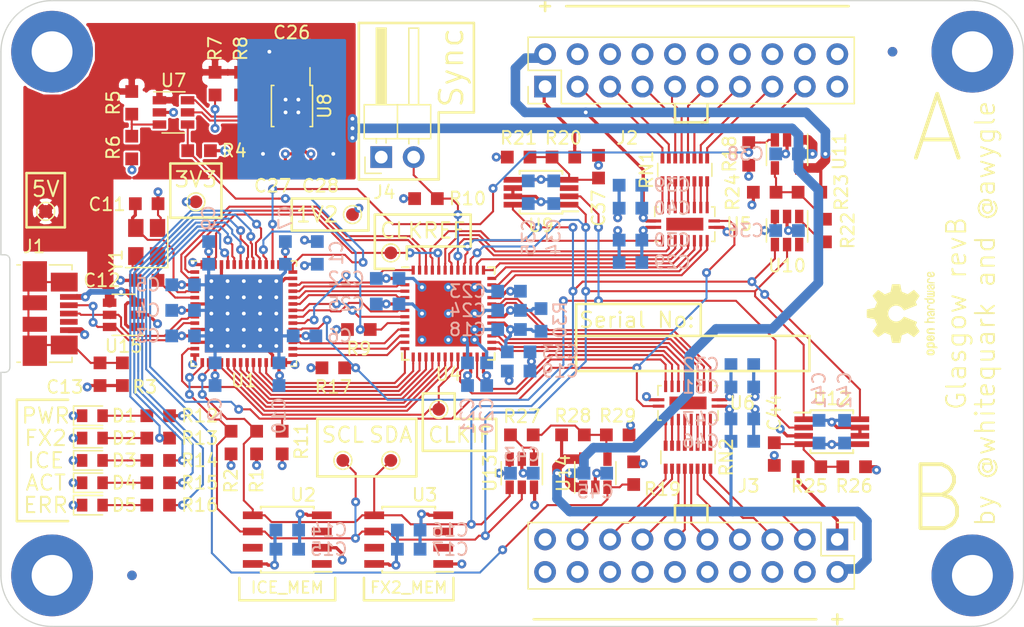
<source format=kicad_pcb>
(kicad_pcb (version 20171130) (host pcbnew "(5.0.0-rc2-dev-659-g1f5b575ea)")
  (layers (0 F.Cu signal) (1 In1.Cu power hide) (2 In2.Cu power hide) (31 B.Cu signal) (34 B.Paste user hide) (35 F.Paste user hide) (36 B.SilkS user) (37 F.SilkS user) (38 B.Mask user hide) (39 F.Mask user hide) (44 Edge.Cuts user))
  (net 0 "")
  (net 1 /SDA)
  (net 2 +3V3)
  (net 3 GND)
  (net 4 /SCL)
  (net 5 "Net-(U3-Pad2)")
  (net 6 "Net-(U3-Pad3)")
  (net 7 "Net-(U3-Pad7)")
  (net 8 "Net-(U2-Pad7)")
  (net 9 "Net-(U2-Pad3)")
  (net 10 "Net-(U2-Pad1)")
  (net 11 +5V)
  (net 12 "Net-(J1-Pad4)")
  (net 13 /~CY_RESET)
  (net 14 /SHLD)
  (net 15 /USB_P)
  (net 16 /XTALOUT)
  (net 17 /XTALIN)
  (net 18 /USB_N)
  (net 19 /D0)
  (net 20 /D1)
  (net 21 /D2)
  (net 22 /D3)
  (net 23 /D4)
  (net 24 /D5)
  (net 25 /D6)
  (net 26 /D7)
  (net 27 /FLAGA)
  (net 28 /FLAGB)
  (net 29 /FLAGC)
  (net 30 /OE)
  (net 31 /A0)
  (net 32 /A1)
  (net 33 /PKTEND)
  (net 34 "Net-(J2-Pad19)")
  (net 35 "Net-(U6-Pad21)")
  (net 36 "Net-(U5-Pad21)")
  (net 37 /FPGA_DONE)
  (net 38 /~FPGA_RESET)
  (net 39 "Net-(J3-Pad19)")
  (net 40 /QB0)
  (net 41 /QB1)
  (net 42 /QB2)
  (net 43 /QB3)
  (net 44 /QB4)
  (net 45 /QB5)
  (net 46 /QB6)
  (net 47 /QB7)
  (net 48 /QA7)
  (net 49 /QA6)
  (net 50 /QA5)
  (net 51 /QA4)
  (net 52 /QA3)
  (net 53 /QA2)
  (net 54 /QA1)
  (net 55 /QA0)
  (net 56 /VCCPLL)
  (net 57 /IOBufferB/Y0)
  (net 58 /IOBufferB/Y1)
  (net 59 /IOBufferB/Y2)
  (net 60 /IOBufferB/Y3)
  (net 61 /IOBufferB/Y4)
  (net 62 /IOBufferB/Y5)
  (net 63 /IOBufferB/Y6)
  (net 64 /IOBufferB/Y7)
  (net 65 /IOBufferA/Y7)
  (net 66 /IOBufferA/Y6)
  (net 67 /IOBufferA/Y5)
  (net 68 /IOBufferA/Y4)
  (net 69 /IOBufferA/Y3)
  (net 70 /IOBufferA/Y2)
  (net 71 /IOBufferA/Y1)
  (net 72 /IOBufferA/Y0)
  (net 73 +1V2)
  (net 74 /1V2EN)
  (net 75 /3V3EN)
  (net 76 "Net-(U8-Pad3)")
  (net 77 "Net-(U8-Pad6)")
  (net 78 /PGOOD)
  (net 79 /CLKIF)
  (net 80 /FLAGD)
  (net 81 /VUSB)
  (net 82 /~SYNC)
  (net 83 /LED_CY)
  (net 84 "Net-(D2-Pad2)")
  (net 85 "Net-(D5-Pad2)")
  (net 86 /LED_ERR)
  (net 87 /LED_ACT)
  (net 88 "Net-(D4-Pad2)")
  (net 89 "Net-(D3-Pad2)")
  (net 90 /LED_FPGA)
  (net 91 "Net-(D1-Pad2)")
  (net 92 /~OEQ)
  (net 93 /~ALERT)
  (net 94 "Net-(R27-Pad1)")
  (net 95 "Net-(R22-Pad1)")
  (net 96 /IOBufferA/ADRDAC)
  (net 97 /IOBufferA/ADRADC)
  (net 98 /IOBufferA/VFB)
  (net 99 /IOBufferB/VSAMP)
  (net 100 /IOBufferB/VFB)
  (net 101 /IOBufferA/VSAMP)
  (net 102 /CLKREF)
  (net 103 /IOBufferA/VIO)
  (net 104 /IOBufferB/VSENSE)
  (net 105 /IOBufferB/VIO)
  (net 106 /IOBufferA/VSENSE)
  (net 107 /ENVB)
  (net 108 /ENVA)
  (net 109 /WR)
  (net 110 /RD)
  (net 111 /IOBufferA/Z0)
  (net 112 /IOBufferA/Z7)
  (net 113 /IOBufferA/Z1)
  (net 114 /IOBufferA/Z2)
  (net 115 /IOBufferA/Z3)
  (net 116 /IOBufferA/Z5)
  (net 117 /IOBufferA/Z4)
  (net 118 /IOBufferA/Z6)
  (net 119 /IOBufferB/Z6)
  (net 120 /IOBufferB/Z4)
  (net 121 /IOBufferB/Z5)
  (net 122 /IOBufferB/Z3)
  (net 123 /IOBufferB/Z2)
  (net 124 /IOBufferB/Z1)
  (net 125 /IOBufferB/Z7)
  (net 126 /IOBufferB/Z0)
  (module Crystals:Crystal_SMD_3225-4pin_3.2x2.5mm (layer F.Cu) (at 61.4 89.9 90)
    (fp_text reference Y1 (at -1.45 -2.4 270) (layer F.SilkS))
    (fp_text value 24M)
    (pad 1 smd rect (at -1.1 0.85 90) (size 1.4 1.2) (layers F.Cu F.Paste F.Mask) (net 17 /XTALIN))
    (pad 2 smd rect (at 1.1 0.85 90) (size 1.4 1.2) (layers F.Cu F.Paste F.Mask) (net 3 GND))
    (pad 3 smd rect (at 1.1 -0.85 90) (size 1.4 1.2) (layers F.Cu F.Paste F.Mask) (net 16 /XTALOUT))
    (pad 4 smd rect (at -1.1 -0.85 90) (size 1.4 1.2) (layers F.Cu F.Paste F.Mask) (net 3 GND))
  )
  (module TO_SOT_Packages_SMD:SOT-23-6 (layer F.Cu) (at 59.6 95.6 180)
    (fp_text reference U15 (at 0 -2.45 180) (layer F.SilkS))
    (fp_text value TPD3S014)
    (pad 5 smd rect (at 1.1 0 180) (size 1.06 0.65) (layers F.Cu F.Paste F.Mask) (net 15 /USB_P))
    (pad 6 smd rect (at 1.1 -0.95 180) (size 1.06 0.65) (layers F.Cu F.Paste F.Mask) (net 18 /USB_N))
    (pad 4 smd rect (at 1.1 0.95 180) (size 1.06 0.65) (layers F.Cu F.Paste F.Mask) (net 11 +5V))
    (pad 3 smd rect (at -1.1 0.95 180) (size 1.06 0.65) (layers F.Cu F.Paste F.Mask) (net 81 /VUSB))
    (pad 2 smd rect (at -1.1 0 180) (size 1.06 0.65) (layers F.Cu F.Paste F.Mask) (net 3 GND))
    (pad 1 smd rect (at -1.1 -0.95 180) (size 1.06 0.65) (layers F.Cu F.Paste F.Mask) (net 81 /VUSB))
  )
  (module Fiducial:Fiducial_0.75mm_Dia_1.5mm_Outer (layer B.Cu) (at 119.75 75)
    (fp_text reference FID4 hide)
    (fp_text value Fiducial_0.75mm_Dia_1.5mm_Outer hide)
    (pad ~ smd circle (at 0 0) (size 0.75 0.75) (layers B.Cu B.Mask) (clearance 0.375))
  )
  (module Fiducial:Fiducial_0.75mm_Dia_1.5mm_Outer (layer B.Cu) (at 60.25 116)
    (fp_text reference FID1 hide)
    (fp_text value Fiducial_0.75mm_Dia_1.5mm_Outer hide)
    (pad ~ smd circle (at 0 0) (size 0.75 0.75) (layers B.Cu B.Mask) (clearance 0.375))
  )
  (module Fiducial:Fiducial_0.75mm_Dia_1.5mm_Outer (layer F.Cu) (at 119.75 75)
    (fp_text reference FID2 hide)
    (fp_text value Fiducial_0.75mm_Dia_1.5mm_Outer hide)
    (pad ~ smd circle (at 0 0) (size 0.75 0.75) (layers F.Cu F.Mask) (clearance 0.375))
  )
  (module Fiducial:Fiducial_0.75mm_Dia_1.5mm_Outer (layer F.Cu) (at 60.25 116)
    (fp_text reference FID1 hide)
    (fp_text value Fiducial_0.75mm_Dia_1.5mm_Outer hide)
    (pad ~ smd circle (at 0 0) (size 0.75 0.75) (layers F.Cu F.Mask) (clearance 0.375))
  )
  (module Package_SO:MSOP-8-1EP_3x3mm_P0.65mm_EP2.54x2.8mm_ThermalVias (layer F.Cu) (at 72.766581 79.25 270)
    (fp_text reference U8 (at 0 -2.55 270) (layer F.SilkS))
    (fp_text value MIC5355-S4YMME)
    (pad 8 smd rect (at 2.4 -0.975 270) (size 1.26 0.4) (layers F.Cu F.Paste F.Mask) (net 2 +3V3))
    (pad 9 smd rect (at 0 0 270) (size 2.54 2.8) (layers F.Cu F.Mask) (net 3 GND))
    (pad 7 smd rect (at 2.4 -0.325 270) (size 1.26 0.4) (layers F.Cu F.Paste F.Mask) (net 73 +1V2))
    (pad 3 smd rect (at -2.4 0.325 270) (size 1.26 0.4) (layers F.Cu F.Paste F.Mask) (net 76 "Net-(U8-Pad3)"))
    (pad 2 smd rect (at -2.4 -0.325 270) (size 1.26 0.4) (layers F.Cu F.Paste F.Mask) (net 3 GND))
    (pad 6 smd rect (at 2.4 0.325 270) (size 1.26 0.4) (layers F.Cu F.Paste F.Mask) (net 77 "Net-(U8-Pad6)"))
    (pad 4 smd rect (at -2.4 0.975 270) (size 1.26 0.4) (layers F.Cu F.Paste F.Mask) (net 74 /1V2EN))
    (pad 1 smd rect (at -2.4 -0.975 270) (size 1.26 0.4) (layers F.Cu F.Paste F.Mask) (net 11 +5V))
    (pad 5 smd rect (at 2.4 0.975 270) (size 1.26 0.4) (layers F.Cu F.Paste F.Mask) (net 75 /3V3EN))
    (pad 9 thru_hole circle (at 0.5 -0.5 270) (size 0.6 0.6) (drill 0.3) (layers *.Cu *.Mask) (net 3 GND))
    (pad 9 thru_hole circle (at 0.5 0.5 270) (size 0.6 0.6) (drill 0.3) (layers *.Cu *.Mask) (net 3 GND))
    (pad 9 thru_hole circle (at -0.5 0.5 270) (size 0.6 0.6) (drill 0.3) (layers *.Cu *.Mask) (net 3 GND))
    (pad 9 thru_hole circle (at -0.5 -0.5 270) (size 0.6 0.6) (drill 0.3) (layers *.Cu *.Mask) (net 3 GND))
    (pad 9 smd rect (at 0 0 270) (size 2.54 2.8) (layers B.Cu) (net 3 GND))
  )
  (module Resistor_SMD:R_Array_Convex_8x0602 (layer F.Cu) (at 103.75 106.75 270)
    (fp_text reference RN2 (at 0 -3 270) (layer F.SilkS))
    (fp_text value R_Pack08)
    (pad 10 smd rect (at 0.9 1.25 270) (size 0.8 0.3) (layers F.Cu F.Paste F.Mask) (net 119 /IOBufferB/Z6))
    (pad 12 smd rect (at 0.9 0.25 270) (size 0.8 0.3) (layers F.Cu F.Paste F.Mask) (net 120 /IOBufferB/Z4))
    (pad 11 smd rect (at 0.9 0.75 270) (size 0.8 0.3) (layers F.Cu F.Paste F.Mask) (net 121 /IOBufferB/Z5))
    (pad 13 smd rect (at 0.9 -0.25 270) (size 0.8 0.3) (layers F.Cu F.Paste F.Mask) (net 122 /IOBufferB/Z3))
    (pad 14 smd rect (at 0.9 -0.75 270) (size 0.8 0.3) (layers F.Cu F.Paste F.Mask) (net 123 /IOBufferB/Z2))
    (pad 15 smd rect (at 0.9 -1.25 270) (size 0.8 0.3) (layers F.Cu F.Paste F.Mask) (net 124 /IOBufferB/Z1))
    (pad 7 smd rect (at -0.9 1.25 270) (size 0.8 0.3) (layers F.Cu F.Paste F.Mask) (net 63 /IOBufferB/Y6))
    (pad 6 smd rect (at -0.9 0.75 270) (size 0.8 0.3) (layers F.Cu F.Paste F.Mask) (net 62 /IOBufferB/Y5))
    (pad 5 smd rect (at -0.9 0.25 270) (size 0.8 0.3) (layers F.Cu F.Paste F.Mask) (net 61 /IOBufferB/Y4))
    (pad 4 smd rect (at -0.9 -0.25 270) (size 0.8 0.3) (layers F.Cu F.Paste F.Mask) (net 60 /IOBufferB/Y3))
    (pad 3 smd rect (at -0.9 -0.75 270) (size 0.8 0.3) (layers F.Cu F.Paste F.Mask) (net 59 /IOBufferB/Y2))
    (pad 2 smd rect (at -0.9 -1.25 270) (size 0.8 0.3) (layers F.Cu F.Paste F.Mask) (net 58 /IOBufferB/Y1))
    (pad 9 smd rect (at 0.9 1.75 270) (size 0.8 0.3) (layers F.Cu F.Paste F.Mask) (net 125 /IOBufferB/Z7))
    (pad 8 smd rect (at -0.9 1.75 270) (size 0.8 0.3) (layers F.Cu F.Paste F.Mask) (net 64 /IOBufferB/Y7))
    (pad 16 smd rect (at 0.9 -1.75 270) (size 0.8 0.3) (layers F.Cu F.Paste F.Mask) (net 126 /IOBufferB/Z0))
    (pad 1 smd rect (at -0.9 -1.75 270) (size 0.8 0.3) (layers F.Cu F.Paste F.Mask) (net 57 /IOBufferB/Y0))
  )
  (module Resistor_SMD:R_Array_Convex_8x0602 (layer F.Cu) (at 103.5 84.25 90)
    (fp_text reference RN1 (at 0 -3 90) (layer F.SilkS))
    (fp_text value R_Pack08)
    (pad 1 smd rect (at -0.9 -1.75 90) (size 0.8 0.3) (layers F.Cu F.Paste F.Mask) (net 72 /IOBufferA/Y0))
    (pad 16 smd rect (at 0.9 -1.75 90) (size 0.8 0.3) (layers F.Cu F.Paste F.Mask) (net 111 /IOBufferA/Z0))
    (pad 8 smd rect (at -0.9 1.75 90) (size 0.8 0.3) (layers F.Cu F.Paste F.Mask) (net 65 /IOBufferA/Y7))
    (pad 9 smd rect (at 0.9 1.75 90) (size 0.8 0.3) (layers F.Cu F.Paste F.Mask) (net 112 /IOBufferA/Z7))
    (pad 2 smd rect (at -0.9 -1.25 90) (size 0.8 0.3) (layers F.Cu F.Paste F.Mask) (net 71 /IOBufferA/Y1))
    (pad 3 smd rect (at -0.9 -0.75 90) (size 0.8 0.3) (layers F.Cu F.Paste F.Mask) (net 70 /IOBufferA/Y2))
    (pad 4 smd rect (at -0.9 -0.25 90) (size 0.8 0.3) (layers F.Cu F.Paste F.Mask) (net 69 /IOBufferA/Y3))
    (pad 5 smd rect (at -0.9 0.25 90) (size 0.8 0.3) (layers F.Cu F.Paste F.Mask) (net 68 /IOBufferA/Y4))
    (pad 6 smd rect (at -0.9 0.75 90) (size 0.8 0.3) (layers F.Cu F.Paste F.Mask) (net 67 /IOBufferA/Y5))
    (pad 7 smd rect (at -0.9 1.25 90) (size 0.8 0.3) (layers F.Cu F.Paste F.Mask) (net 66 /IOBufferA/Y6))
    (pad 15 smd rect (at 0.9 -1.25 90) (size 0.8 0.3) (layers F.Cu F.Paste F.Mask) (net 113 /IOBufferA/Z1))
    (pad 14 smd rect (at 0.9 -0.75 90) (size 0.8 0.3) (layers F.Cu F.Paste F.Mask) (net 114 /IOBufferA/Z2))
    (pad 13 smd rect (at 0.9 -0.25 90) (size 0.8 0.3) (layers F.Cu F.Paste F.Mask) (net 115 /IOBufferA/Z3))
    (pad 11 smd rect (at 0.9 0.75 90) (size 0.8 0.3) (layers F.Cu F.Paste F.Mask) (net 116 /IOBufferA/Z5))
    (pad 12 smd rect (at 0.9 0.25 90) (size 0.8 0.3) (layers F.Cu F.Paste F.Mask) (net 117 /IOBufferA/Z4))
    (pad 10 smd rect (at 0.9 1.25 90) (size 0.8 0.3) (layers F.Cu F.Paste F.Mask) (net 118 /IOBufferA/Z6))
  )
  (module TestPoint:TestPoint_Pad_D1.0mm (layer F.Cu) (at 84.25 103)
    (fp_text reference TP7 hide)
    (fp_text value 3V3)
    (pad 1 smd circle (at 0 0) (size 1 1) (layers F.Cu F.Mask) (net 79 /CLKIF))
  )
  (module LED_SMD:LED_0603_1608Metric_Pad0.82x1.00mm_HandSolder (layer F.Cu) (at 57.15 110.5)
    (fp_text reference D5 (at 2.5 0) (layer F.SilkS))
    (fp_text value RED)
    (pad 2 smd rect (at 0.8 0) (size 0.82 1) (layers F.Cu F.Paste F.Mask) (net 85 "Net-(D5-Pad2)"))
    (pad 1 smd rect (at -0.8 0) (size 0.82 1) (layers F.Cu F.Paste F.Mask) (net 3 GND))
  )
  (module LED_SMD:LED_0603_1608Metric_Pad0.82x1.00mm_HandSolder (layer F.Cu) (at 57.15 108.75)
    (fp_text reference D4 (at 2.5 0) (layer F.SilkS))
    (fp_text value YEL)
    (pad 2 smd rect (at 0.8 0) (size 0.82 1) (layers F.Cu F.Paste F.Mask) (net 88 "Net-(D4-Pad2)"))
    (pad 1 smd rect (at -0.8 0) (size 0.82 1) (layers F.Cu F.Paste F.Mask) (net 3 GND))
  )
  (module LED_SMD:LED_0603_1608Metric_Pad0.82x1.00mm_HandSolder (layer F.Cu) (at 57.15 107)
    (fp_text reference D3 (at 2.5 0) (layer F.SilkS))
    (fp_text value GRN)
    (pad 2 smd rect (at 0.8 0) (size 0.82 1) (layers F.Cu F.Paste F.Mask) (net 89 "Net-(D3-Pad2)"))
    (pad 1 smd rect (at -0.8 0) (size 0.82 1) (layers F.Cu F.Paste F.Mask) (net 3 GND))
  )
  (module LED_SMD:LED_0603_1608Metric_Pad0.82x1.00mm_HandSolder (layer F.Cu) (at 57.15 105.25)
    (fp_text reference D2 (at 2.5 0) (layer F.SilkS))
    (fp_text value GRN)
    (pad 2 smd rect (at 0.8 0) (size 0.82 1) (layers F.Cu F.Paste F.Mask) (net 84 "Net-(D2-Pad2)"))
    (pad 1 smd rect (at -0.8 0) (size 0.82 1) (layers F.Cu F.Paste F.Mask) (net 3 GND))
  )
  (module LED_SMD:LED_0603_1608Metric_Pad0.82x1.00mm_HandSolder (layer F.Cu) (at 57.15 103.5)
    (fp_text reference D1 (at 2.5 0) (layer F.SilkS))
    (fp_text value GRN)
    (pad 2 smd rect (at 0.8 0) (size 0.82 1) (layers F.Cu F.Paste F.Mask) (net 91 "Net-(D1-Pad2)"))
    (pad 1 smd rect (at -0.8 0) (size 0.82 1) (layers F.Cu F.Paste F.Mask) (net 3 GND))
  )
  (module TestPoint:TestPoint_Pad_D1.0mm (layer F.Cu) (at 80.5 90.75)
    (fp_text reference TP6 hide)
    (fp_text value CLKREF)
    (pad 1 smd circle (at 0 0) (size 1 1) (layers F.Cu F.Mask) (net 102 /CLKREF))
  )
  (module TestPoint:TestPoint_Pad_D1.0mm (layer F.Cu) (at 80.5 107)
    (fp_text reference TP4 hide)
    (fp_text value SDA)
    (pad 1 smd circle (at 0 0) (size 1 1) (layers F.Cu F.Mask) (net 1 /SDA))
  )
  (module TestPoint:TestPoint_Pad_D1.0mm (layer F.Cu) (at 76.75 107)
    (fp_text reference TP5 hide)
    (fp_text value SCL)
    (pad 1 smd circle (at 0 0) (size 1 1) (layers F.Cu F.Mask) (net 4 /SCL))
  )
  (module Capacitor_SMD:C_0603_1608Metric_Pad0.99x1.00mm_HandSolder (layer B.Cu) (at 99.25 89.75 180)
    (fp_text reference C30 (at -3.25 0 180) (layer B.SilkS) (effects (justify mirror)))
    (fp_text value u1)
    (pad 1 smd rect (at -0.8875 0 180) (size 0.995 1) (layers B.Cu B.Paste B.Mask) (net 2 +3V3))
    (pad 2 smd rect (at 0.8875 0 180) (size 0.995 1) (layers B.Cu B.Paste B.Mask) (net 3 GND))
  )
  (module Resistor_SMD:R_0603_1608Metric_Pad0.99x1.00mm_HandSolder (layer B.Cu) (at 92.25 96 90)
    (fp_text reference R30 (at 0 1.5 90) (layer B.SilkS) (effects (justify mirror)))
    (fp_text value 100)
    (pad 1 smd rect (at -0.8875 0 90) (size 0.995 1) (layers B.Cu B.Paste B.Mask) (net 56 /VCCPLL))
    (pad 2 smd rect (at 0.8875 0 90) (size 0.995 1) (layers B.Cu B.Paste B.Mask) (net 73 +1V2))
  )
  (module Capacitor_SMD:C_0603_1608Metric_Pad0.99x1.00mm_HandSolder (layer B.Cu) (at 93.25 86 270)
    (fp_text reference C34 (at 3.5 0 270) (layer B.SilkS) (effects (justify mirror)))
    (fp_text value 4u7)
    (pad 2 smd rect (at 0.8875 0 270) (size 0.995 1) (layers B.Cu B.Paste B.Mask) (net 3 GND))
    (pad 1 smd rect (at -0.8875 0 270) (size 0.995 1) (layers B.Cu B.Paste B.Mask) (net 2 +3V3))
  )
  (module Capacitor_SMD:C_0603_1608Metric_Pad0.99x1.00mm_HandSolder (layer B.Cu) (at 91.25 86 270)
    (fp_text reference C35 (at 3.531002 -0.037126 270) (layer B.SilkS) (effects (justify mirror)))
    (fp_text value u1)
    (pad 1 smd rect (at -0.8875 0 270) (size 0.995 1) (layers B.Cu B.Paste B.Mask) (net 2 +3V3))
    (pad 2 smd rect (at 0.8875 0 270) (size 0.995 1) (layers B.Cu B.Paste B.Mask) (net 3 GND))
  )
  (module Capacitor_SMD:C_0603_1608Metric_Pad0.99x1.00mm_HandSolder (layer B.Cu) (at 111.5 89 180)
    (fp_text reference C36 (at 3.25 0 180) (layer B.SilkS) (effects (justify mirror)))
    (fp_text value u1)
    (pad 2 smd rect (at 0.8875 0 180) (size 0.995 1) (layers B.Cu B.Paste B.Mask) (net 3 GND))
    (pad 1 smd rect (at -0.8875 0 180) (size 0.995 1) (layers B.Cu B.Paste B.Mask) (net 2 +3V3))
  )
  (module Capacitor_SMD:C_0603_1608Metric_Pad0.99x1.00mm_HandSolder (layer B.Cu) (at 111.5 83 180)
    (fp_text reference C38 (at 3.25 0 180) (layer B.SilkS) (effects (justify mirror)))
    (fp_text value u1)
    (pad 1 smd rect (at -0.8875 0 180) (size 0.995 1) (layers B.Cu B.Paste B.Mask) (net 11 +5V))
    (pad 2 smd rect (at 0.8875 0 180) (size 0.995 1) (layers B.Cu B.Paste B.Mask) (net 3 GND))
  )
  (module Capacitor_SMD:C_0603_1608Metric_Pad0.99x1.00mm_HandSolder (layer B.Cu) (at 108 103.75)
    (fp_text reference C47 (at -3.25 0) (layer B.SilkS) (effects (justify mirror)))
    (fp_text value u1)
    (pad 2 smd rect (at 0.8875 0) (size 0.995 1) (layers B.Cu B.Paste B.Mask) (net 3 GND))
    (pad 1 smd rect (at -0.8875 0) (size 0.995 1) (layers B.Cu B.Paste B.Mask) (net 105 /IOBufferB/VIO))
  )
  (module Capacitor_SMD:C_0603_1608Metric_Pad0.99x1.00mm_HandSolder (layer B.Cu) (at 108 105.5)
    (fp_text reference C46 (at -3.25 0) (layer B.SilkS) (effects (justify mirror)))
    (fp_text value 4u7)
    (pad 1 smd rect (at -0.8875 0) (size 0.995 1) (layers B.Cu B.Paste B.Mask) (net 105 /IOBufferB/VIO))
    (pad 2 smd rect (at 0.8875 0) (size 0.995 1) (layers B.Cu B.Paste B.Mask) (net 3 GND))
  )
  (module Capacitor_SMD:C_0603_1608Metric_Pad0.99x1.00mm_HandSolder (layer B.Cu) (at 96.5 108)
    (fp_text reference C45 (at 0 1.45) (layer B.SilkS) (effects (justify mirror)))
    (fp_text value u1)
    (pad 1 smd rect (at -0.8875 0) (size 0.995 1) (layers B.Cu B.Paste B.Mask) (net 11 +5V))
    (pad 2 smd rect (at 0.8875 0) (size 0.995 1) (layers B.Cu B.Paste B.Mask) (net 3 GND))
  )
  (module Capacitor_SMD:C_0603_1608Metric_Pad0.99x1.00mm_HandSolder (layer F.Cu) (at 110.5 106.5 270)
    (fp_text reference C44 (at -3.25 0 270) (layer F.SilkS))
    (fp_text value 12n)
    (pad 1 smd rect (at -0.8875 0 270) (size 0.995 1) (layers F.Cu F.Paste F.Mask) (net 99 /IOBufferB/VSAMP))
    (pad 2 smd rect (at 0.8875 0 270) (size 0.995 1) (layers F.Cu F.Paste F.Mask) (net 3 GND))
  )
  (module Capacitor_SMD:C_0603_1608Metric_Pad0.99x1.00mm_HandSolder (layer B.Cu) (at 90.75 108 180)
    (fp_text reference C43 (at 0 1.45 180) (layer B.SilkS) (effects (justify mirror)))
    (fp_text value u1)
    (pad 1 smd rect (at -0.8875 0 180) (size 0.995 1) (layers B.Cu B.Paste B.Mask) (net 2 +3V3))
    (pad 2 smd rect (at 0.8875 0 180) (size 0.995 1) (layers B.Cu B.Paste B.Mask) (net 3 GND))
  )
  (module Capacitor_SMD:C_0603_1608Metric_Pad0.99x1.00mm_HandSolder (layer B.Cu) (at 116 104.75 90)
    (fp_text reference C42 (at 3.25 0 90) (layer B.SilkS) (effects (justify mirror)))
    (fp_text value u1)
    (pad 1 smd rect (at -0.8875 0 90) (size 0.995 1) (layers B.Cu B.Paste B.Mask) (net 2 +3V3))
    (pad 2 smd rect (at 0.8875 0 90) (size 0.995 1) (layers B.Cu B.Paste B.Mask) (net 3 GND))
  )
  (module Capacitor_SMD:C_0603_1608Metric_Pad0.99x1.00mm_HandSolder (layer B.Cu) (at 114 104.75 90)
    (fp_text reference C41 (at 3.25 0 90) (layer B.SilkS) (effects (justify mirror)))
    (fp_text value 4u7)
    (pad 2 smd rect (at 0.8875 0 90) (size 0.995 1) (layers B.Cu B.Paste B.Mask) (net 3 GND))
    (pad 1 smd rect (at -0.8875 0 90) (size 0.995 1) (layers B.Cu B.Paste B.Mask) (net 2 +3V3))
  )
  (module Capacitor_SMD:C_0603_1608Metric_Pad0.99x1.00mm_HandSolder (layer B.Cu) (at 99.25 87.25 180)
    (fp_text reference C40 (at -3.25 0 180) (layer B.SilkS) (effects (justify mirror)))
    (fp_text value u1)
    (pad 1 smd rect (at -0.8875 0 180) (size 0.995 1) (layers B.Cu B.Paste B.Mask) (net 103 /IOBufferA/VIO))
    (pad 2 smd rect (at 0.8875 0 180) (size 0.995 1) (layers B.Cu B.Paste B.Mask) (net 3 GND))
  )
  (module Capacitor_SMD:C_0603_1608Metric_Pad0.99x1.00mm_HandSolder (layer F.Cu) (at 96.75 84 90)
    (fp_text reference C37 (at -3.25 0 90) (layer F.SilkS))
    (fp_text value 12n)
    (pad 2 smd rect (at 0.8875 0 90) (size 0.995 1) (layers F.Cu F.Paste F.Mask) (net 3 GND))
    (pad 1 smd rect (at -0.8875 0 90) (size 0.995 1) (layers F.Cu F.Paste F.Mask) (net 101 /IOBufferA/VSAMP))
  )
  (module Capacitor_SMD:C_0603_1608Metric_Pad0.99x1.00mm_HandSolder (layer B.Cu) (at 99.25 85.45 180)
    (fp_text reference C39 (at -3.25 0 180) (layer B.SilkS) (effects (justify mirror)))
    (fp_text value 4u7)
    (pad 1 smd rect (at -0.8875 0 180) (size 0.995 1) (layers B.Cu B.Paste B.Mask) (net 103 /IOBufferA/VIO))
    (pad 2 smd rect (at 0.8875 0 180) (size 0.995 1) (layers B.Cu B.Paste B.Mask) (net 3 GND))
  )
  (module Package_SO:MSOP-8_3x3mm_P0.65mm (layer F.Cu) (at 115 104.75)
    (fp_text reference U12 (at 0 -2.6) (layer F.SilkS))
    (fp_text value ADC081C021CIMM)
    (pad 8 smd rect (at 2.2 -0.975) (size 1.45 0.45) (layers F.Cu F.Paste F.Mask) (net 1 /SDA))
    (pad 7 smd rect (at 2.2 -0.325) (size 1.45 0.45) (layers F.Cu F.Paste F.Mask) (net 3 GND))
    (pad 6 smd rect (at 2.2 0.325) (size 1.45 0.45) (layers F.Cu F.Paste F.Mask) (net 3 GND))
    (pad 5 smd rect (at 2.2 0.975) (size 1.45 0.45) (layers F.Cu F.Paste F.Mask) (net 2 +3V3))
    (pad 4 smd rect (at -2.2 0.975) (size 1.45 0.45) (layers F.Cu F.Paste F.Mask) (net 99 /IOBufferB/VSAMP))
    (pad 3 smd rect (at -2.2 0.325) (size 1.45 0.45) (layers F.Cu F.Paste F.Mask) (net 3 GND))
    (pad 2 smd rect (at -2.2 -0.325) (size 1.45 0.45) (layers F.Cu F.Paste F.Mask) (net 93 /~ALERT))
    (pad 1 smd rect (at -2.2 -0.975) (size 1.45 0.45) (layers F.Cu F.Paste F.Mask) (net 4 /SCL))
  )
  (module Package_SO:MSOP-8_3x3mm_P0.65mm (layer F.Cu) (at 92.25 86 180)
    (fp_text reference U9 (at 0 -2.6 180) (layer F.SilkS))
    (fp_text value ADC081C021CIMM)
    (pad 1 smd rect (at -2.2 -0.975 180) (size 1.45 0.45) (layers F.Cu F.Paste F.Mask) (net 4 /SCL))
    (pad 2 smd rect (at -2.2 -0.325 180) (size 1.45 0.45) (layers F.Cu F.Paste F.Mask) (net 93 /~ALERT))
    (pad 3 smd rect (at -2.2 0.325 180) (size 1.45 0.45) (layers F.Cu F.Paste F.Mask) (net 97 /IOBufferA/ADRADC))
    (pad 4 smd rect (at -2.2 0.975 180) (size 1.45 0.45) (layers F.Cu F.Paste F.Mask) (net 101 /IOBufferA/VSAMP))
    (pad 5 smd rect (at 2.2 0.975 180) (size 1.45 0.45) (layers F.Cu F.Paste F.Mask) (net 2 +3V3))
    (pad 6 smd rect (at 2.2 0.325 180) (size 1.45 0.45) (layers F.Cu F.Paste F.Mask) (net 3 GND))
    (pad 7 smd rect (at 2.2 -0.325 180) (size 1.45 0.45) (layers F.Cu F.Paste F.Mask) (net 3 GND))
    (pad 8 smd rect (at 2.2 -0.975 180) (size 1.45 0.45) (layers F.Cu F.Paste F.Mask) (net 1 /SDA))
  )
  (module Package_TO_SOT_SMD:SOT-23-5 (layer F.Cu) (at 111.5 83 270)
    (fp_text reference U11 (at -0.2 -4.1 90) (layer F.SilkS))
    (fp_text value TPS73101DBV)
    (pad 5 smd rect (at 1.1 -0.95 270) (size 1.06 0.65) (layers F.Cu F.Paste F.Mask) (net 103 /IOBufferA/VIO))
    (pad 4 smd rect (at 1.1 0.95 270) (size 1.06 0.65) (layers F.Cu F.Paste F.Mask) (net 98 /IOBufferA/VFB))
    (pad 3 smd rect (at -1.1 0.95 270) (size 1.06 0.65) (layers F.Cu F.Paste F.Mask) (net 108 /ENVA))
    (pad 2 smd rect (at -1.1 0 270) (size 1.06 0.65) (layers F.Cu F.Paste F.Mask) (net 3 GND))
    (pad 1 smd rect (at -1.1 -0.95 270) (size 1.06 0.65) (layers F.Cu F.Paste F.Mask) (net 11 +5V))
  )
  (module Package_TO_SOT_SMD:SOT-23-5 (layer F.Cu) (at 96.5 108 90)
    (fp_text reference U14 (at 0 -2.5 270) (layer F.SilkS))
    (fp_text value TPS73101DBV)
    (pad 5 smd rect (at 1.1 -0.95 90) (size 1.06 0.65) (layers F.Cu F.Paste F.Mask) (net 105 /IOBufferB/VIO))
    (pad 4 smd rect (at 1.1 0.95 90) (size 1.06 0.65) (layers F.Cu F.Paste F.Mask) (net 100 /IOBufferB/VFB))
    (pad 3 smd rect (at -1.1 0.95 90) (size 1.06 0.65) (layers F.Cu F.Paste F.Mask) (net 107 /ENVB))
    (pad 2 smd rect (at -1.1 0 90) (size 1.06 0.65) (layers F.Cu F.Paste F.Mask) (net 3 GND))
    (pad 1 smd rect (at -1.1 -0.95 90) (size 1.06 0.65) (layers F.Cu F.Paste F.Mask) (net 11 +5V))
  )
  (module Package_TO_SOT_SMD:SOT-23-6 (layer F.Cu) (at 90.75 108 270)
    (fp_text reference U13 (at 0 2.5 270) (layer F.SilkS))
    (fp_text value DAC081C081CIMK)
    (pad 1 smd rect (at -1.1 -0.95 270) (size 1.06 0.65) (layers F.Cu F.Paste F.Mask) (net 94 "Net-(R27-Pad1)"))
    (pad 2 smd rect (at -1.1 0 270) (size 1.06 0.65) (layers F.Cu F.Paste F.Mask) (net 2 +3V3))
    (pad 3 smd rect (at -1.1 0.95 270) (size 1.06 0.65) (layers F.Cu F.Paste F.Mask) (net 3 GND))
    (pad 4 smd rect (at 1.1 0.95 270) (size 1.06 0.65) (layers F.Cu F.Paste F.Mask) (net 1 /SDA))
    (pad 6 smd rect (at 1.1 -0.95 270) (size 1.06 0.65) (layers F.Cu F.Paste F.Mask) (net 3 GND))
    (pad 5 smd rect (at 1.1 0 270) (size 1.06 0.65) (layers F.Cu F.Paste F.Mask) (net 4 /SCL))
  )
  (module Package_TO_SOT_SMD:SOT-23-6 (layer F.Cu) (at 111.5 89 270)
    (fp_text reference U10 (at 2.75 0) (layer F.SilkS))
    (fp_text value DAC081C081CIMK)
    (pad 1 smd rect (at -1.1 -0.95 270) (size 1.06 0.65) (layers F.Cu F.Paste F.Mask) (net 95 "Net-(R22-Pad1)"))
    (pad 2 smd rect (at -1.1 0 270) (size 1.06 0.65) (layers F.Cu F.Paste F.Mask) (net 2 +3V3))
    (pad 3 smd rect (at -1.1 0.95 270) (size 1.06 0.65) (layers F.Cu F.Paste F.Mask) (net 3 GND))
    (pad 4 smd rect (at 1.1 0.95 270) (size 1.06 0.65) (layers F.Cu F.Paste F.Mask) (net 1 /SDA))
    (pad 6 smd rect (at 1.1 -0.95 270) (size 1.06 0.65) (layers F.Cu F.Paste F.Mask) (net 96 /IOBufferA/ADRDAC))
    (pad 5 smd rect (at 1.1 0 270) (size 1.06 0.65) (layers F.Cu F.Paste F.Mask) (net 4 /SCL))
  )
  (module Resistor_SMD:R_0603_1608Metric_Pad0.99x1.00mm_HandSolder (layer F.Cu) (at 109.75 86)
    (fp_text reference R24 (at -2.5 0 90) (layer F.SilkS))
    (fp_text value 24k3)
    (pad 2 smd rect (at 0.8875 0) (size 0.995 1) (layers F.Cu F.Paste F.Mask) (net 98 /IOBufferA/VFB))
    (pad 1 smd rect (at -0.8875 0) (size 0.995 1) (layers F.Cu F.Paste F.Mask) (net 3 GND))
  )
  (module Resistor_SMD:R_0603_1608Metric_Pad0.99x1.00mm_HandSolder (layer F.Cu) (at 108.5 83 270)
    (fp_text reference R18 (at 0 1.5 270) (layer F.SilkS))
    (fp_text value 100k)
    (pad 1 smd rect (at -0.8875 0 270) (size 0.995 1) (layers F.Cu F.Paste F.Mask) (net 108 /ENVA))
    (pad 2 smd rect (at 0.8875 0 270) (size 0.995 1) (layers F.Cu F.Paste F.Mask) (net 3 GND))
  )
  (module Resistor_SMD:R_0603_1608Metric_Pad0.99x1.00mm_HandSolder (layer F.Cu) (at 94 83.25)
    (fp_text reference R20 (at 0 -1.5) (layer F.SilkS))
    (fp_text value 10k)
    (pad 2 smd rect (at 0.8875 0) (size 0.995 1) (layers F.Cu F.Paste F.Mask) (net 106 /IOBufferA/VSENSE))
    (pad 1 smd rect (at -0.8875 0) (size 0.995 1) (layers F.Cu F.Paste F.Mask) (net 101 /IOBufferA/VSAMP))
  )
  (module Resistor_SMD:R_0603_1608Metric_Pad0.99x1.00mm_HandSolder (layer F.Cu) (at 90.5 83.25)
    (fp_text reference R21 (at 0 -1.5) (layer F.SilkS))
    (fp_text value 10k)
    (pad 1 smd rect (at -0.8875 0) (size 0.995 1) (layers F.Cu F.Paste F.Mask) (net 3 GND))
    (pad 2 smd rect (at 0.8875 0) (size 0.995 1) (layers F.Cu F.Paste F.Mask) (net 101 /IOBufferA/VSAMP))
  )
  (module Resistor_SMD:R_0603_1608Metric_Pad0.99x1.00mm_HandSolder (layer F.Cu) (at 114.5 89 90)
    (fp_text reference R22 (at 0 1.75 90) (layer F.SilkS))
    (fp_text value 49k9)
    (pad 2 smd rect (at 0.8875 0 90) (size 0.995 1) (layers F.Cu F.Paste F.Mask) (net 98 /IOBufferA/VFB))
    (pad 1 smd rect (at -0.8875 0 90) (size 0.995 1) (layers F.Cu F.Paste F.Mask) (net 95 "Net-(R22-Pad1)"))
  )
  (module Resistor_SMD:R_0603_1608Metric_Pad0.99x1.00mm_HandSolder (layer F.Cu) (at 99.5 108 90)
    (fp_text reference R19 (at -1.25 2.25 180) (layer F.SilkS))
    (fp_text value 100k)
    (pad 2 smd rect (at 0.8875 0 90) (size 0.995 1) (layers F.Cu F.Paste F.Mask) (net 3 GND))
    (pad 1 smd rect (at -0.8875 0 90) (size 0.995 1) (layers F.Cu F.Paste F.Mask) (net 107 /ENVB))
  )
  (module Resistor_SMD:R_0603_1608Metric_Pad0.99x1.00mm_HandSolder (layer F.Cu) (at 113.25 86)
    (fp_text reference R23 (at 2.5 0 90) (layer F.SilkS))
    (fp_text value 59k)
    (pad 2 smd rect (at 0.8875 0) (size 0.995 1) (layers F.Cu F.Paste F.Mask) (net 103 /IOBufferA/VIO))
    (pad 1 smd rect (at -0.8875 0) (size 0.995 1) (layers F.Cu F.Paste F.Mask) (net 98 /IOBufferA/VFB))
  )
  (module Resistor_SMD:R_0603_1608Metric_Pad0.99x1.00mm_HandSolder (layer F.Cu) (at 113.25 107.496 180)
    (fp_text reference R25 (at 0 -1.504 180) (layer F.SilkS))
    (fp_text value 10k)
    (pad 1 smd rect (at -0.8875 0 180) (size 0.995 1) (layers F.Cu F.Paste F.Mask) (net 99 /IOBufferB/VSAMP))
    (pad 2 smd rect (at 0.8875 0 180) (size 0.995 1) (layers F.Cu F.Paste F.Mask) (net 104 /IOBufferB/VSENSE))
  )
  (module Resistor_SMD:R_0603_1608Metric_Pad0.99x1.00mm_HandSolder (layer F.Cu) (at 116.75 107.496 180)
    (fp_text reference R26 (at 0 -1.504 180) (layer F.SilkS))
    (fp_text value 10k)
    (pad 2 smd rect (at 0.8875 0 180) (size 0.995 1) (layers F.Cu F.Paste F.Mask) (net 99 /IOBufferB/VSAMP))
    (pad 1 smd rect (at -0.8875 0 180) (size 0.995 1) (layers F.Cu F.Paste F.Mask) (net 3 GND))
  )
  (module Resistor_SMD:R_0603_1608Metric_Pad0.99x1.00mm_HandSolder (layer F.Cu) (at 90.75 105)
    (fp_text reference R27 (at 0 -1.45) (layer F.SilkS))
    (fp_text value 49k9)
    (pad 2 smd rect (at 0.8875 0) (size 0.995 1) (layers F.Cu F.Paste F.Mask) (net 100 /IOBufferB/VFB))
    (pad 1 smd rect (at -0.8875 0) (size 0.995 1) (layers F.Cu F.Paste F.Mask) (net 94 "Net-(R27-Pad1)"))
  )
  (module Resistor_SMD:R_0603_1608Metric_Pad0.99x1.00mm_HandSolder (layer F.Cu) (at 94.75 105 180)
    (fp_text reference R28 (at 0 1.5 180) (layer F.SilkS))
    (fp_text value 59k)
    (pad 1 smd rect (at -0.8875 0 180) (size 0.995 1) (layers F.Cu F.Paste F.Mask) (net 100 /IOBufferB/VFB))
    (pad 2 smd rect (at 0.8875 0 180) (size 0.995 1) (layers F.Cu F.Paste F.Mask) (net 105 /IOBufferB/VIO))
  )
  (module Resistor_SMD:R_0603_1608Metric_Pad0.99x1.00mm_HandSolder (layer F.Cu) (at 98.25 105 180)
    (fp_text reference R29 (at 0 1.5 180) (layer F.SilkS))
    (fp_text value 24k3)
    (pad 2 smd rect (at 0.8875 0 180) (size 0.995 1) (layers F.Cu F.Paste F.Mask) (net 100 /IOBufferB/VFB))
    (pad 1 smd rect (at -0.8875 0 180) (size 0.995 1) (layers F.Cu F.Paste F.Mask) (net 3 GND))
  )
  (module MountingHole:MountingHole_2.5mm (layer F.Cu) (at 122.5 105)
    (fp_text reference MK5 hide)
    (fp_text value Mounting_Hole hide)
    (pad "" np_thru_hole circle (at 0 0) (size 2.5 2.5) (drill 2.5) (layers *.Cu *.Paste *.Mask))
  )
  (module MountingHole:MountingHole_2.5mm (layer F.Cu) (at 122.5 85)
    (fp_text reference MK6 hide)
    (fp_text value Mounting_Hole hide)
    (pad "" np_thru_hole circle (at 0 0) (size 2.5 2.5) (drill 2.5) (layers *.Cu *.Paste *.Mask))
  )
  (module Glasgow:QFN-56-1EP_8x8mm_P0.5mm_EP6.1x6.1mm_ThermalVias (layer F.Cu) (at 69 95.5)
    (fp_text reference U1 (at 0 5.25) (layer F.SilkS))
    (fp_text value CY7C68013A-56LTX)
    (pad 57 smd rect (at 0 0) (size 6.1 6.1) (layers B.Cu) (net 3 GND))
    (pad 57 thru_hole circle (at -2.54 2.54 90) (size 0.5588 0.5588) (drill 0.3) (layers *.Cu) (net 3 GND))
    (pad 57 thru_hole circle (at -1.27 2.54 90) (size 0.5588 0.5588) (drill 0.3) (layers *.Cu) (net 3 GND))
    (pad 57 thru_hole circle (at 0 2.54 90) (size 0.5588 0.5588) (drill 0.3) (layers *.Cu) (net 3 GND))
    (pad 57 thru_hole circle (at 1.27 2.54 90) (size 0.5588 0.5588) (drill 0.3) (layers *.Cu) (net 3 GND))
    (pad 57 thru_hole circle (at 2.54 2.54 90) (size 0.5588 0.5588) (drill 0.3) (layers *.Cu) (net 3 GND))
    (pad 57 thru_hole circle (at 2.54 1.27 90) (size 0.5588 0.5588) (drill 0.3) (layers *.Cu) (net 3 GND))
    (pad 57 thru_hole circle (at 1.27 1.27 90) (size 0.5588 0.5588) (drill 0.3) (layers *.Cu) (net 3 GND))
    (pad 57 thru_hole circle (at 0 1.27 90) (size 0.5588 0.5588) (drill 0.3) (layers *.Cu) (net 3 GND))
    (pad 57 thru_hole circle (at -1.27 1.27 90) (size 0.5588 0.5588) (drill 0.3) (layers *.Cu) (net 3 GND))
    (pad 57 thru_hole circle (at -2.54 1.27 90) (size 0.5588 0.5588) (drill 0.3) (layers *.Cu) (net 3 GND))
    (pad 57 thru_hole circle (at -2.54 -2.54 90) (size 0.5588 0.5588) (drill 0.3) (layers *.Cu) (net 3 GND))
    (pad 57 thru_hole circle (at -1.27 -2.54 90) (size 0.5588 0.5588) (drill 0.3) (layers *.Cu) (net 3 GND))
    (pad 57 thru_hole circle (at 0 -2.54 90) (size 0.5588 0.5588) (drill 0.3) (layers *.Cu) (net 3 GND))
    (pad 57 thru_hole circle (at 1.27 -2.54 90) (size 0.5588 0.5588) (drill 0.3) (layers *.Cu) (net 3 GND))
    (pad 57 thru_hole circle (at 2.54 -2.54 90) (size 0.5588 0.5588) (drill 0.3) (layers *.Cu) (net 3 GND))
    (pad 57 thru_hole circle (at 2.54 -1.27 90) (size 0.5588 0.5588) (drill 0.3) (layers *.Cu) (net 3 GND))
    (pad 57 thru_hole circle (at 1.27 -1.27 90) (size 0.5588 0.5588) (drill 0.3) (layers *.Cu) (net 3 GND))
    (pad 57 thru_hole circle (at 0 -1.27 90) (size 0.5588 0.5588) (drill 0.3) (layers *.Cu) (net 3 GND))
    (pad 57 thru_hole circle (at -1.27 -1.27 90) (size 0.5588 0.5588) (drill 0.3) (layers *.Cu) (net 3 GND))
    (pad 57 thru_hole circle (at -2.54 -1.27 90) (size 0.5588 0.5588) (drill 0.3) (layers *.Cu) (net 3 GND))
    (pad 57 thru_hole circle (at -2.54 0 90) (size 0.5588 0.5588) (drill 0.3) (layers *.Cu) (net 3 GND))
    (pad 57 thru_hole circle (at -1.27 0 90) (size 0.5588 0.5588) (drill 0.3) (layers *.Cu) (net 3 GND))
    (pad 57 thru_hole circle (at 2.54 0 90) (size 0.5588 0.5588) (drill 0.3) (layers *.Cu) (net 3 GND))
    (pad 57 thru_hole circle (at 1.27 0 90) (size 0.5588 0.5588) (drill 0.3) (layers *.Cu) (net 3 GND))
    (pad 57 thru_hole circle (at 0 0 90) (size 0.5588 0.5588) (drill 0.3) (layers *.Cu) (net 3 GND))
    (pad 57 smd rect (at 0 0) (size 6.1 6.1) (layers F.Cu) (net 3 GND))
    (pad 56 smd rect (at -3.25 -3.835) (size 0.28 0.69) (layers F.Cu F.Paste F.Mask) (net 3 GND))
    (pad 55 smd rect (at -2.75 -3.835) (size 0.28 0.69) (layers F.Cu F.Paste F.Mask) (net 2 +3V3))
    (pad 54 smd rect (at -2.25 -3.835) (size 0.28 0.69) (layers F.Cu F.Paste F.Mask) (net 102 /CLKREF))
    (pad 53 smd rect (at -1.75 -3.835) (size 0.28 0.69) (layers F.Cu F.Paste F.Mask) (net 3 GND))
    (pad 52 smd rect (at -1.25 -3.835) (size 0.28 0.69) (layers F.Cu F.Paste F.Mask) (net 92 /~OEQ))
    (pad 51 smd rect (at -0.75 -3.835) (size 0.28 0.69) (layers F.Cu F.Paste F.Mask) (net 107 /ENVB))
    (pad 50 smd rect (at -0.25 -3.835) (size 0.28 0.69) (layers F.Cu F.Paste F.Mask) (net 86 /LED_ERR))
    (pad 49 smd rect (at 0.25 -3.835) (size 0.28 0.69) (layers F.Cu F.Paste F.Mask) (net 87 /LED_ACT))
    (pad 48 smd rect (at 0.75 -3.835) (size 0.28 0.69) (layers F.Cu F.Paste F.Mask) (net 90 /LED_FPGA))
    (pad 47 smd rect (at 1.25 -3.835) (size 0.28 0.69) (layers F.Cu F.Paste F.Mask) (net 83 /LED_CY))
    (pad 46 smd rect (at 1.75 -3.835) (size 0.28 0.69) (layers F.Cu F.Paste F.Mask) (net 38 /~FPGA_RESET))
    (pad 45 smd rect (at 2.25 -3.835) (size 0.28 0.69) (layers F.Cu F.Paste F.Mask) (net 108 /ENVA))
    (pad 44 smd rect (at 2.75 -3.835) (size 0.28 0.69) (layers F.Cu F.Paste F.Mask) (net 2 +3V3))
    (pad 43 smd rect (at 3.25 -3.835) (size 0.28 0.69) (layers F.Cu F.Paste F.Mask) (net 2 +3V3))
    (pad 42 smd rect (at 3.835 -3.25 90) (size 0.28 0.69) (layers F.Cu F.Paste F.Mask) (net 13 /~CY_RESET))
    (pad 41 smd rect (at 3.835 -2.75 90) (size 0.28 0.69) (layers F.Cu F.Paste F.Mask) (net 3 GND))
    (pad 40 smd rect (at 3.835 -2.25 90) (size 0.28 0.69) (layers F.Cu F.Paste F.Mask) (net 80 /FLAGD))
    (pad 39 smd rect (at 3.835 -1.75 90) (size 0.28 0.69) (layers F.Cu F.Paste F.Mask) (net 33 /PKTEND))
    (pad 38 smd rect (at 3.835 -1.25 90) (size 0.28 0.69) (layers F.Cu F.Paste F.Mask) (net 32 /A1))
    (pad 37 smd rect (at 3.835 -0.75 90) (size 0.28 0.69) (layers F.Cu F.Paste F.Mask) (net 31 /A0))
    (pad 36 smd rect (at 3.835 -0.25 90) (size 0.28 0.69) (layers F.Cu F.Paste F.Mask) (net 37 /FPGA_DONE))
    (pad 35 smd rect (at 3.835 0.25 90) (size 0.28 0.69) (layers F.Cu F.Paste F.Mask) (net 30 /OE))
    (pad 34 smd rect (at 3.835 0.75 90) (size 0.28 0.69) (layers F.Cu F.Paste F.Mask) (net 80 /FLAGD))
    (pad 33 smd rect (at 3.835 1.25 90) (size 0.28 0.69) (layers F.Cu F.Paste F.Mask) (net 93 /~ALERT))
    (pad 32 smd rect (at 3.835 1.75 90) (size 0.28 0.69) (layers F.Cu F.Paste F.Mask) (net 2 +3V3))
    (pad 31 smd rect (at 3.835 2.25 90) (size 0.28 0.69) (layers F.Cu F.Paste F.Mask) (net 29 /FLAGC))
    (pad 30 smd rect (at 3.835 2.75 90) (size 0.28 0.69) (layers F.Cu F.Paste F.Mask) (net 28 /FLAGB))
    (pad 29 smd rect (at 3.835 3.25 90) (size 0.28 0.69) (layers F.Cu F.Paste F.Mask) (net 27 /FLAGA))
    (pad 28 smd rect (at 3.25 3.835) (size 0.28 0.69) (layers F.Cu F.Paste F.Mask) (net 3 GND))
    (pad 27 smd rect (at 2.75 3.835) (size 0.28 0.69) (layers F.Cu F.Paste F.Mask) (net 2 +3V3))
    (pad 26 smd rect (at 2.25 3.835) (size 0.28 0.69) (layers F.Cu F.Paste F.Mask) (net 3 GND))
    (pad 25 smd rect (at 1.75 3.835) (size 0.28 0.69) (layers F.Cu F.Paste F.Mask) (net 26 /D7))
    (pad 24 smd rect (at 1.25 3.835) (size 0.28 0.69) (layers F.Cu F.Paste F.Mask) (net 25 /D6))
    (pad 23 smd rect (at 0.75 3.835) (size 0.28 0.69) (layers F.Cu F.Paste F.Mask) (net 24 /D5))
    (pad 22 smd rect (at 0.25 3.835) (size 0.28 0.69) (layers F.Cu F.Paste F.Mask) (net 23 /D4))
    (pad 21 smd rect (at -0.25 3.835) (size 0.28 0.69) (layers F.Cu F.Paste F.Mask) (net 22 /D3))
    (pad 20 smd rect (at -0.75 3.835) (size 0.28 0.69) (layers F.Cu F.Paste F.Mask) (net 21 /D2))
    (pad 19 smd rect (at -1.25 3.835) (size 0.28 0.69) (layers F.Cu F.Paste F.Mask) (net 20 /D1))
    (pad 18 smd rect (at -1.75 3.835) (size 0.28 0.69) (layers F.Cu F.Paste F.Mask) (net 19 /D0))
    (pad 17 smd rect (at -2.25 3.835) (size 0.28 0.69) (layers F.Cu F.Paste F.Mask) (net 2 +3V3))
    (pad 16 smd rect (at -2.75 3.835) (size 0.28 0.69) (layers F.Cu F.Paste F.Mask) (net 1 /SDA))
    (pad 15 smd rect (at -3.25 3.835) (size 0.28 0.69) (layers F.Cu F.Paste F.Mask) (net 4 /SCL))
    (pad 14 smd rect (at -3.835 3.25 90) (size 0.28 0.69) (layers F.Cu F.Paste F.Mask) (net 3 GND))
    (pad 13 smd rect (at -3.835 2.75 90) (size 0.28 0.69) (layers F.Cu F.Paste F.Mask) (net 79 /CLKIF))
    (pad 12 smd rect (at -3.835 2.25 90) (size 0.28 0.69) (layers F.Cu F.Paste F.Mask) (net 3 GND))
    (pad 11 smd rect (at -3.835 1.75 90) (size 0.28 0.69) (layers F.Cu F.Paste F.Mask) (net 2 +3V3))
    (pad 10 smd rect (at -3.835 1.25 90) (size 0.28 0.69) (layers F.Cu F.Paste F.Mask) (net 3 GND))
    (pad 9 smd rect (at -3.835 0.75 90) (size 0.28 0.69) (layers F.Cu F.Paste F.Mask) (net 18 /USB_N))
    (pad 8 smd rect (at -3.835 0.25 90) (size 0.28 0.69) (layers F.Cu F.Paste F.Mask) (net 15 /USB_P))
    (pad 7 smd rect (at -3.835 -0.25 90) (size 0.28 0.69) (layers F.Cu F.Paste F.Mask) (net 2 +3V3))
    (pad 6 smd rect (at -3.835 -0.75 90) (size 0.28 0.69) (layers F.Cu F.Paste F.Mask) (net 3 GND))
    (pad 5 smd rect (at -3.835 -1.25 90) (size 0.28 0.69) (layers F.Cu F.Paste F.Mask) (net 17 /XTALIN))
    (pad 4 smd rect (at -3.835 -1.75 90) (size 0.28 0.69) (layers F.Cu F.Paste F.Mask) (net 16 /XTALOUT))
    (pad 3 smd rect (at -3.835 -2.25 90) (size 0.28 0.69) (layers F.Cu F.Paste F.Mask) (net 2 +3V3))
    (pad 2 smd rect (at -3.835 -2.75 90) (size 0.28 0.69) (layers F.Cu F.Paste F.Mask) (net 109 /WR))
    (pad 1 smd rect (at -3.835 -3.25 90) (size 0.28 0.69) (layers F.Cu F.Paste F.Mask) (net 110 /RD))
  )
  (module Capacitor_SMD:C_0603_1608Metric_Pad0.99x1.00mm_HandSolder (layer B.Cu) (at 90.5 98.5)
    (fp_text reference C33 (at 3.25 0) (layer B.SilkS) (effects (justify mirror)))
    (fp_text value u1)
    (pad 1 smd rect (at -0.8875 0) (size 0.995 1) (layers B.Cu B.Paste B.Mask) (net 56 /VCCPLL))
    (pad 2 smd rect (at 0.8875 0) (size 0.995 1) (layers B.Cu B.Paste B.Mask) (net 3 GND))
  )
  (module TestPoint:TestPoint_Pad_D1.0mm (layer F.Cu) (at 65.25 86.75)
    (fp_text reference TP3 hide)
    (fp_text value 3V3)
    (pad 1 smd circle (at 0 0) (size 1 1) (layers F.Cu F.Mask) (net 2 +3V3))
  )
  (module TestPoint:TestPoint_Pad_D1.0mm (layer F.Cu) (at 53.5 87.5)
    (fp_text reference TP1 hide)
    (fp_text value 5V)
    (pad 1 smd circle (at 0 0) (size 1 1) (layers F.Cu F.Mask) (net 11 +5V))
  )
  (module TestPoint:TestPoint_Pad_D1.0mm (layer F.Cu) (at 77.5 87.75)
    (fp_text reference TP2 hide)
    (fp_text value 1V2)
    (pad 1 smd circle (at 0 0) (size 1 1) (layers F.Cu F.Mask) (net 73 +1V2))
  )
  (module Resistor_SMD:R_0603_1608Metric_Pad0.99x1.00mm_HandSolder (layer F.Cu) (at 76 99.75 180)
    (fp_text reference R17 (at 0 -1.5 180) (layer F.SilkS))
    (fp_text value 100k)
    (pad 2 smd rect (at 0.8875 0 180) (size 0.995 1) (layers F.Cu F.Paste F.Mask) (net 2 +3V3))
    (pad 1 smd rect (at -0.8875 0 180) (size 0.995 1) (layers F.Cu F.Paste F.Mask) (net 93 /~ALERT))
  )
  (module Resistor_SMD:R_0603_1608Metric_Pad0.99x1.00mm_HandSolder (layer F.Cu) (at 62.3 103.5 180)
    (fp_text reference R12 (at -3.25 0) (layer F.SilkS))
    (fp_text value 2k2)
    (pad 1 smd rect (at -0.8875 0 180) (size 0.995 1) (layers F.Cu F.Paste F.Mask) (net 2 +3V3))
    (pad 2 smd rect (at 0.8875 0 180) (size 0.995 1) (layers F.Cu F.Paste F.Mask) (net 91 "Net-(D1-Pad2)"))
  )
  (module Resistor_SMD:R_0603_1608Metric_Pad0.99x1.00mm_HandSolder (layer F.Cu) (at 62.3 107 180)
    (fp_text reference R14 (at -3.25 0) (layer F.SilkS))
    (fp_text value 2k2)
    (pad 2 smd rect (at 0.8875 0 180) (size 0.995 1) (layers F.Cu F.Paste F.Mask) (net 89 "Net-(D3-Pad2)"))
    (pad 1 smd rect (at -0.8875 0 180) (size 0.995 1) (layers F.Cu F.Paste F.Mask) (net 90 /LED_FPGA))
  )
  (module Resistor_SMD:R_0603_1608Metric_Pad0.99x1.00mm_HandSolder (layer F.Cu) (at 62.3 108.75 180)
    (fp_text reference R15 (at -3.25 0 180) (layer F.SilkS))
    (fp_text value 390)
    (pad 1 smd rect (at -0.8875 0 180) (size 0.995 1) (layers F.Cu F.Paste F.Mask) (net 87 /LED_ACT))
    (pad 2 smd rect (at 0.8875 0 180) (size 0.995 1) (layers F.Cu F.Paste F.Mask) (net 88 "Net-(D4-Pad2)"))
  )
  (module Resistor_SMD:R_0603_1608Metric_Pad0.99x1.00mm_HandSolder (layer F.Cu) (at 62.3 110.5 180)
    (fp_text reference R16 (at -3.25 0 180) (layer F.SilkS))
    (fp_text value 604)
    (pad 2 smd rect (at 0.8875 0 180) (size 0.995 1) (layers F.Cu F.Paste F.Mask) (net 85 "Net-(D5-Pad2)"))
    (pad 1 smd rect (at -0.8875 0 180) (size 0.995 1) (layers F.Cu F.Paste F.Mask) (net 86 /LED_ERR))
  )
  (module Resistor_SMD:R_0603_1608Metric_Pad0.99x1.00mm_HandSolder (layer F.Cu) (at 62.3 105.25 180)
    (fp_text reference R13 (at -3.25 0) (layer F.SilkS))
    (fp_text value 2k2)
    (pad 1 smd rect (at -0.8875 0 180) (size 0.995 1) (layers F.Cu F.Paste F.Mask) (net 83 /LED_CY))
    (pad 2 smd rect (at 0.8875 0 180) (size 0.995 1) (layers F.Cu F.Paste F.Mask) (net 84 "Net-(D2-Pad2)"))
  )
  (module Capacitor_SMD:C_0603_1608Metric_Pad0.99x1.00mm_HandSolder (layer B.Cu) (at 108 101.25)
    (fp_text reference C31 (at -3.25 0) (layer B.SilkS) (effects (justify mirror)))
    (fp_text value 4u7)
    (pad 2 smd rect (at 0.8875 0) (size 0.995 1) (layers B.Cu B.Paste B.Mask) (net 3 GND))
    (pad 1 smd rect (at -0.8875 0) (size 0.995 1) (layers B.Cu B.Paste B.Mask) (net 2 +3V3))
  )
  (module Capacitor_SMD:C_0603_1608Metric_Pad0.99x1.00mm_HandSolder (layer B.Cu) (at 108 99.5)
    (fp_text reference C32 (at -3.25 0 180) (layer B.SilkS) (effects (justify mirror)))
    (fp_text value u1)
    (pad 1 smd rect (at -0.8875 0) (size 0.995 1) (layers B.Cu B.Paste B.Mask) (net 2 +3V3))
    (pad 2 smd rect (at 0.8875 0) (size 0.995 1) (layers B.Cu B.Paste B.Mask) (net 3 GND))
  )
  (module Capacitor_SMD:C_0603_1608Metric_Pad0.99x1.00mm_HandSolder (layer B.Cu) (at 99.25 91.5 180)
    (fp_text reference C29 (at -3.25 0 180) (layer B.SilkS) (effects (justify mirror)))
    (fp_text value 4u7)
    (pad 2 smd rect (at 0.8875 0 180) (size 0.995 1) (layers B.Cu B.Paste B.Mask) (net 3 GND))
    (pad 1 smd rect (at -0.8875 0 180) (size 0.995 1) (layers B.Cu B.Paste B.Mask) (net 2 +3V3))
  )
  (module Resistor_SMD:R_0603_1608Metric_Pad0.99x1.00mm_HandSolder (layer F.Cu) (at 72 105.6 270)
    (fp_text reference R11 (at -0.1 -1.5 90) (layer F.SilkS))
    (fp_text value 100k)
    (pad 1 smd rect (at -0.8875 0 270) (size 0.995 1) (layers F.Cu F.Paste F.Mask) (net 92 /~OEQ))
    (pad 2 smd rect (at 0.8875 0 270) (size 0.995 1) (layers F.Cu F.Paste F.Mask) (net 2 +3V3))
  )
  (module Connector_PinHeader_2.54mm:PinHeader_1x02_P2.54mm_Horizontal (layer F.Cu) (at 79.75 83.25 90)
    (fp_text reference J4 (at -2.75 0.25 180) (layer F.SilkS))
    (fp_text value Conn_01x02)
    (pad 1 thru_hole rect (at 0 0 90) (size 1.7 1.7) (drill 1) (layers *.Cu *.Mask) (net 3 GND))
    (pad 2 thru_hole oval (at 0 2.54 90) (size 1.7 1.7) (drill 1) (layers *.Cu *.Mask) (net 82 /~SYNC))
  )
  (module Resistor_SMD:R_0603_1608Metric_Pad0.99x1.00mm_HandSolder (layer F.Cu) (at 83.25 86.5 180)
    (fp_text reference R10 (at -3.25 0 180) (layer F.SilkS))
    (fp_text value 2k2)
    (pad 1 smd rect (at -0.8875 0 180) (size 0.995 1) (layers F.Cu F.Paste F.Mask) (net 82 /~SYNC))
    (pad 2 smd rect (at 0.8875 0 180) (size 0.995 1) (layers F.Cu F.Paste F.Mask) (net 2 +3V3))
  )
  (module Resistor_SMD:R_0603_1608Metric_Pad0.99x1.00mm_HandSolder (layer F.Cu) (at 78 96.75)
    (fp_text reference R9 (at 0 1.5) (layer F.SilkS))
    (fp_text value 100k)
    (pad 1 smd rect (at -0.8875 0) (size 0.995 1) (layers F.Cu F.Paste F.Mask) (net 3 GND))
    (pad 2 smd rect (at 0.8875 0) (size 0.995 1) (layers F.Cu F.Paste F.Mask) (net 38 /~FPGA_RESET))
  )
  (module Resistor_SMD:R_0603_1608Metric_Pad0.99x1.00mm_HandSolder (layer F.Cu) (at 66.75 77.5 90)
    (fp_text reference R7 (at 2.75 0 90) (layer F.SilkS))
    (fp_text value 100k)
    (pad 2 smd rect (at 0.8875 0 90) (size 0.995 1) (layers F.Cu F.Paste F.Mask) (net 11 +5V))
    (pad 1 smd rect (at -0.8875 0 90) (size 0.995 1) (layers F.Cu F.Paste F.Mask) (net 75 /3V3EN))
  )
  (module Capacitor_SMD:C_0603_1608Metric_Pad0.99x1.00mm_HandSolder (layer F.Cu) (at 71.3875 84 180)
    (fp_text reference C27 (at 0.1375 -1.5 180) (layer F.SilkS))
    (fp_text value 4u7)
    (pad 1 smd rect (at -0.8875 0 180) (size 0.995 1) (layers F.Cu F.Paste F.Mask) (net 73 +1V2))
    (pad 2 smd rect (at 0.8875 0 180) (size 0.995 1) (layers F.Cu F.Paste F.Mask) (net 3 GND))
  )
  (module Capacitor_SMD:C_0603_1608Metric_Pad0.99x1.00mm_HandSolder (layer F.Cu) (at 75.1125 84)
    (fp_text reference C28 (at -0.1125 1.5) (layer F.SilkS))
    (fp_text value 4u7)
    (pad 2 smd rect (at 0.8875 0) (size 0.995 1) (layers F.Cu F.Paste F.Mask) (net 3 GND))
    (pad 1 smd rect (at -0.8875 0) (size 0.995 1) (layers F.Cu F.Paste F.Mask) (net 2 +3V3))
  )
  (module Capacitor_SMD:C_0603_1608Metric_Pad0.99x1.00mm_HandSolder (layer F.Cu) (at 72.75 75 180)
    (fp_text reference C26 (at 0 1.5 180) (layer F.SilkS))
    (fp_text value 4u7)
    (pad 1 smd rect (at -0.8875 0 180) (size 0.995 1) (layers F.Cu F.Paste F.Mask) (net 11 +5V))
    (pad 2 smd rect (at 0.8875 0 180) (size 0.995 1) (layers F.Cu F.Paste F.Mask) (net 3 GND))
  )
  (module Package_TO_SOT_SMD:SOT-23-6 (layer F.Cu) (at 63.5 79.75)
    (fp_text reference U7 (at 0 -2.5) (layer F.SilkS))
    (fp_text value LM3880MF-1AF)
    (pad 1 smd rect (at -1.1 -0.95) (size 1.06 0.65) (layers F.Cu F.Paste F.Mask) (net 11 +5V))
    (pad 2 smd rect (at -1.1 0) (size 1.06 0.65) (layers F.Cu F.Paste F.Mask) (net 3 GND))
    (pad 3 smd rect (at -1.1 0.95) (size 1.06 0.65) (layers F.Cu F.Paste F.Mask) (net 78 /PGOOD))
    (pad 4 smd rect (at 1.1 0.95) (size 1.06 0.65) (layers F.Cu F.Paste F.Mask) (net 13 /~CY_RESET))
    (pad 6 smd rect (at 1.1 -0.95) (size 1.06 0.65) (layers F.Cu F.Paste F.Mask) (net 74 /1V2EN))
    (pad 5 smd rect (at 1.1 0) (size 1.06 0.65) (layers F.Cu F.Paste F.Mask) (net 75 /3V3EN))
  )
  (module Resistor_SMD:R_0603_1608Metric_Pad0.99x1.00mm_HandSolder (layer F.Cu) (at 65.5 82.75)
    (fp_text reference R4 (at 2.75 0) (layer F.SilkS))
    (fp_text value 100k)
    (pad 1 smd rect (at -0.8875 0) (size 0.995 1) (layers F.Cu F.Paste F.Mask) (net 13 /~CY_RESET))
    (pad 2 smd rect (at 0.8875 0) (size 0.995 1) (layers F.Cu F.Paste F.Mask) (net 2 +3V3))
  )
  (module Resistor_SMD:R_0603_1608Metric_Pad0.99x1.00mm_HandSolder (layer F.Cu) (at 60.232324 79 90)
    (fp_text reference R5 (at 0 -1.45 90) (layer F.SilkS))
    (fp_text value 220k)
    (pad 2 smd rect (at 0.8875 0 90) (size 0.995 1) (layers F.Cu F.Paste F.Mask) (net 11 +5V))
    (pad 1 smd rect (at -0.8875 0 90) (size 0.995 1) (layers F.Cu F.Paste F.Mask) (net 78 /PGOOD))
  )
  (module Resistor_SMD:R_0603_1608Metric_Pad0.99x1.00mm_HandSolder (layer F.Cu) (at 60.232324 82.5 90)
    (fp_text reference R6 (at 0 -1.45 90) (layer F.SilkS))
    (fp_text value 100k)
    (pad 1 smd rect (at -0.8875 0 90) (size 0.995 1) (layers F.Cu F.Paste F.Mask) (net 3 GND))
    (pad 2 smd rect (at 0.8875 0 90) (size 0.995 1) (layers F.Cu F.Paste F.Mask) (net 78 /PGOOD))
  )
  (module Resistor_SMD:R_0603_1608Metric_Pad0.99x1.00mm_HandSolder (layer F.Cu) (at 68.75 77.5 90)
    (fp_text reference R8 (at 2.75 0 90) (layer F.SilkS))
    (fp_text value 100k)
    (pad 1 smd rect (at -0.8875 0 90) (size 0.995 1) (layers F.Cu F.Paste F.Mask) (net 74 /1V2EN))
    (pad 2 smd rect (at 0.8875 0 90) (size 0.995 1) (layers F.Cu F.Paste F.Mask) (net 11 +5V))
  )
  (module Capacitor_SMD:C_0603_1608Metric_Pad0.99x1.00mm_HandSolder (layer B.Cu) (at 80.25 92.75)
    (fp_text reference C22 (at -3.25 0) (layer B.SilkS) (effects (justify mirror)))
    (fp_text value u1)
    (pad 1 smd rect (at -0.8875 0) (size 0.995 1) (layers B.Cu B.Paste B.Mask) (net 2 +3V3))
    (pad 2 smd rect (at 0.8875 0) (size 0.995 1) (layers B.Cu B.Paste B.Mask) (net 3 GND))
  )
  (module Capacitor_SMD:C_0603_1608Metric_Pad0.99x1.00mm_HandSolder (layer B.Cu) (at 80.25 94.75)
    (fp_text reference C25 (at -3.25 0) (layer B.SilkS) (effects (justify mirror)))
    (fp_text value u1)
    (pad 2 smd rect (at 0.8875 0) (size 0.995 1) (layers B.Cu B.Paste B.Mask) (net 3 GND))
    (pad 1 smd rect (at -0.8875 0) (size 0.995 1) (layers B.Cu B.Paste B.Mask) (net 73 +1V2))
  )
  (module Capacitor_SMD:C_0603_1608Metric_Pad0.99x1.00mm_HandSolder (layer B.Cu) (at 89.75 95.25 180)
    (fp_text reference C24 (at 3.25 0 180) (layer B.SilkS) (effects (justify mirror)))
    (fp_text value u1)
    (pad 1 smd rect (at -0.8875 0 180) (size 0.995 1) (layers B.Cu B.Paste B.Mask) (net 73 +1V2))
    (pad 2 smd rect (at 0.8875 0 180) (size 0.995 1) (layers B.Cu B.Paste B.Mask) (net 3 GND))
  )
  (module Capacitor_SMD:C_0603_1608Metric_Pad0.99x1.00mm_HandSolder (layer B.Cu) (at 89.75 93.75 180)
    (fp_text reference C23 (at 3.25 0 180) (layer B.SilkS) (effects (justify mirror)))
    (fp_text value u1)
    (pad 2 smd rect (at 0.8875 0 180) (size 0.995 1) (layers B.Cu B.Paste B.Mask) (net 3 GND))
    (pad 1 smd rect (at -0.8875 0 180) (size 0.995 1) (layers B.Cu B.Paste B.Mask) (net 2 +3V3))
  )
  (module Capacitor_SMD:C_0603_1608Metric_Pad0.99x1.00mm_HandSolder (layer B.Cu) (at 90.5 100)
    (fp_text reference C19 (at 3.25 0) (layer B.SilkS) (effects (justify mirror)))
    (fp_text value 4u7)
    (pad 1 smd rect (at -0.8875 0) (size 0.995 1) (layers B.Cu B.Paste B.Mask) (net 2 +3V3))
    (pad 2 smd rect (at 0.8875 0) (size 0.995 1) (layers B.Cu B.Paste B.Mask) (net 3 GND))
  )
  (module Capacitor_SMD:C_0603_1608Metric_Pad0.99x1.00mm_HandSolder (layer B.Cu) (at 88 100.25 90)
    (fp_text reference C20 (at -3.25 0 90) (layer B.SilkS) (effects (justify mirror)))
    (fp_text value u1)
    (pad 2 smd rect (at 0.8875 0 90) (size 0.995 1) (layers B.Cu B.Paste B.Mask) (net 3 GND))
    (pad 1 smd rect (at -0.8875 0 90) (size 0.995 1) (layers B.Cu B.Paste B.Mask) (net 2 +3V3))
  )
  (module Capacitor_SMD:C_0603_1608Metric_Pad0.99x1.00mm_HandSolder (layer B.Cu) (at 86.5 100.25 90)
    (fp_text reference C21 (at -3.25 0 90) (layer B.SilkS) (effects (justify mirror)))
    (fp_text value u1)
    (pad 1 smd rect (at -0.8875 0 90) (size 0.995 1) (layers B.Cu B.Paste B.Mask) (net 2 +3V3))
    (pad 2 smd rect (at 0.8875 0 90) (size 0.995 1) (layers B.Cu B.Paste B.Mask) (net 3 GND))
  )
  (module Connector_PinHeader_2.54mm:PinHeader_2x10_P2.54mm_Vertical (layer F.Cu) (at 92.57 77.73 90)
    (fp_text reference J2 (at -4.02 6.43 180) (layer F.SilkS))
    (fp_text value Conn_02x10_Odd_Even)
    (pad 20 thru_hole oval (at 2.54 22.86 90) (size 1.7 1.7) (drill 1) (layers *.Cu *.Mask) (net 3 GND))
    (pad 19 thru_hole oval (at 0 22.86 90) (size 1.7 1.7) (drill 1) (layers *.Cu *.Mask) (net 34 "Net-(J2-Pad19)"))
    (pad 18 thru_hole oval (at 2.54 20.32 90) (size 1.7 1.7) (drill 1) (layers *.Cu *.Mask) (net 3 GND))
    (pad 17 thru_hole oval (at 0 20.32 90) (size 1.7 1.7) (drill 1) (layers *.Cu *.Mask) (net 112 /IOBufferA/Z7))
    (pad 16 thru_hole oval (at 2.54 17.78 90) (size 1.7 1.7) (drill 1) (layers *.Cu *.Mask) (net 3 GND))
    (pad 15 thru_hole oval (at 0 17.78 90) (size 1.7 1.7) (drill 1) (layers *.Cu *.Mask) (net 118 /IOBufferA/Z6))
    (pad 14 thru_hole oval (at 2.54 15.24 90) (size 1.7 1.7) (drill 1) (layers *.Cu *.Mask) (net 3 GND))
    (pad 13 thru_hole oval (at 0 15.24 90) (size 1.7 1.7) (drill 1) (layers *.Cu *.Mask) (net 116 /IOBufferA/Z5))
    (pad 12 thru_hole oval (at 2.54 12.7 90) (size 1.7 1.7) (drill 1) (layers *.Cu *.Mask) (net 3 GND))
    (pad 11 thru_hole oval (at 0 12.7 90) (size 1.7 1.7) (drill 1) (layers *.Cu *.Mask) (net 117 /IOBufferA/Z4))
    (pad 10 thru_hole oval (at 2.54 10.16 90) (size 1.7 1.7) (drill 1) (layers *.Cu *.Mask) (net 3 GND))
    (pad 9 thru_hole oval (at 0 10.16 90) (size 1.7 1.7) (drill 1) (layers *.Cu *.Mask) (net 115 /IOBufferA/Z3))
    (pad 8 thru_hole oval (at 2.54 7.62 90) (size 1.7 1.7) (drill 1) (layers *.Cu *.Mask) (net 3 GND))
    (pad 7 thru_hole oval (at 0 7.62 90) (size 1.7 1.7) (drill 1) (layers *.Cu *.Mask) (net 114 /IOBufferA/Z2))
    (pad 6 thru_hole oval (at 2.54 5.08 90) (size 1.7 1.7) (drill 1) (layers *.Cu *.Mask) (net 3 GND))
    (pad 5 thru_hole oval (at 0 5.08 90) (size 1.7 1.7) (drill 1) (layers *.Cu *.Mask) (net 113 /IOBufferA/Z1))
    (pad 4 thru_hole oval (at 2.54 2.54 90) (size 1.7 1.7) (drill 1) (layers *.Cu *.Mask) (net 3 GND))
    (pad 3 thru_hole oval (at 0 2.54 90) (size 1.7 1.7) (drill 1) (layers *.Cu *.Mask) (net 111 /IOBufferA/Z0))
    (pad 2 thru_hole oval (at 2.54 0 90) (size 1.7 1.7) (drill 1) (layers *.Cu *.Mask) (net 103 /IOBufferA/VIO))
    (pad 1 thru_hole rect (at 0 0 90) (size 1.7 1.7) (drill 1) (layers *.Cu *.Mask) (net 106 /IOBufferA/VSENSE))
  )
  (module Connector_PinHeader_2.54mm:PinHeader_2x10_P2.54mm_Vertical (layer F.Cu) (at 115.43 113.19 270)
    (fp_text reference J3 (at -4.19 6.93) (layer F.SilkS))
    (fp_text value Conn_02x10_Odd_Even)
    (pad 1 thru_hole rect (at 0 0 270) (size 1.7 1.7) (drill 1) (layers *.Cu *.Mask) (net 104 /IOBufferB/VSENSE))
    (pad 2 thru_hole oval (at 2.54 0 270) (size 1.7 1.7) (drill 1) (layers *.Cu *.Mask) (net 105 /IOBufferB/VIO))
    (pad 3 thru_hole oval (at 0 2.54 270) (size 1.7 1.7) (drill 1) (layers *.Cu *.Mask) (net 126 /IOBufferB/Z0))
    (pad 4 thru_hole oval (at 2.54 2.54 270) (size 1.7 1.7) (drill 1) (layers *.Cu *.Mask) (net 3 GND))
    (pad 5 thru_hole oval (at 0 5.08 270) (size 1.7 1.7) (drill 1) (layers *.Cu *.Mask) (net 124 /IOBufferB/Z1))
    (pad 6 thru_hole oval (at 2.54 5.08 270) (size 1.7 1.7) (drill 1) (layers *.Cu *.Mask) (net 3 GND))
    (pad 7 thru_hole oval (at 0 7.62 270) (size 1.7 1.7) (drill 1) (layers *.Cu *.Mask) (net 123 /IOBufferB/Z2))
    (pad 8 thru_hole oval (at 2.54 7.62 270) (size 1.7 1.7) (drill 1) (layers *.Cu *.Mask) (net 3 GND))
    (pad 9 thru_hole oval (at 0 10.16 270) (size 1.7 1.7) (drill 1) (layers *.Cu *.Mask) (net 122 /IOBufferB/Z3))
    (pad 10 thru_hole oval (at 2.54 10.16 270) (size 1.7 1.7) (drill 1) (layers *.Cu *.Mask) (net 3 GND))
    (pad 11 thru_hole oval (at 0 12.7 270) (size 1.7 1.7) (drill 1) (layers *.Cu *.Mask) (net 120 /IOBufferB/Z4))
    (pad 12 thru_hole oval (at 2.54 12.7 270) (size 1.7 1.7) (drill 1) (layers *.Cu *.Mask) (net 3 GND))
    (pad 13 thru_hole oval (at 0 15.24 270) (size 1.7 1.7) (drill 1) (layers *.Cu *.Mask) (net 121 /IOBufferB/Z5))
    (pad 14 thru_hole oval (at 2.54 15.24 270) (size 1.7 1.7) (drill 1) (layers *.Cu *.Mask) (net 3 GND))
    (pad 15 thru_hole oval (at 0 17.78 270) (size 1.7 1.7) (drill 1) (layers *.Cu *.Mask) (net 119 /IOBufferB/Z6))
    (pad 16 thru_hole oval (at 2.54 17.78 270) (size 1.7 1.7) (drill 1) (layers *.Cu *.Mask) (net 3 GND))
    (pad 17 thru_hole oval (at 0 20.32 270) (size 1.7 1.7) (drill 1) (layers *.Cu *.Mask) (net 125 /IOBufferB/Z7))
    (pad 18 thru_hole oval (at 2.54 20.32 270) (size 1.7 1.7) (drill 1) (layers *.Cu *.Mask) (net 3 GND))
    (pad 19 thru_hole oval (at 0 22.86 270) (size 1.7 1.7) (drill 1) (layers *.Cu *.Mask) (net 39 "Net-(J3-Pad19)"))
    (pad 20 thru_hole oval (at 2.54 22.86 270) (size 1.7 1.7) (drill 1) (layers *.Cu *.Mask) (net 3 GND))
  )
  (module Package_DFN_QFN:WQFN-20-1EP_2.5x4.5mm_P0.5mm_EP1x2.9mm (layer F.Cu) (at 103.5 88.5 90)
    (fp_text reference U5 (at 0 4.25 180) (layer F.SilkS))
    (fp_text value FXMA108BQX)
    (pad 21 smd rect (at 0 0) (size 2.9 1) (layers F.Cu F.Mask) (net 36 "Net-(U5-Pad21)"))
    (pad 12 smd rect (at 1.3 1.75 90) (size 0.9 0.24) (layers F.Cu F.Paste F.Mask) (net 65 /IOBufferA/Y7))
    (pad 13 smd rect (at 1.3 1.25 90) (size 0.9 0.24) (layers F.Cu F.Paste F.Mask) (net 66 /IOBufferA/Y6))
    (pad 14 smd rect (at 1.3 0.75 90) (size 0.9 0.24) (layers F.Cu F.Paste F.Mask) (net 67 /IOBufferA/Y5))
    (pad 15 smd rect (at 1.3 0.25 90) (size 0.9 0.24) (layers F.Cu F.Paste F.Mask) (net 68 /IOBufferA/Y4))
    (pad 16 smd rect (at 1.3 -0.25 90) (size 0.9 0.24) (layers F.Cu F.Paste F.Mask) (net 69 /IOBufferA/Y3))
    (pad 17 smd rect (at 1.3 -0.75 90) (size 0.9 0.24) (layers F.Cu F.Paste F.Mask) (net 70 /IOBufferA/Y2))
    (pad 18 smd rect (at 1.3 -1.25 90) (size 0.9 0.24) (layers F.Cu F.Paste F.Mask) (net 71 /IOBufferA/Y1))
    (pad 19 smd rect (at 1.3 -1.75 90) (size 0.9 0.24) (layers F.Cu F.Paste F.Mask) (net 72 /IOBufferA/Y0))
    (pad 9 smd rect (at -1.3 1.75 90) (size 0.9 0.24) (layers F.Cu F.Paste F.Mask) (net 48 /QA7))
    (pad 8 smd rect (at -1.3 1.25 90) (size 0.9 0.24) (layers F.Cu F.Paste F.Mask) (net 49 /QA6))
    (pad 7 smd rect (at -1.3 0.75 90) (size 0.9 0.24) (layers F.Cu F.Paste F.Mask) (net 50 /QA5))
    (pad 6 smd rect (at -1.3 0.25 90) (size 0.9 0.24) (layers F.Cu F.Paste F.Mask) (net 51 /QA4))
    (pad 5 smd rect (at -1.3 -0.25 90) (size 0.9 0.24) (layers F.Cu F.Paste F.Mask) (net 52 /QA3))
    (pad 4 smd rect (at -1.3 -0.75 90) (size 0.9 0.24) (layers F.Cu F.Paste F.Mask) (net 53 /QA2))
    (pad 3 smd rect (at -1.3 -1.25 90) (size 0.9 0.24) (layers F.Cu F.Paste F.Mask) (net 54 /QA1))
    (pad 2 smd rect (at -1.3 -1.75 90) (size 0.9 0.24) (layers F.Cu F.Paste F.Mask) (net 55 /QA0))
    (pad 11 smd rect (at 0.25 2.3) (size 0.9 0.24) (layers F.Cu F.Paste F.Mask) (net 92 /~OEQ))
    (pad 10 smd rect (at -0.25 2.3) (size 0.9 0.24) (layers F.Cu F.Paste F.Mask) (net 3 GND))
    (pad 20 smd rect (at 0.25 -2.3) (size 0.9 0.24) (layers F.Cu F.Paste F.Mask) (net 103 /IOBufferA/VIO))
    (pad 1 smd rect (at -0.25 -2.3) (size 0.9 0.24) (layers F.Cu F.Paste F.Mask) (net 2 +3V3))
  )
  (module Package_DFN_QFN:WQFN-20-1EP_2.5x4.5mm_P0.5mm_EP1x2.9mm (layer F.Cu) (at 103.75 102.5 270)
    (fp_text reference U6 (at 0 -4.25) (layer F.SilkS))
    (fp_text value FXMA108BQX)
    (pad 1 smd rect (at -0.25 -2.3 180) (size 0.9 0.24) (layers F.Cu F.Paste F.Mask) (net 2 +3V3))
    (pad 20 smd rect (at 0.25 -2.3 180) (size 0.9 0.24) (layers F.Cu F.Paste F.Mask) (net 105 /IOBufferB/VIO))
    (pad 10 smd rect (at -0.25 2.3 180) (size 0.9 0.24) (layers F.Cu F.Paste F.Mask) (net 3 GND))
    (pad 11 smd rect (at 0.25 2.3 180) (size 0.9 0.24) (layers F.Cu F.Paste F.Mask) (net 92 /~OEQ))
    (pad 2 smd rect (at -1.3 -1.75 270) (size 0.9 0.24) (layers F.Cu F.Paste F.Mask) (net 40 /QB0))
    (pad 3 smd rect (at -1.3 -1.25 270) (size 0.9 0.24) (layers F.Cu F.Paste F.Mask) (net 41 /QB1))
    (pad 4 smd rect (at -1.3 -0.75 270) (size 0.9 0.24) (layers F.Cu F.Paste F.Mask) (net 42 /QB2))
    (pad 5 smd rect (at -1.3 -0.25 270) (size 0.9 0.24) (layers F.Cu F.Paste F.Mask) (net 43 /QB3))
    (pad 6 smd rect (at -1.3 0.25 270) (size 0.9 0.24) (layers F.Cu F.Paste F.Mask) (net 44 /QB4))
    (pad 7 smd rect (at -1.3 0.75 270) (size 0.9 0.24) (layers F.Cu F.Paste F.Mask) (net 45 /QB5))
    (pad 8 smd rect (at -1.3 1.25 270) (size 0.9 0.24) (layers F.Cu F.Paste F.Mask) (net 46 /QB6))
    (pad 9 smd rect (at -1.3 1.75 270) (size 0.9 0.24) (layers F.Cu F.Paste F.Mask) (net 47 /QB7))
    (pad 19 smd rect (at 1.3 -1.75 270) (size 0.9 0.24) (layers F.Cu F.Paste F.Mask) (net 57 /IOBufferB/Y0))
    (pad 18 smd rect (at 1.3 -1.25 270) (size 0.9 0.24) (layers F.Cu F.Paste F.Mask) (net 58 /IOBufferB/Y1))
    (pad 17 smd rect (at 1.3 -0.75 270) (size 0.9 0.24) (layers F.Cu F.Paste F.Mask) (net 59 /IOBufferB/Y2))
    (pad 16 smd rect (at 1.3 -0.25 270) (size 0.9 0.24) (layers F.Cu F.Paste F.Mask) (net 60 /IOBufferB/Y3))
    (pad 15 smd rect (at 1.3 0.25 270) (size 0.9 0.24) (layers F.Cu F.Paste F.Mask) (net 61 /IOBufferB/Y4))
    (pad 14 smd rect (at 1.3 0.75 270) (size 0.9 0.24) (layers F.Cu F.Paste F.Mask) (net 62 /IOBufferB/Y5))
    (pad 13 smd rect (at 1.3 1.25 270) (size 0.9 0.24) (layers F.Cu F.Paste F.Mask) (net 63 /IOBufferB/Y6))
    (pad 12 smd rect (at 1.3 1.75 270) (size 0.9 0.24) (layers F.Cu F.Paste F.Mask) (net 64 /IOBufferB/Y7))
    (pad 21 smd rect (at 0 0 180) (size 2.9 1) (layers F.Cu F.Mask) (net 35 "Net-(U6-Pad21)"))
  )
  (module Package_DFN_QFN:QFN-48-1EP_7x7mm_P0.5mm_EP5.15x5.15mm (layer F.Cu) (at 85 95.5)
    (fp_text reference U4 (at 0 4.75) (layer F.SilkS))
    (fp_text value ICE40UP5K-SG48ITR)
    (pad 1 smd rect (at -3.4 -2.75) (size 0.7 0.25) (layers F.Cu F.Paste F.Mask) (net 2 +3V3))
    (pad 2 smd rect (at -3.4 -2.25) (size 0.7 0.25) (layers F.Cu F.Paste F.Mask) (net 33 /PKTEND))
    (pad 3 smd rect (at -3.4 -1.75) (size 0.7 0.25) (layers F.Cu F.Paste F.Mask) (net 32 /A1))
    (pad 4 smd rect (at -3.4 -1.25) (size 0.7 0.25) (layers F.Cu F.Paste F.Mask) (net 31 /A0))
    (pad 5 smd rect (at -3.4 -0.75) (size 0.7 0.25) (layers F.Cu F.Paste F.Mask) (net 73 +1V2))
    (pad 6 smd rect (at -3.4 -0.25) (size 0.7 0.25) (layers F.Cu F.Paste F.Mask) (net 30 /OE))
    (pad 7 smd rect (at -3.4 0.25) (size 0.7 0.25) (layers F.Cu F.Paste F.Mask) (net 37 /FPGA_DONE))
    (pad 8 smd rect (at -3.4 0.75) (size 0.7 0.25) (layers F.Cu F.Paste F.Mask) (net 38 /~FPGA_RESET))
    (pad 9 smd rect (at -3.4 1.25) (size 0.7 0.25) (layers F.Cu F.Paste F.Mask) (net 29 /FLAGC))
    (pad 10 smd rect (at -3.4 1.75) (size 0.7 0.25) (layers F.Cu F.Paste F.Mask) (net 28 /FLAGB))
    (pad 11 smd rect (at -3.4 2.25) (size 0.7 0.25) (layers F.Cu F.Paste F.Mask) (net 27 /FLAGA))
    (pad 12 smd rect (at -3.4 2.75) (size 0.7 0.25) (layers F.Cu F.Paste F.Mask) (net 26 /D7))
    (pad 13 smd rect (at -2.75 3.4 90) (size 0.7 0.25) (layers F.Cu F.Paste F.Mask) (net 25 /D6))
    (pad 14 smd rect (at -2.25 3.4 90) (size 0.7 0.25) (layers F.Cu F.Paste F.Mask) (net 24 /D5))
    (pad 15 smd rect (at -1.75 3.4 90) (size 0.7 0.25) (layers F.Cu F.Paste F.Mask) (net 23 /D4))
    (pad 16 smd rect (at -1.25 3.4 90) (size 0.7 0.25) (layers F.Cu F.Paste F.Mask) (net 22 /D3))
    (pad 17 smd rect (at -0.75 3.4 90) (size 0.7 0.25) (layers F.Cu F.Paste F.Mask) (net 21 /D2))
    (pad 18 smd rect (at -0.25 3.4 90) (size 0.7 0.25) (layers F.Cu F.Paste F.Mask) (net 20 /D1))
    (pad 19 smd rect (at 0.25 3.4 90) (size 0.7 0.25) (layers F.Cu F.Paste F.Mask) (net 19 /D0))
    (pad 20 smd rect (at 0.75 3.4 90) (size 0.7 0.25) (layers F.Cu F.Paste F.Mask) (net 79 /CLKIF))
    (pad 21 smd rect (at 1.25 3.4 90) (size 0.7 0.25) (layers F.Cu F.Paste F.Mask) (net 47 /QB7))
    (pad 22 smd rect (at 1.75 3.4 90) (size 0.7 0.25) (layers F.Cu F.Paste F.Mask) (net 2 +3V3))
    (pad 23 smd rect (at 2.25 3.4 90) (size 0.7 0.25) (layers F.Cu F.Paste F.Mask) (net 46 /QB6))
    (pad 24 smd rect (at 2.75 3.4 90) (size 0.7 0.25) (layers F.Cu F.Paste F.Mask) (net 2 +3V3))
    (pad 25 smd rect (at 3.4 2.75) (size 0.7 0.25) (layers F.Cu F.Paste F.Mask) (net 45 /QB5))
    (pad 26 smd rect (at 3.4 2.25) (size 0.7 0.25) (layers F.Cu F.Paste F.Mask) (net 44 /QB4))
    (pad 27 smd rect (at 3.4 1.75) (size 0.7 0.25) (layers F.Cu F.Paste F.Mask) (net 43 /QB3))
    (pad 28 smd rect (at 3.4 1.25) (size 0.7 0.25) (layers F.Cu F.Paste F.Mask) (net 42 /QB2))
    (pad 29 smd rect (at 3.4 0.75) (size 0.7 0.25) (layers F.Cu F.Paste F.Mask) (net 56 /VCCPLL))
    (pad 30 smd rect (at 3.4 0.25) (size 0.7 0.25) (layers F.Cu F.Paste F.Mask) (net 73 +1V2))
    (pad 31 smd rect (at 3.4 -0.25) (size 0.7 0.25) (layers F.Cu F.Paste F.Mask) (net 41 /QB1))
    (pad 32 smd rect (at 3.4 -0.75) (size 0.7 0.25) (layers F.Cu F.Paste F.Mask) (net 40 /QB0))
    (pad 33 smd rect (at 3.4 -1.25) (size 0.7 0.25) (layers F.Cu F.Paste F.Mask) (net 2 +3V3))
    (pad 34 smd rect (at 3.4 -1.75) (size 0.7 0.25) (layers F.Cu F.Paste F.Mask) (net 48 /QA7))
    (pad 35 smd rect (at 3.4 -2.25) (size 0.7 0.25) (layers F.Cu F.Paste F.Mask) (net 49 /QA6))
    (pad 36 smd rect (at 3.4 -2.75) (size 0.7 0.25) (layers F.Cu F.Paste F.Mask) (net 50 /QA5))
    (pad 37 smd rect (at 2.75 -3.4 90) (size 0.7 0.25) (layers F.Cu F.Paste F.Mask) (net 51 /QA4))
    (pad 38 smd rect (at 2.25 -3.4 90) (size 0.7 0.25) (layers F.Cu F.Paste F.Mask) (net 52 /QA3))
    (pad 39 smd rect (at 1.75 -3.4 90) (size 0.7 0.25) (layers F.Cu F.Paste F.Mask) (net 4 /SCL))
    (pad 40 smd rect (at 1.25 -3.4 90) (size 0.7 0.25) (layers F.Cu F.Paste F.Mask) (net 1 /SDA))
    (pad 41 smd rect (at 0.75 -3.4 90) (size 0.7 0.25) (layers F.Cu F.Paste F.Mask) (net 82 /~SYNC))
    (pad 42 smd rect (at 0.25 -3.4 90) (size 0.7 0.25) (layers F.Cu F.Paste F.Mask) (net 53 /QA2))
    (pad 43 smd rect (at -0.25 -3.4 90) (size 0.7 0.25) (layers F.Cu F.Paste F.Mask) (net 54 /QA1))
    (pad 44 smd rect (at -0.75 -3.4 90) (size 0.7 0.25) (layers F.Cu F.Paste F.Mask) (net 102 /CLKREF))
    (pad 45 smd rect (at -1.25 -3.4 90) (size 0.7 0.25) (layers F.Cu F.Paste F.Mask) (net 55 /QA0))
    (pad 46 smd rect (at -1.75 -3.4 90) (size 0.7 0.25) (layers F.Cu F.Paste F.Mask) (net 109 /WR))
    (pad 47 smd rect (at -2.25 -3.4 90) (size 0.7 0.25) (layers F.Cu F.Paste F.Mask) (net 110 /RD))
    (pad 48 smd rect (at -2.75 -3.4 90) (size 0.7 0.25) (layers F.Cu F.Paste F.Mask) (net 80 /FLAGD))
    (pad 49 smd rect (at 0 0) (size 5.15 5.15) (layers F.Cu F.Mask) (net 3 GND))
  )
  (module Package_SO:SOIC-8_3.9x4.9mm_P1.27mm (layer F.Cu) (at 72.4 113.2 180)
    (fp_text reference U2 (at -1.25 3.5 180) (layer F.SilkS))
    (fp_text value CAT24M01W)
    (pad 8 smd rect (at 2.7 -1.905 180) (size 1.55 0.6) (layers F.Cu F.Paste F.Mask) (net 2 +3V3))
    (pad 7 smd rect (at 2.7 -0.635 180) (size 1.55 0.6) (layers F.Cu F.Paste F.Mask) (net 8 "Net-(U2-Pad7)"))
    (pad 6 smd rect (at 2.7 0.635 180) (size 1.55 0.6) (layers F.Cu F.Paste F.Mask) (net 4 /SCL))
    (pad 5 smd rect (at 2.7 1.905 180) (size 1.55 0.6) (layers F.Cu F.Paste F.Mask) (net 1 /SDA))
    (pad 4 smd rect (at -2.7 1.905 180) (size 1.55 0.6) (layers F.Cu F.Paste F.Mask) (net 3 GND))
    (pad 3 smd rect (at -2.7 0.635 180) (size 1.55 0.6) (layers F.Cu F.Paste F.Mask) (net 9 "Net-(U2-Pad3)"))
    (pad 2 smd rect (at -2.7 -0.635 180) (size 1.55 0.6) (layers F.Cu F.Paste F.Mask) (net 2 +3V3))
    (pad 1 smd rect (at -2.7 -1.905 180) (size 1.55 0.6) (layers F.Cu F.Paste F.Mask) (net 10 "Net-(U2-Pad1)"))
  )
  (module Connector_USB:USB_Micro-B_Molex_47346-0001 (layer F.Cu) (at 53.85 95.5 270)
    (fp_text reference J1 (at -5.25 1.25 180) (layer F.SilkS))
    (fp_text value USB_B_Micro)
    (pad 1 smd rect (at -1.3 -1.46 270) (size 0.45 1.38) (layers F.Cu F.Paste F.Mask) (net 81 /VUSB))
    (pad 2 smd rect (at -0.65 -1.46 270) (size 0.45 1.38) (layers F.Cu F.Paste F.Mask) (net 18 /USB_N))
    (pad 3 smd rect (at 0 -1.46 270) (size 0.45 1.38) (layers F.Cu F.Paste F.Mask) (net 15 /USB_P))
    (pad 4 smd rect (at 0.65 -1.46 270) (size 0.45 1.38) (layers F.Cu F.Paste F.Mask) (net 12 "Net-(J1-Pad4)"))
    (pad 5 smd rect (at 1.3 -1.46 270) (size 0.45 1.38) (layers F.Cu F.Paste F.Mask) (net 3 GND))
    (pad 6 smd rect (at -2.4625 -1.1 270) (size 1.475 2.1) (layers F.Cu F.Paste F.Mask) (net 14 /SHLD))
    (pad 6 smd rect (at 2.4625 -1.1 270) (size 1.475 2.1) (layers F.Cu F.Paste F.Mask) (net 14 /SHLD))
    (pad 6 smd rect (at -2.91 1.2 270) (size 2.375 1.9) (layers F.Cu F.Paste F.Mask) (net 14 /SHLD))
    (pad 6 smd rect (at 2.91 1.2 270) (size 2.375 1.9) (layers F.Cu F.Paste F.Mask) (net 14 /SHLD))
    (pad 6 smd rect (at -0.84 1.2 270) (size 1.175 1.9) (layers F.Cu F.Paste F.Mask) (net 14 /SHLD))
    (pad 6 smd rect (at 0.84 1.2 270) (size 1.175 1.9) (layers F.Cu F.Paste F.Mask) (net 14 /SHLD))
  )
  (module Capacitor_SMD:C_0603_1608Metric_Pad0.99x1.00mm_HandSolder (layer B.Cu) (at 81.9 112.45)
    (fp_text reference C16 (at 3.25 0) (layer B.SilkS) (effects (justify mirror)))
    (fp_text value 4u7)
    (pad 2 smd rect (at 0.8875 0) (size 0.995 1) (layers B.Cu B.Paste B.Mask) (net 3 GND))
    (pad 1 smd rect (at -0.8875 0) (size 0.995 1) (layers B.Cu B.Paste B.Mask) (net 2 +3V3))
  )
  (module Capacitor_SMD:C_0603_1608Metric_Pad0.99x1.00mm_HandSolder (layer B.Cu) (at 89.75 96.75 180)
    (fp_text reference C18 (at 3.25 0) (layer B.SilkS) (effects (justify mirror)))
    (fp_text value 4u7)
    (pad 1 smd rect (at -0.8875 0 180) (size 0.995 1) (layers B.Cu B.Paste B.Mask) (net 56 /VCCPLL))
    (pad 2 smd rect (at 0.8875 0 180) (size 0.995 1) (layers B.Cu B.Paste B.Mask) (net 3 GND))
  )
  (module Capacitor_SMD:C_0603_1608Metric_Pad0.99x1.00mm_HandSolder (layer B.Cu) (at 81.9 113.95)
    (fp_text reference C17 (at 3.25 0) (layer B.SilkS) (effects (justify mirror)))
    (fp_text value u1)
    (pad 2 smd rect (at 0.8875 0) (size 0.995 1) (layers B.Cu B.Paste B.Mask) (net 3 GND))
    (pad 1 smd rect (at -0.8875 0) (size 0.995 1) (layers B.Cu B.Paste B.Mask) (net 2 +3V3))
  )
  (module Capacitor_SMD:C_0603_1608Metric_Pad0.99x1.00mm_HandSolder (layer B.Cu) (at 74.75 90.75 270)
    (fp_text reference C1 (at 0 -1.5 270) (layer B.SilkS) (effects (justify mirror)))
    (fp_text value 4u7)
    (pad 1 smd rect (at -0.8875 0 270) (size 0.995 1) (layers B.Cu B.Paste B.Mask) (net 2 +3V3))
    (pad 2 smd rect (at 0.8875 0 270) (size 0.995 1) (layers B.Cu B.Paste B.Mask) (net 3 GND))
  )
  (module Capacitor_SMD:C_0603_1608Metric_Pad0.99x1.00mm_HandSolder (layer B.Cu) (at 72.4 113.95)
    (fp_text reference C15 (at 3.25 0) (layer B.SilkS) (effects (justify mirror)))
    (fp_text value u1)
    (pad 2 smd rect (at 0.8875 0) (size 0.995 1) (layers B.Cu B.Paste B.Mask) (net 3 GND))
    (pad 1 smd rect (at -0.8875 0) (size 0.995 1) (layers B.Cu B.Paste B.Mask) (net 2 +3V3))
  )
  (module Capacitor_SMD:C_0603_1608Metric_Pad0.99x1.00mm_HandSolder (layer B.Cu) (at 72.4 112.45)
    (fp_text reference C14 (at 3.25 0) (layer B.SilkS) (effects (justify mirror)))
    (fp_text value 4u7)
    (pad 1 smd rect (at -0.8875 0) (size 0.995 1) (layers B.Cu B.Paste B.Mask) (net 2 +3V3))
    (pad 2 smd rect (at 0.8875 0) (size 0.995 1) (layers B.Cu B.Paste B.Mask) (net 3 GND))
  )
  (module Capacitor_SMD:C_0603_1608Metric_Pad0.99x1.00mm_HandSolder (layer F.Cu) (at 57.75 100.25 270)
    (fp_text reference C13 (at 1 2.75 180) (layer F.SilkS))
    (fp_text value u1)
    (pad 2 smd rect (at 0.8875 0 270) (size 0.995 1) (layers F.Cu F.Paste F.Mask) (net 3 GND))
    (pad 1 smd rect (at -0.8875 0 270) (size 0.995 1) (layers F.Cu F.Paste F.Mask) (net 14 /SHLD))
  )
  (module Capacitor_SMD:C_0603_1608Metric_Pad0.99x1.00mm_HandSolder (layer F.Cu) (at 61.4 92.9 180)
    (fp_text reference C12 (at 3.5 0 180) (layer F.SilkS))
    (fp_text value 18p)
    (pad 1 smd rect (at -0.8875 0 180) (size 0.995 1) (layers F.Cu F.Paste F.Mask) (net 17 /XTALIN))
    (pad 2 smd rect (at 0.8875 0 180) (size 0.995 1) (layers F.Cu F.Paste F.Mask) (net 3 GND))
  )
  (module Capacitor_SMD:C_0603_1608Metric_Pad0.99x1.00mm_HandSolder (layer F.Cu) (at 61.4 86.9)
    (fp_text reference C11 (at -3.1 0.05) (layer F.SilkS))
    (fp_text value 18p)
    (pad 2 smd rect (at 0.8875 0) (size 0.995 1) (layers F.Cu F.Paste F.Mask) (net 3 GND))
    (pad 1 smd rect (at -0.8875 0) (size 0.995 1) (layers F.Cu F.Paste F.Mask) (net 16 /XTALOUT))
  )
  (module Capacitor_SMD:C_0603_1608Metric_Pad0.99x1.00mm_HandSolder (layer B.Cu) (at 71.75 100.25 90)
    (fp_text reference C10 (at -3.25 0 90) (layer B.SilkS) (effects (justify mirror)))
    (fp_text value u1)
    (pad 1 smd rect (at -0.8875 0 90) (size 0.995 1) (layers B.Cu B.Paste B.Mask) (net 2 +3V3))
    (pad 2 smd rect (at 0.8875 0 90) (size 0.995 1) (layers B.Cu B.Paste B.Mask) (net 3 GND))
  )
  (module Capacitor_SMD:C_0603_1608Metric_Pad0.99x1.00mm_HandSolder (layer B.Cu) (at 66.25 90.75 270)
    (fp_text reference C9 (at -2.75 0 270) (layer B.SilkS) (effects (justify mirror)))
    (fp_text value u1)
    (pad 2 smd rect (at 0.8875 0 270) (size 0.995 1) (layers B.Cu B.Paste B.Mask) (net 3 GND))
    (pad 1 smd rect (at -0.8875 0 270) (size 0.995 1) (layers B.Cu B.Paste B.Mask) (net 2 +3V3))
  )
  (module Capacitor_SMD:C_0603_1608Metric_Pad0.99x1.00mm_HandSolder (layer B.Cu) (at 72.25 90.75 270)
    (fp_text reference C7 (at -2.75 0 270) (layer B.SilkS) (effects (justify mirror)))
    (fp_text value u1)
    (pad 2 smd rect (at 0.8875 0 270) (size 0.995 1) (layers B.Cu B.Paste B.Mask) (net 3 GND))
    (pad 1 smd rect (at -0.8875 0 270) (size 0.995 1) (layers B.Cu B.Paste B.Mask) (net 2 +3V3))
  )
  (module Capacitor_SMD:C_0603_1608Metric_Pad0.99x1.00mm_HandSolder (layer B.Cu) (at 73.75 97.25 180)
    (fp_text reference C6 (at -2.75 0 180) (layer B.SilkS) (effects (justify mirror)))
    (fp_text value u1)
    (pad 1 smd rect (at -0.8875 0 180) (size 0.995 1) (layers B.Cu B.Paste B.Mask) (net 2 +3V3))
    (pad 2 smd rect (at 0.8875 0 180) (size 0.995 1) (layers B.Cu B.Paste B.Mask) (net 3 GND))
  )
  (module Capacitor_SMD:C_0603_1608Metric_Pad0.99x1.00mm_HandSolder (layer B.Cu) (at 64.25 93.25)
    (fp_text reference C5 (at -2.75 0) (layer B.SilkS) (effects (justify mirror)))
    (fp_text value u1)
    (pad 2 smd rect (at 0.8875 0) (size 0.995 1) (layers B.Cu B.Paste B.Mask) (net 3 GND))
    (pad 1 smd rect (at -0.8875 0) (size 0.995 1) (layers B.Cu B.Paste B.Mask) (net 2 +3V3))
  )
  (module Capacitor_SMD:C_0603_1608Metric_Pad0.99x1.00mm_HandSolder (layer B.Cu) (at 64.25 95.25)
    (fp_text reference C4 (at -2.75 0) (layer B.SilkS) (effects (justify mirror)))
    (fp_text value u1)
    (pad 1 smd rect (at -0.8875 0) (size 0.995 1) (layers B.Cu B.Paste B.Mask) (net 2 +3V3))
    (pad 2 smd rect (at 0.8875 0) (size 0.995 1) (layers B.Cu B.Paste B.Mask) (net 3 GND))
  )
  (module Capacitor_SMD:C_0603_1608Metric_Pad0.99x1.00mm_HandSolder (layer B.Cu) (at 64.25 97.25)
    (fp_text reference C3 (at -2.75 0) (layer B.SilkS) (effects (justify mirror)))
    (fp_text value u1)
    (pad 2 smd rect (at 0.8875 0) (size 0.995 1) (layers B.Cu B.Paste B.Mask) (net 3 GND))
    (pad 1 smd rect (at -0.8875 0) (size 0.995 1) (layers B.Cu B.Paste B.Mask) (net 2 +3V3))
  )
  (module Capacitor_SMD:C_0603_1608Metric_Pad0.99x1.00mm_HandSolder (layer B.Cu) (at 66.75 100.25 90)
    (fp_text reference C2 (at -2.75 0 90) (layer B.SilkS) (effects (justify mirror)))
    (fp_text value u1)
    (pad 1 smd rect (at -0.8875 0 90) (size 0.995 1) (layers B.Cu B.Paste B.Mask) (net 2 +3V3))
    (pad 2 smd rect (at 0.8875 0 90) (size 0.995 1) (layers B.Cu B.Paste B.Mask) (net 3 GND))
  )
  (module Resistor_SMD:R_0603_1608Metric_Pad0.99x1.00mm_HandSolder (layer F.Cu) (at 59.5 100.25 270)
    (fp_text reference R3 (at 1 -1.75 180) (layer F.SilkS))
    (fp_text value 1M)
    (pad 1 smd rect (at -0.8875 0 270) (size 0.995 1) (layers F.Cu F.Paste F.Mask) (net 14 /SHLD))
    (pad 2 smd rect (at 0.8875 0 270) (size 0.995 1) (layers F.Cu F.Paste F.Mask) (net 3 GND))
  )
  (module Resistor_SMD:R_0603_1608Metric_Pad0.99x1.00mm_HandSolder (layer F.Cu) (at 70 105.6 270)
    (fp_text reference R1 (at 3 0 90) (layer F.SilkS))
    (fp_text value 2k2)
    (pad 2 smd rect (at 0.8875 0 270) (size 0.995 1) (layers F.Cu F.Paste F.Mask) (net 2 +3V3))
    (pad 1 smd rect (at -0.8875 0 270) (size 0.995 1) (layers F.Cu F.Paste F.Mask) (net 1 /SDA))
  )
  (module Resistor_SMD:R_0603_1608Metric_Pad0.99x1.00mm_HandSolder (layer F.Cu) (at 68 105.6 270)
    (fp_text reference R2 (at 3 0 90) (layer F.SilkS))
    (fp_text value 2k2)
    (pad 1 smd rect (at -0.8875 0 270) (size 0.995 1) (layers F.Cu F.Paste F.Mask) (net 4 /SCL))
    (pad 2 smd rect (at 0.8875 0 270) (size 0.995 1) (layers F.Cu F.Paste F.Mask) (net 2 +3V3))
  )
  (module MountingHole:MountingHole_3.2mm_M3_Pad (layer F.Cu) (at 54 116)
    (fp_text reference MK1 hide)
    (fp_text value Mounting_Hole_PAD hide)
    (pad 1 thru_hole circle (at 0 0) (size 6.4 6.4) (drill 3.2) (layers *.Cu *.Mask) (net 3 GND))
  )
  (module MountingHole:MountingHole_3.2mm_M3_Pad (layer F.Cu) (at 54 75)
    (fp_text reference MK2 hide)
    (fp_text value Mounting_Hole_PAD hide)
    (pad 1 thru_hole circle (at 0 0) (size 6.4 6.4) (drill 3.2) (layers *.Cu *.Mask) (net 3 GND))
  )
  (module MountingHole:MountingHole_3.2mm_M3_Pad (layer F.Cu) (at 126 75)
    (fp_text reference MK3 hide)
    (fp_text value Mounting_Hole_PAD hide)
    (pad 1 thru_hole circle (at 0 0) (size 6.4 6.4) (drill 3.2) (layers *.Cu *.Mask) (net 3 GND))
  )
  (module MountingHole:MountingHole_3.2mm_M3_Pad (layer F.Cu) (at 126 116)
    (fp_text reference MK4 hide)
    (fp_text value Mounting_Hole_PAD hide)
    (pad 1 thru_hole circle (at 0 0) (size 6.4 6.4) (drill 3.2) (layers *.Cu *.Mask) (net 3 GND))
  )
  (module Package_SO:SOIC-8_3.9x4.9mm_P1.27mm (layer F.Cu) (at 81.9 113.2 180)
    (fp_text reference U3 (at -1.25 3.5 180) (layer F.SilkS))
    (fp_text value CAT24C256W)
    (pad 1 smd rect (at -2.7 -1.905 180) (size 1.55 0.6) (layers F.Cu F.Paste F.Mask) (net 2 +3V3))
    (pad 2 smd rect (at -2.7 -0.635 180) (size 1.55 0.6) (layers F.Cu F.Paste F.Mask) (net 5 "Net-(U3-Pad2)"))
    (pad 3 smd rect (at -2.7 0.635 180) (size 1.55 0.6) (layers F.Cu F.Paste F.Mask) (net 6 "Net-(U3-Pad3)"))
    (pad 4 smd rect (at -2.7 1.905 180) (size 1.55 0.6) (layers F.Cu F.Paste F.Mask) (net 3 GND))
    (pad 5 smd rect (at 2.7 1.905 180) (size 1.55 0.6) (layers F.Cu F.Paste F.Mask) (net 1 /SDA))
    (pad 6 smd rect (at 2.7 0.635 180) (size 1.55 0.6) (layers F.Cu F.Paste F.Mask) (net 4 /SCL))
    (pad 7 smd rect (at 2.7 -0.635 180) (size 1.55 0.6) (layers F.Cu F.Paste F.Mask) (net 7 "Net-(U3-Pad7)"))
    (pad 8 smd rect (at 2.7 -1.905 180) (size 1.55 0.6) (layers F.Cu F.Paste F.Mask) (net 2 +3V3))
  )
  (module Symbol:OSHW-Logo2_7.3x6mm_SilkScreen (layer F.Cu) (at 120.5 95.5 90)
    (fp_text reference REF** hide)
    (fp_text value OSHW-Logo2_7.3x6mm_SilkScreen hide)
  )
  (gr_arc (start 50.3 91.3) (end 50.7 91.3) (angle -90) (layer Edge.Cuts) (width 0.1))
  (gr_arc (start 50.3 99.7) (end 50.3 100.1) (angle -90) (layer Edge.Cuts) (width 0.1))
  (gr_line (start 50 90.9) (end 50 75) (layer Edge.Cuts) (width 0.1))
  (gr_line (start 50 116) (end 50 100.1) (layer Edge.Cuts) (width 0.1))
  (gr_line (start 50.3 90.9) (end 50 90.9) (layer Edge.Cuts) (width 0.1))
  (gr_line (start 50.7 99.7) (end 50.7 91.3) (layer Edge.Cuts) (width 0.1))
  (gr_line (start 50 100.1) (end 50.3 100.1) (layer Edge.Cuts) (width 0.1))
  (gr_line (start 84.25 79.75) (end 87 79.75) (layer F.SilkS) (width 0.2))
  (gr_line (start 84.25 85) (end 84.25 79.75) (layer F.SilkS) (width 0.2))
  (gr_line (start 88.75 106.25) (end 83 106.25) (layer F.SilkS) (width 0.2))
  (gr_line (start 88.75 103.75) (end 88.75 106.25) (layer F.SilkS) (width 0.2))
  (gr_line (start 85.5 103.75) (end 88.75 103.75) (layer F.SilkS) (width 0.2))
  (gr_line (start 85.5 101.75) (end 85.5 103.75) (layer F.SilkS) (width 0.2))
  (gr_line (start 83 101.75) (end 85.5 101.75) (layer F.SilkS) (width 0.2))
  (gr_line (start 83 106.25) (end 83 101.75) (layer F.SilkS) (width 0.2))
  (gr_text CLKIF (at 85.9 105) (layer F.SilkS) (effects (font (size 1.2 1.2) (thickness 0.16))))
  (gr_line (start 113.25 97.25) (end 104.75 97.25) (layer F.SilkS) (width 0.2))
  (gr_line (start 104.75 97.25) (end 104.75 94.75) (layer F.SilkS) (width 0.2))
  (gr_line (start 95 97.25) (end 104.75 97.25) (layer F.SilkS) (width 0.2))
  (gr_line (start 113.25 100) (end 95 100) (layer F.SilkS) (width 0.2))
  (gr_line (start 113.25 97.25) (end 113.25 100) (layer F.SilkS) (width 0.2))
  (gr_line (start 95 94.75) (end 104.75 94.75) (layer F.SilkS) (width 0.2))
  (gr_line (start 95 94.75) (end 95 100) (layer F.SilkS) (width 0.2))
  (gr_text "Serial No:" (at 99.75 96) (layer F.SilkS) (effects (font (size 1.2 1.2) (thickness 0.16))))
  (gr_line (start 51.25 111.75) (end 55.25 111.75) (layer F.SilkS) (width 0.2))
  (gr_line (start 51.25 102.25) (end 51.25 111.75) (layer F.SilkS) (width 0.2))
  (gr_line (start 55.25 102.25) (end 51.25 102.25) (layer F.SilkS) (width 0.2))
  (gr_line (start 85.4 117.95) (end 85.4 116.2) (layer F.SilkS) (width 0.2))
  (gr_line (start 78.4 117.95) (end 85.4 117.95) (layer F.SilkS) (width 0.2))
  (gr_line (start 78.4 116.2) (end 78.4 117.95) (layer F.SilkS) (width 0.2))
  (gr_line (start 76.15 117.95) (end 76.15 116.2) (layer F.SilkS) (width 0.2))
  (gr_line (start 68.65 117.95) (end 76.15 117.95) (layer F.SilkS) (width 0.2))
  (gr_line (start 68.65 116.2) (end 68.65 117.95) (layer F.SilkS) (width 0.2))
  (gr_line (start 81.75 90.25) (end 81.75 91.25) (layer F.SilkS) (width 0.2))
  (gr_line (start 86.75 90.25) (end 81.75 90.25) (layer F.SilkS) (width 0.2))
  (gr_line (start 86.75 87.75) (end 86.75 90.25) (layer F.SilkS) (width 0.2))
  (gr_line (start 79.25 87.75) (end 86.75 87.75) (layer F.SilkS) (width 0.2))
  (gr_line (start 79.25 92) (end 79.25 87.75) (layer F.SilkS) (width 0.2))
  (gr_line (start 80.75 92) (end 79.25 92) (layer F.SilkS) (width 0.2))
  (gr_line (start 78.75 89) (end 72.75 89) (layer F.SilkS) (width 0.2))
  (gr_line (start 78.75 86.5) (end 78.75 89) (layer F.SilkS) (width 0.2))
  (gr_line (start 72.75 86.5) (end 78.75 86.5) (layer F.SilkS) (width 0.2))
  (gr_line (start 72.75 89) (end 72.75 86.5) (layer F.SilkS) (width 0.2))
  (gr_line (start 63.25 88) (end 63.25 83.75) (layer F.SilkS) (width 0.2))
  (gr_line (start 67.25 88) (end 63.25 88) (layer F.SilkS) (width 0.2))
  (gr_line (start 67.25 83.75) (end 67.25 88) (layer F.SilkS) (width 0.2))
  (gr_line (start 63.25 83.75) (end 67.25 83.75) (layer F.SilkS) (width 0.2))
  (gr_line (start 55 84.5) (end 55 88.75) (layer F.SilkS) (width 0.2))
  (gr_line (start 52 84.5) (end 55 84.5) (layer F.SilkS) (width 0.2))
  (gr_line (start 52 88.75) (end 52 84.5) (layer F.SilkS) (width 0.2))
  (gr_line (start 55 88.75) (end 52 88.75) (layer F.SilkS) (width 0.2))
  (gr_line (start 74.75 108.25) (end 74.75 103.75) (layer F.SilkS) (width 0.2))
  (gr_line (start 82.5 108.25) (end 74.75 108.25) (layer F.SilkS) (width 0.2))
  (gr_line (start 82.5 103.75) (end 82.5 108.25) (layer F.SilkS) (width 0.2))
  (gr_line (start 74.75 103.75) (end 82.5 103.75) (layer F.SilkS) (width 0.2))
  (gr_text FX2_MEM (at 81.9 116.95) (layer F.SilkS) (effects (font (size 0.9 0.9) (thickness 0.14))))
  (gr_text ICE_MEM (at 72.4 116.95) (layer F.SilkS) (effects (font (size 0.9 0.9) (thickness 0.14))))
  (gr_text CLKREF (at 83 89) (layer F.SilkS) (effects (font (size 1.2 1.2) (thickness 0.16))))
  (gr_text SDA (at 80.5 105) (layer F.SilkS) (effects (font (size 1.2 1.2) (thickness 0.16))))
  (gr_text SCL (at 76.75 105) (layer F.SilkS) (effects (font (size 1.2 1.2) (thickness 0.16))))
  (gr_line (start 115.43 119.056) (end 115.43 119.818) (layer F.SilkS) (width 0.2))
  (gr_line (start 115.049 119.437) (end 115.811 119.437) (layer F.SilkS) (width 0.2))
  (gr_line (start 91.681 119.437) (end 113.779 119.437) (layer F.SilkS) (width 0.2))
  (gr_line (start 92.57 71.812) (end 92.57 71.05) (layer F.SilkS) (width 0.2))
  (gr_line (start 92.951 71.431) (end 92.189 71.431) (layer F.SilkS) (width 0.2))
  (gr_line (start 94.221 71.431) (end 116.319 71.431) (layer F.SilkS) (width 0.2))
  (gr_text 1V2 (at 74.75 87.75) (layer F.SilkS) (effects (font (size 1.2 1.2) (thickness 0.16))))
  (gr_text 3V3 (at 65.25 85) (layer F.SilkS) (effects (font (size 1.2 1.2) (thickness 0.16))))
  (gr_text 5V (at 53.5 85.75) (layer F.SilkS) (effects (font (size 1.2 1.2) (thickness 0.16))))
  (gr_text ERR (at 53.5 110.5) (layer F.SilkS) (effects (font (size 1.2 1.2))))
  (gr_text ACT (at 53.5 108.75) (layer F.SilkS) (effects (font (size 1.2 1.2))))
  (gr_text ICE (at 53.5 107) (layer F.SilkS) (effects (font (size 1.2 1.2))))
  (gr_text FX2 (at 53.5 105.25) (layer F.SilkS) (effects (font (size 1.2 1.2))))
  (gr_text PWR (at 53.5 103.5) (layer F.SilkS) (effects (font (size 1.2 1.2))))
  (gr_line (start 78 85) (end 78 72.75) (layer F.SilkS) (width 0.2))
  (gr_line (start 84.25 85) (end 78 85) (layer F.SilkS) (width 0.2))
  (gr_line (start 87 72.75) (end 87 79.75) (layer F.SilkS) (width 0.2))
  (gr_line (start 78 72.75) (end 87 72.75) (layer F.SilkS) (width 0.2))
  (gr_text Sync (at 85.25 76.25 90) (layer F.SilkS) (effects (font (size 1.8 1.8) (thickness 0.2))))
  (gr_line (start 105.27 80.524) (end 105.27 79.178) (layer F.SilkS) (width 0.2))
  (gr_line (start 102.73 80.524) (end 102.73 79.178) (layer F.SilkS) (width 0.2))
  (gr_line (start 102.73 80.524) (end 105.27 80.524) (layer F.SilkS) (width 0.2))
  (gr_line (start 105.27 110.523) (end 105.27 111.793) (layer F.SilkS) (width 0.2))
  (gr_line (start 102.73 110.523) (end 105.27 110.523) (layer F.SilkS) (width 0.2))
  (gr_line (start 102.73 111.793) (end 102.73 110.523) (layer F.SilkS) (width 0.2))
  (gr_text "by @whitequark and @awygle" (at 127 95.5 90) (layer F.SilkS) (effects (font (size 1.5 1.5))))
  (gr_text "Glasgow revB" (at 124.75 95.5 90) (layer F.SilkS) (effects (font (size 1.5 1.5))))
  (gr_text B (at 123.25 110) (layer F.SilkS) (effects (font (size 5 5) (thickness 0.3))))
  (gr_text A (at 123.25 81) (layer F.SilkS) (effects (font (size 5 5) (thickness 0.3))))
  (gr_line (start 54 71) (end 126 71) (layer Edge.Cuts) (width 0.1))
  (gr_line (start 126 120) (end 54 120) (layer Edge.Cuts) (width 0.1))
  (gr_line (start 130 75) (end 130 116) (layer Edge.Cuts) (width 0.1))
  (gr_arc (start 126 75) (end 130 75) (angle -90) (layer Edge.Cuts) (width 0.1))
  (gr_arc (start 54 75) (end 54 71) (angle -90) (layer Edge.Cuts) (width 0.1))
  (gr_arc (start 54 116) (end 50 116) (angle -90) (layer Edge.Cuts) (width 0.1))
  (gr_arc (start 126 116) (end 126 120) (angle -90) (layer Edge.Cuts) (width 0.1))
  (via (at 56.55 97.15) (size 0.7) (drill 0.3) (layers F.Cu B.Cu) (net 3))
  (via (at 62.2875 85.975) (size 0.7) (drill 0.3) (layers F.Cu B.Cu) (net 3))
  (segment (start 62.2875 86.8875) (end 62.2875 85.975) (width 0.25) (layer F.Cu) (net 3))
  (via (at 59.35 92.9) (size 0.7) (drill 0.3) (layers F.Cu B.Cu) (net 3))
  (segment (start 60.5 92.9) (end 59.5875 92.9) (width 0.25) (layer F.Cu) (net 3))
  (via (at 57.209464 96.190536) (size 0.7) (drill 0.3) (layers F.Cu B.Cu) (net 18))
  (via (at 57.209464 94.920536) (size 0.7) (drill 0.3) (layers F.Cu B.Cu) (net 18))
  (segment (start 57.209464 94.920536) (end 57.209464 96.190536) (width 0.16) (layer B.Cu) (net 18))
  (via (at 59.4 93.8) (size 0.7) (drill 0.3) (layers F.Cu B.Cu) (net 81))
  (via (at 56.6 94.2) (size 0.7) (drill 0.3) (layers F.Cu B.Cu) (net 81))
  (segment (start 95.099999 93.400001) (end 94.75 93.75) (width 0.16) (layer F.Cu) (net 1))
  (segment (start 86.8 103.2) (end 87.25 102.75) (width 0.16) (layer B.Cu) (net 1))
  (segment (start 87.25 102.75) (end 91.5 102.75) (width 0.16) (layer B.Cu) (net 1))
  (segment (start 91.5 102.75) (end 94.75 99.5) (width 0.16) (layer B.Cu) (net 1))
  (segment (start 94.75 94.244974) (end 94.75 93.75) (width 0.16) (layer B.Cu) (net 1))
  (segment (start 94.75 99.5) (end 94.75 94.244974) (width 0.16) (layer B.Cu) (net 1))
  (segment (start 108.749999 93.000001) (end 95.499999 93.000001) (width 0.16) (layer F.Cu) (net 1))
  (segment (start 95.499999 93.000001) (end 95.099999 93.400001) (width 0.16) (layer F.Cu) (net 1))
  (via (at 94.75 93.75) (size 0.7) (drill 0.3) (layers F.Cu B.Cu) (net 1))
  (segment (start 86.8 111.999998) (end 86.8 103.2) (width 0.16) (layer B.Cu) (net 1))
  (segment (start 94.75 88.75) (end 94.75 93.75) (width 0.16) (layer B.Cu) (net 1))
  (segment (start 109.75 94) (end 117.2 101.45) (width 0.16) (layer F.Cu) (net 1))
  (segment (start 117.2 101.45) (end 117.2 103.775) (width 0.16) (layer F.Cu) (net 1))
  (segment (start 109.74999 94) (end 109.75 94) (width 0.16) (layer F.Cu) (net 1))
  (segment (start 108.749999 93.000009) (end 108.749999 93.000001) (width 0.16) (layer B.Cu) (net 1))
  (segment (start 109.74999 94) (end 108.749999 93.000009) (width 0.16) (layer B.Cu) (net 1))
  (via (at 108.749999 93.000001) (size 0.7) (drill 0.3) (layers F.Cu B.Cu) (net 1))
  (segment (start 69.0375 103.75) (end 67.66999 103.75) (width 0.16) (layer F.Cu) (net 1))
  (segment (start 70 104.7125) (end 69.0375 103.75) (width 0.16) (layer F.Cu) (net 1))
  (segment (start 67.66999 103.75) (end 67.499991 103.580001) (width 0.16) (layer F.Cu) (net 1))
  (segment (start 109.74999 93.99999) (end 109.74999 94) (width 0.16) (layer B.Cu) (net 1))
  (via (at 109.74999 94) (size 0.7) (drill 0.3) (layers F.Cu B.Cu) (net 1))
  (segment (start 108.75 93) (end 110.55 91.2) (width 0.16) (layer F.Cu) (net 1))
  (segment (start 110.55 91.2) (end 110.55 90.1) (width 0.16) (layer F.Cu) (net 1))
  (segment (start 90.05 86.975) (end 90.05 87.36) (width 0.16) (layer F.Cu) (net 1))
  (segment (start 90.05 87.36) (end 91.44 88.75) (width 0.16) (layer F.Cu) (net 1))
  (segment (start 91.44 88.75) (end 91.505026 88.75) (width 0.16) (layer F.Cu) (net 1))
  (segment (start 91.505026 88.75) (end 92 88.75) (width 0.16) (layer F.Cu) (net 1))
  (segment (start 87 89.75) (end 91 89.75) (width 0.16) (layer B.Cu) (net 1))
  (segment (start 86.5 90.25) (end 87 89.75) (width 0.16) (layer B.Cu) (net 1))
  (segment (start 91 89.75) (end 92 88.75) (width 0.16) (layer B.Cu) (net 1))
  (segment (start 92 88.75) (end 94.75 88.75) (width 0.16) (layer F.Cu) (net 1))
  (via (at 92 88.75) (size 0.7) (drill 0.3) (layers F.Cu B.Cu) (net 1))
  (segment (start 86.25 91.59) (end 86.330008 91.509992) (width 0.16) (layer F.Cu) (net 1))
  (segment (start 86.25 92.1) (end 86.25 91.59) (width 0.16) (layer F.Cu) (net 1))
  (via (at 86.5 90.25) (size 0.7) (drill 0.3) (layers F.Cu B.Cu) (net 1))
  (segment (start 86.5 90.744974) (end 86.5 90.25) (width 0.16) (layer F.Cu) (net 1))
  (segment (start 86.330008 90.914966) (end 86.5 90.744974) (width 0.16) (layer F.Cu) (net 1))
  (segment (start 86.330008 91.509992) (end 86.330008 90.914966) (width 0.16) (layer F.Cu) (net 1))
  (via (at 94.75 88.75) (size 0.7) (drill 0.3) (layers F.Cu B.Cu) (net 1))
  (segment (start 65.75 101.83001) (end 65.75 102) (width 0.16) (layer F.Cu) (net 1))
  (via (at 65.75 100.5) (size 0.7) (drill 0.3) (layers F.Cu B.Cu) (net 1))
  (segment (start 65.75 100.5) (end 65.75 101.83001) (width 0.16) (layer B.Cu) (net 1))
  (segment (start 66.25 99.891598) (end 65.75 100.391598) (width 0.16) (layer F.Cu) (net 1))
  (segment (start 65.75 100.391598) (end 65.75 100.5) (width 0.16) (layer F.Cu) (net 1))
  (via (at 65.75 101.83001) (size 0.7) (drill 0.3) (layers F.Cu B.Cu) (net 1))
  (segment (start 66.25 99.335) (end 66.25 99.891598) (width 0.16) (layer F.Cu) (net 1))
  (segment (start 69.7 111.295) (end 70.635 111.295) (width 0.16) (layer F.Cu) (net 1))
  (segment (start 70.635 111.295) (end 71.165001 111.825001) (width 0.16) (layer F.Cu) (net 1))
  (segment (start 71.165001 111.825001) (end 77.734999 111.825001) (width 0.16) (layer F.Cu) (net 1))
  (segment (start 78.265 111.295) (end 79.2 111.295) (width 0.16) (layer F.Cu) (net 1))
  (segment (start 77.734999 111.825001) (end 78.265 111.295) (width 0.16) (layer F.Cu) (net 1))
  (segment (start 65.730001 101.810011) (end 67.499991 103.580001) (width 0.16) (layer F.Cu) (net 1))
  (segment (start 65.75 101.83001) (end 67.499991 103.580001) (width 0.16) (layer F.Cu) (net 1))
  (segment (start 69.9975 104.7125) (end 70 104.7125) (width 0.16) (layer F.Cu) (net 1))
  (segment (start 69 105.71) (end 69.9975 104.7125) (width 0.16) (layer F.Cu) (net 1))
  (segment (start 69.7 110.835) (end 69.7 111.295) (width 0.16) (layer F.Cu) (net 1))
  (segment (start 69 110.135) (end 69.7 110.835) (width 0.16) (layer F.Cu) (net 1))
  (segment (start 69 105.71) (end 69 110.135) (width 0.16) (layer F.Cu) (net 1))
  (segment (start 81.345 111.295) (end 81.8 111.75) (width 0.16) (layer F.Cu) (net 1))
  (segment (start 79.2 111.295) (end 81.345 111.295) (width 0.16) (layer F.Cu) (net 1))
  (segment (start 79.2 108.3) (end 80.5 107) (width 0.16) (layer F.Cu) (net 1))
  (segment (start 79.2 111.295) (end 79.2 108.3) (width 0.16) (layer F.Cu) (net 1))
  (via (at 86.8 111.999998) (size 0.7) (drill 0.3) (layers F.Cu B.Cu) (net 1))
  (segment (start 82.049998 111.999998) (end 86.305026 111.999998) (width 0.16) (layer F.Cu) (net 1))
  (segment (start 81.345 111.295) (end 82.049998 111.999998) (width 0.16) (layer F.Cu) (net 1))
  (segment (start 86.305026 111.999998) (end 86.8 111.999998) (width 0.16) (layer F.Cu) (net 1))
  (segment (start 89.8 109.79) (end 87.59 112) (width 0.16) (layer F.Cu) (net 1))
  (segment (start 89.8 109.1) (end 89.8 109.79) (width 0.16) (layer F.Cu) (net 1))
  (segment (start 87.589998 111.999998) (end 86.8 111.999998) (width 0.16) (layer F.Cu) (net 1))
  (segment (start 87.59 112) (end 87.589998 111.999998) (width 0.16) (layer F.Cu) (net 1))
  (via (at 64.18987 103.51013) (size 0.7) (drill 0.3) (layers F.Cu B.Cu) (net 2))
  (segment (start 100.5 88.75) (end 100.25 89) (width 0.25) (layer F.Cu) (net 2))
  (segment (start 101.2 88.75) (end 100.5 88.75) (width 0.25) (layer F.Cu) (net 2))
  (via (at 72 107.4125) (size 0.7) (drill 0.3) (layers F.Cu B.Cu) (net 2))
  (segment (start 72 106.5) (end 72 107.4125) (width 0.25) (layer F.Cu) (net 2))
  (via (at 68 107.4) (size 0.7) (drill 0.3) (layers F.Cu B.Cu) (net 2))
  (segment (start 68 106.4875) (end 68 107.4) (width 0.25) (layer F.Cu) (net 2))
  (segment (start 70 106.475) (end 70 107.3875) (width 0.25) (layer F.Cu) (net 2))
  (via (at 70 107.3875) (size 0.7) (drill 0.3) (layers F.Cu B.Cu) (net 2))
  (segment (start 63.1875 103.5) (end 64.1 103.5) (width 0.25) (layer F.Cu) (net 2))
  (segment (start 71.75 91.665) (end 72.25 91.665) (width 0.25) (layer F.Cu) (net 2))
  (segment (start 72.25 90.639998) (end 72.25 89.8625) (width 0.25) (layer B.Cu) (net 2))
  (segment (start 72.25 91.665) (end 72.25 90.639998) (width 0.25) (layer F.Cu) (net 2))
  (via (at 72.25 90.639998) (size 0.7) (drill 0.3) (layers F.Cu B.Cu) (net 2))
  (segment (start 65.25 86.75) (end 64.5 86.75) (width 0.25) (layer F.Cu) (net 2))
  (via (at 64.5 86.75) (size 0.7) (drill 0.3) (layers F.Cu B.Cu) (net 2))
  (segment (start 73.741581 82.741581) (end 74 83) (width 0.25) (layer F.Cu) (net 2))
  (segment (start 73.741581 81.761916) (end 73.741581 82.741581) (width 0.25) (layer F.Cu) (net 2))
  (segment (start 74 83) (end 74.25 83) (width 0.25) (layer F.Cu) (net 2))
  (segment (start 74.225 83.75) (end 74.25 83.725) (width 0.25) (layer F.Cu) (net 2))
  (segment (start 74.25 83.725) (end 74.25 83.494974) (width 0.25) (layer F.Cu) (net 2))
  (segment (start 74.25 83.494974) (end 74.25 83) (width 0.25) (layer F.Cu) (net 2))
  (via (at 74.25 83) (size 0.7) (drill 0.3) (layers F.Cu B.Cu) (net 2))
  (segment (start 75.1125 99.75) (end 74.25 99.75) (width 0.25) (layer F.Cu) (net 2))
  (via (at 74.25 99.75) (size 0.7) (drill 0.3) (layers F.Cu B.Cu) (net 2))
  (segment (start 107.1125 99.5) (end 107.1125 101.25) (width 0.25) (layer B.Cu) (net 2))
  (segment (start 90.75 106.9) (end 90.75 107.889998) (width 0.25) (layer F.Cu) (net 2))
  (segment (start 90.75 107.889998) (end 90.860002 108) (width 0.25) (layer F.Cu) (net 2))
  (segment (start 91.6375 108) (end 90.860002 108) (width 0.25) (layer B.Cu) (net 2))
  (via (at 90.860002 108) (size 0.7) (drill 0.3) (layers F.Cu B.Cu) (net 2))
  (segment (start 115 105.75) (end 114.1125 105.75) (width 0.25) (layer B.Cu) (net 2))
  (segment (start 114.1125 105.75) (end 114 105.6375) (width 0.25) (layer B.Cu) (net 2))
  (segment (start 115 105.75) (end 115.8875 105.75) (width 0.25) (layer B.Cu) (net 2))
  (segment (start 115.8875 105.75) (end 116 105.6375) (width 0.25) (layer B.Cu) (net 2))
  (segment (start 115.025 105.725) (end 115 105.75) (width 0.25) (layer F.Cu) (net 2))
  (via (at 115 105.75) (size 0.7) (drill 0.3) (layers F.Cu B.Cu) (net 2))
  (segment (start 117.2 105.725) (end 115.025 105.725) (width 0.25) (layer F.Cu) (net 2))
  (via (at 107 102) (size 0.7) (drill 0.3) (layers F.Cu B.Cu) (net 2))
  (segment (start 111.610002 89) (end 112.3875 89) (width 0.25) (layer B.Cu) (net 2))
  (segment (start 111.5 88.889998) (end 111.610002 89) (width 0.25) (layer F.Cu) (net 2))
  (segment (start 111.5 87.9) (end 111.5 88.889998) (width 0.25) (layer F.Cu) (net 2))
  (via (at 111.610002 89) (size 0.7) (drill 0.3) (layers F.Cu B.Cu) (net 2))
  (segment (start 100.25 89) (end 100.25 89.6375) (width 0.25) (layer B.Cu) (net 2))
  (segment (start 100.25 89.6375) (end 100.1375 89.75) (width 0.25) (layer B.Cu) (net 2))
  (via (at 100.25 89) (size 0.7) (drill 0.3) (layers F.Cu B.Cu) (net 2))
  (segment (start 100.1375 91.5) (end 100.1375 89.75) (width 0.25) (layer B.Cu) (net 2))
  (segment (start 92.25 85) (end 91.3625 85) (width 0.25) (layer B.Cu) (net 2))
  (segment (start 91.3625 85) (end 91.25 85.1125) (width 0.25) (layer B.Cu) (net 2))
  (segment (start 92.25 85) (end 93.1375 85) (width 0.25) (layer B.Cu) (net 2))
  (segment (start 93.1375 85) (end 93.25 85.1125) (width 0.25) (layer B.Cu) (net 2))
  (segment (start 92.225 85.025) (end 92.25 85) (width 0.25) (layer F.Cu) (net 2))
  (segment (start 90.05 85.025) (end 92.225 85.025) (width 0.25) (layer F.Cu) (net 2))
  (via (at 92.25 85) (size 0.7) (drill 0.3) (layers F.Cu B.Cu) (net 2))
  (segment (start 89.6125 100.6125) (end 89.75 100.75) (width 0.25) (layer B.Cu) (net 2))
  (segment (start 89.6125 100) (end 89.6125 100.6125) (width 0.25) (layer B.Cu) (net 2))
  (via (at 89.75 100.75) (size 0.7) (drill 0.3) (layers F.Cu B.Cu) (net 2))
  (segment (start 71.75 100.39) (end 71.779988 100.360012) (width 0.25) (layer B.Cu) (net 2))
  (segment (start 71.75 101.1375) (end 71.75 100.39) (width 0.25) (layer B.Cu) (net 2))
  (segment (start 71.779988 100.360012) (end 71.796041 100.360012) (width 0.25) (layer B.Cu) (net 2))
  (segment (start 71.75 99.335) (end 71.75 100.313971) (width 0.25) (layer F.Cu) (net 2))
  (via (at 71.796041 100.360012) (size 0.7) (drill 0.3) (layers F.Cu B.Cu) (net 2))
  (segment (start 71.75 100.313971) (end 71.796041 100.360012) (width 0.25) (layer F.Cu) (net 2))
  (segment (start 82.3625 86.5) (end 81.5 86.5) (width 0.25) (layer F.Cu) (net 2))
  (via (at 81.5 86.5) (size 0.7) (drill 0.3) (layers F.Cu B.Cu) (net 2))
  (segment (start 66.3875 82.75) (end 67.5 82.75) (width 0.25) (layer F.Cu) (net 2))
  (via (at 67.5 82.75) (size 0.7) (drill 0.3) (layers F.Cu B.Cu) (net 2))
  (segment (start 66.25 90.639998) (end 66.25 89.8625) (width 0.25) (layer B.Cu) (net 2))
  (segment (start 66.25 91.665) (end 66.25 90.639998) (width 0.25) (layer F.Cu) (net 2))
  (via (at 66.25 90.639998) (size 0.7) (drill 0.3) (layers F.Cu B.Cu) (net 2))
  (segment (start 64.139998 93.25) (end 63.3625 93.25) (width 0.25) (layer B.Cu) (net 2))
  (via (at 64.139998 93.25) (size 0.7) (drill 0.3) (layers F.Cu B.Cu) (net 2))
  (segment (start 65.165 93.25) (end 64.139998 93.25) (width 0.25) (layer F.Cu) (net 2))
  (segment (start 64.139998 95.25) (end 63.3625 95.25) (width 0.25) (layer B.Cu) (net 2))
  (segment (start 65.165 95.25) (end 64.139998 95.25) (width 0.25) (layer F.Cu) (net 2))
  (via (at 64.139998 95.25) (size 0.7) (drill 0.3) (layers F.Cu B.Cu) (net 2))
  (segment (start 64.139998 97.25) (end 63.3625 97.25) (width 0.25) (layer B.Cu) (net 2))
  (segment (start 65.165 97.25) (end 64.139998 97.25) (width 0.25) (layer F.Cu) (net 2))
  (via (at 64.139998 97.25) (size 0.7) (drill 0.3) (layers F.Cu B.Cu) (net 2))
  (segment (start 66.75 100.360002) (end 66.75 101.1375) (width 0.25) (layer B.Cu) (net 2))
  (segment (start 66.75 99.335) (end 66.75 100.360002) (width 0.25) (layer F.Cu) (net 2))
  (via (at 66.75 100.360002) (size 0.7) (drill 0.3) (layers F.Cu B.Cu) (net 2))
  (segment (start 73.860002 97.25) (end 74.6375 97.25) (width 0.25) (layer B.Cu) (net 2))
  (segment (start 72.835 97.25) (end 73.860002 97.25) (width 0.25) (layer F.Cu) (net 2))
  (via (at 73.860002 97.25) (size 0.7) (drill 0.3) (layers F.Cu B.Cu) (net 2))
  (segment (start 73.8625 89.8625) (end 73.75 89.75) (width 0.25) (layer B.Cu) (net 2))
  (segment (start 74.75 89.8625) (end 73.8625 89.8625) (width 0.25) (layer B.Cu) (net 2))
  (via (at 73.75 89.75) (size 0.7) (drill 0.3) (layers F.Cu B.Cu) (net 2))
  (segment (start 80.139998 92.75) (end 79.3625 92.75) (width 0.25) (layer B.Cu) (net 2))
  (segment (start 81.6 92.75) (end 80.139998 92.75) (width 0.25) (layer F.Cu) (net 2))
  (via (at 80.139998 92.75) (size 0.7) (drill 0.3) (layers F.Cu B.Cu) (net 2))
  (segment (start 88.4 94.25) (end 89.061129 94.25) (width 0.25) (layer F.Cu) (net 2))
  (segment (start 89.561129 93.75) (end 89.860002 93.75) (width 0.25) (layer F.Cu) (net 2))
  (segment (start 89.061129 94.25) (end 89.561129 93.75) (width 0.25) (layer F.Cu) (net 2))
  (via (at 89.860002 93.75) (size 0.7) (drill 0.3) (layers F.Cu B.Cu) (net 2))
  (segment (start 89.860002 93.75) (end 90.6375 93.75) (width 0.25) (layer B.Cu) (net 2))
  (segment (start 88 100.360002) (end 88 101.1375) (width 0.25) (layer B.Cu) (net 2))
  (segment (start 87.75 98.9) (end 87.75 100.110002) (width 0.25) (layer F.Cu) (net 2))
  (segment (start 87.75 100.110002) (end 88 100.360002) (width 0.25) (layer F.Cu) (net 2))
  (via (at 88 100.360002) (size 0.7) (drill 0.3) (layers F.Cu B.Cu) (net 2))
  (segment (start 86.5 100.360002) (end 86.5 101.1375) (width 0.25) (layer B.Cu) (net 2))
  (segment (start 86.75 98.9) (end 86.75 100.110002) (width 0.25) (layer F.Cu) (net 2))
  (segment (start 86.75 100.110002) (end 86.5 100.360002) (width 0.25) (layer F.Cu) (net 2))
  (via (at 86.5 100.360002) (size 0.7) (drill 0.3) (layers F.Cu B.Cu) (net 2))
  (segment (start 81.0125 113.95) (end 81.0125 112.45) (width 0.25) (layer B.Cu) (net 2))
  (segment (start 80.305 115.105) (end 80.4 115.2) (width 0.25) (layer F.Cu) (net 2))
  (segment (start 80.4 115.2) (end 80.9 115.2) (width 0.25) (layer F.Cu) (net 2))
  (segment (start 79.2 115.105) (end 80.305 115.105) (width 0.25) (layer F.Cu) (net 2))
  (segment (start 80.9375 115.1625) (end 80.9 115.2) (width 0.25) (layer B.Cu) (net 2))
  (segment (start 80.9375 113.95) (end 80.9375 115.1625) (width 0.25) (layer B.Cu) (net 2))
  (via (at 80.9 115.2) (size 0.7) (drill 0.3) (layers F.Cu B.Cu) (net 2))
  (segment (start 70.805 115.105) (end 70.9 115.2) (width 0.25) (layer F.Cu) (net 2))
  (segment (start 70.9 115.2) (end 71.4 115.2) (width 0.25) (layer F.Cu) (net 2))
  (segment (start 69.7 115.105) (end 70.805 115.105) (width 0.25) (layer F.Cu) (net 2))
  (segment (start 71.4375 115.1625) (end 71.4 115.2) (width 0.25) (layer B.Cu) (net 2))
  (segment (start 71.4375 113.95) (end 71.4375 115.1625) (width 0.25) (layer B.Cu) (net 2))
  (via (at 71.4 115.2) (size 0.7) (drill 0.3) (layers F.Cu B.Cu) (net 2))
  (segment (start 71.4375 113.95) (end 71.4375 112.45) (width 0.25) (layer B.Cu) (net 2))
  (via (at 76.7 114.8) (size 0.7) (drill 0.3) (layers F.Cu B.Cu) (net 2))
  (segment (start 84.6 115.105) (end 86.055 115.105) (width 0.25) (layer F.Cu) (net 2))
  (segment (start 86.055 115.105) (end 86.055 115.105) (width 0.25) (layer F.Cu) (net 2))
  (via (at 86.055 115.105) (size 0.7) (drill 0.3) (layers F.Cu B.Cu) (net 2))
  (segment (start 75.1 113.835) (end 76.125 113.835) (width 0.25) (layer F.Cu) (net 2))
  (segment (start 76.7 114.8) (end 76.7 114.305026) (width 0.25) (layer F.Cu) (net 2))
  (segment (start 76.229974 113.835) (end 76.125 113.835) (width 0.25) (layer F.Cu) (net 2))
  (segment (start 76.7 114.305026) (end 76.229974 113.835) (width 0.25) (layer F.Cu) (net 2))
  (segment (start 106.75 102.25) (end 107 102) (width 0.25) (layer F.Cu) (net 2))
  (segment (start 106.05 102.25) (end 106.75 102.25) (width 0.25) (layer F.Cu) (net 2))
  (segment (start 107.1125 101.8875) (end 107 102) (width 0.25) (layer B.Cu) (net 2))
  (segment (start 107.1125 101.25) (end 107.1125 101.8875) (width 0.25) (layer B.Cu) (net 2))
  (segment (start 101.45 102.25) (end 100.75 102.25) (width 0.25) (layer F.Cu) (net 3))
  (segment (start 100.75 102.25) (end 100.5 102) (width 0.25) (layer F.Cu) (net 3))
  (via (at 100.5 102) (size 0.7) (drill 0.3) (layers F.Cu B.Cu) (net 3))
  (segment (start 56.8625 101.1375) (end 56.75 101.25) (width 0.25) (layer F.Cu) (net 3))
  (segment (start 57.75 101.1375) (end 56.8625 101.1375) (width 0.25) (layer F.Cu) (net 3))
  (via (at 56.75 101.25) (size 0.7) (drill 0.3) (layers F.Cu B.Cu) (net 3))
  (segment (start 59.5 101.1375) (end 57.75 101.1375) (width 0.25) (layer F.Cu) (net 3))
  (segment (start 71.8625 75) (end 71 75) (width 0.25) (layer F.Cu) (net 3))
  (via (at 71 75) (size 0.7) (drill 0.3) (layers F.Cu B.Cu) (net 3))
  (segment (start 73.091581 77.551916) (end 73.091581 76.85) (width 0.25) (layer F.Cu) (net 3))
  (segment (start 60.5125 87.7875) (end 60.5125 86.9) (width 0.25) (layer F.Cu) (net 16))
  (segment (start 60.5125 87.7875) (end 60.3 88) (width 0.25) (layer F.Cu) (net 16))
  (segment (start 60.3 88) (end 60.3 89.05) (width 0.25) (layer F.Cu) (net 16))
  (segment (start 100.1125 107.1125) (end 100.25 107.25) (width 0.25) (layer F.Cu) (net 3))
  (via (at 100.25 107.25) (size 0.7) (drill 0.3) (layers F.Cu B.Cu) (net 3))
  (segment (start 99.5 107.1125) (end 100.1125 107.1125) (width 0.25) (layer F.Cu) (net 3))
  (segment (start 108.5 83.8875) (end 108.5 84.75) (width 0.25) (layer F.Cu) (net 3))
  (via (at 108.5 84.75) (size 0.7) (drill 0.3) (layers F.Cu B.Cu) (net 3))
  (segment (start 72.25 91.6375) (end 72.25 92.25) (width 0.25) (layer B.Cu) (net 3))
  (segment (start 72.25 92.25) (end 71.54 92.96) (width 0.25) (layer B.Cu) (net 3))
  (via (at 88.75 83.250002) (size 0.7) (drill 0.3) (layers F.Cu B.Cu) (net 3))
  (segment (start 91.75 109.4) (end 91.75 110.005026) (width 0.25) (layer F.Cu) (net 3))
  (segment (start 91.75 110.005026) (end 91.75 110.5) (width 0.25) (layer F.Cu) (net 3))
  (segment (start 91.7 109.35) (end 91.75 109.4) (width 0.25) (layer F.Cu) (net 3))
  (via (at 91.75 110.5) (size 0.7) (drill 0.3) (layers F.Cu B.Cu) (net 3))
  (segment (start 89 108) (end 89.494974 108) (width 0.25) (layer F.Cu) (net 3))
  (segment (start 89.494974 108) (end 89.5 107.994974) (width 0.25) (layer F.Cu) (net 3))
  (segment (start 89.5 107.994974) (end 89.5 107.98) (width 0.25) (layer F.Cu) (net 3))
  (segment (start 89.8625 108) (end 89 108) (width 0.25) (layer B.Cu) (net 3))
  (via (at 89 108) (size 0.7) (drill 0.3) (layers F.Cu B.Cu) (net 3))
  (segment (start 76 83.75) (end 76 83) (width 0.25) (layer F.Cu) (net 3))
  (via (at 76 83) (size 0.7) (drill 0.3) (layers F.Cu B.Cu) (net 3))
  (segment (start 70.5 83.75) (end 70.5 83) (width 0.25) (layer F.Cu) (net 3))
  (via (at 70.5 83) (size 0.7) (drill 0.3) (layers F.Cu B.Cu) (net 3))
  (segment (start 77.1125 96.75) (end 76.25 96.75) (width 0.25) (layer F.Cu) (net 3))
  (via (at 76.25 96.75) (size 0.7) (drill 0.3) (layers F.Cu B.Cu) (net 3))
  (segment (start 89.8 106.9) (end 89.8 107.68) (width 0.25) (layer F.Cu) (net 3))
  (segment (start 89.8 107.68) (end 89.5 107.98) (width 0.25) (layer F.Cu) (net 3))
  (segment (start 96.5 109.1) (end 96.5 108.110002) (width 0.25) (layer F.Cu) (net 3))
  (segment (start 96.5 108.110002) (end 96.610002 108) (width 0.25) (layer F.Cu) (net 3))
  (segment (start 97.3875 108) (end 96.610002 108) (width 0.25) (layer B.Cu) (net 3))
  (via (at 96.610002 108) (size 0.7) (drill 0.3) (layers F.Cu B.Cu) (net 3))
  (segment (start 99.1375 104.3625) (end 99.25 104.25) (width 0.25) (layer F.Cu) (net 3))
  (segment (start 99.1375 105.25) (end 99.1375 104.3625) (width 0.25) (layer F.Cu) (net 3))
  (via (at 99.25 104.25) (size 0.7) (drill 0.3) (layers F.Cu B.Cu) (net 3))
  (segment (start 117.6375 107.496) (end 118.5 107.496) (width 0.25) (layer F.Cu) (net 3))
  (via (at 118.5 107.75) (size 0.7) (drill 0.3) (layers F.Cu B.Cu) (net 3))
  (via (at 110.96487 104.53513) (size 0.7) (drill 0.3) (layers F.Cu B.Cu) (net 3))
  (segment (start 111.50474 105.075) (end 111.314869 104.885129) (width 0.25) (layer F.Cu) (net 3))
  (segment (start 111.314869 104.885129) (end 110.96487 104.53513) (width 0.25) (layer F.Cu) (net 3))
  (segment (start 112.8 105.075) (end 111.50474 105.075) (width 0.25) (layer F.Cu) (net 3))
  (segment (start 117.2 104.425) (end 115.425 104.425) (width 0.25) (layer F.Cu) (net 3))
  (segment (start 115.425 104.425) (end 115 104) (width 0.25) (layer F.Cu) (net 3))
  (segment (start 116 103.8625) (end 115.1375 103.8625) (width 0.25) (layer B.Cu) (net 3))
  (segment (start 115.1375 103.8625) (end 115 104) (width 0.25) (layer B.Cu) (net 3))
  (segment (start 114.8625 103.8625) (end 115 104) (width 0.25) (layer B.Cu) (net 3))
  (segment (start 114 103.8625) (end 114.8625 103.8625) (width 0.25) (layer B.Cu) (net 3))
  (via (at 115 104) (size 0.7) (drill 0.3) (layers F.Cu B.Cu) (net 3))
  (segment (start 117.2 104.425) (end 117.2 105.075) (width 0.25) (layer F.Cu) (net 3))
  (segment (start 110.5 107.3875) (end 110.5 106.610002) (width 0.25) (layer F.Cu) (net 3))
  (via (at 110.5 106.610002) (size 0.7) (drill 0.3) (layers F.Cu B.Cu) (net 3))
  (segment (start 108.8875 103.75) (end 108.8875 105.5) (width 0.25) (layer B.Cu) (net 3))
  (segment (start 108.8875 101.8875) (end 109 102) (width 0.25) (layer B.Cu) (net 3))
  (segment (start 108.8875 101.25) (end 108.8875 101.8875) (width 0.25) (layer B.Cu) (net 3))
  (via (at 109 102) (size 0.7) (drill 0.3) (layers F.Cu B.Cu) (net 3))
  (segment (start 108.8875 103.1125) (end 109 103) (width 0.25) (layer B.Cu) (net 3))
  (segment (start 108.8875 103.75) (end 108.8875 103.1125) (width 0.25) (layer B.Cu) (net 3))
  (via (at 109 103) (size 0.7) (drill 0.3) (layers F.Cu B.Cu) (net 3))
  (segment (start 108.8875 99.5) (end 108.8875 101.25) (width 0.25) (layer B.Cu) (net 3))
  (segment (start 71.75 92.75) (end 71.54 92.96) (width 0.25) (layer B.Cu) (net 3))
  (segment (start 108.8625 86.8875) (end 108.75 87) (width 0.25) (layer F.Cu) (net 3))
  (segment (start 108.8625 86) (end 108.8625 86.8875) (width 0.25) (layer F.Cu) (net 3))
  (via (at 108.75 87) (size 0.7) (drill 0.3) (layers F.Cu B.Cu) (net 3))
  (segment (start 96.75 83.1125) (end 96.75 83.889998) (width 0.25) (layer F.Cu) (net 3))
  (via (at 96.75 83.889998) (size 0.7) (drill 0.3) (layers F.Cu B.Cu) (net 3))
  (segment (start 111.5 82.889998) (end 111.389998 83) (width 0.25) (layer F.Cu) (net 3))
  (segment (start 111.5 81.9) (end 111.5 82.889998) (width 0.25) (layer F.Cu) (net 3))
  (via (at 111.389998 83) (size 0.7) (drill 0.3) (layers F.Cu B.Cu) (net 3))
  (segment (start 110.6125 83) (end 111.389998 83) (width 0.25) (layer B.Cu) (net 3))
  (segment (start 110.55 87.9) (end 110.55 88.68) (width 0.25) (layer F.Cu) (net 3))
  (segment (start 110.25 88.98) (end 110.25 89) (width 0.25) (layer F.Cu) (net 3))
  (segment (start 110.55 88.68) (end 110.25 88.98) (width 0.25) (layer F.Cu) (net 3))
  (segment (start 109.75 89) (end 110.25 89) (width 0.25) (layer F.Cu) (net 3))
  (segment (start 110.6125 89) (end 109.75 89) (width 0.25) (layer B.Cu) (net 3))
  (via (at 109.75 89) (size 0.7) (drill 0.3) (layers F.Cu B.Cu) (net 3))
  (segment (start 98.3625 87.8875) (end 98.25 88) (width 0.25) (layer B.Cu) (net 3))
  (segment (start 98.3625 87.25) (end 98.3625 87.8875) (width 0.25) (layer B.Cu) (net 3))
  (via (at 98.25 88) (size 0.7) (drill 0.3) (layers F.Cu B.Cu) (net 3))
  (segment (start 98.3625 89.1125) (end 98.25 89) (width 0.25) (layer B.Cu) (net 3))
  (segment (start 98.3625 89.75) (end 98.3625 89.1125) (width 0.25) (layer B.Cu) (net 3))
  (via (at 98.25 89) (size 0.7) (drill 0.3) (layers F.Cu B.Cu) (net 3))
  (segment (start 98.3625 91.5) (end 98.3625 89.75) (width 0.25) (layer B.Cu) (net 3))
  (segment (start 98.3625 85.5) (end 98.3625 87.25) (width 0.25) (layer B.Cu) (net 3))
  (segment (start 89.6125 83.25) (end 88.75 83.25) (width 0.25) (layer F.Cu) (net 3))
  (segment (start 92.25 86.75) (end 91.3875 86.75) (width 0.25) (layer B.Cu) (net 3))
  (segment (start 91.3875 86.75) (end 91.25 86.8875) (width 0.25) (layer B.Cu) (net 3))
  (segment (start 92.25 86.75) (end 93.1125 86.75) (width 0.25) (layer B.Cu) (net 3))
  (segment (start 93.1125 86.75) (end 93.25 86.8875) (width 0.25) (layer B.Cu) (net 3))
  (segment (start 91.825 86.325) (end 92.25 86.75) (width 0.25) (layer F.Cu) (net 3))
  (segment (start 90.05 86.325) (end 91.825 86.325) (width 0.25) (layer F.Cu) (net 3))
  (via (at 92.25 86.75) (size 0.7) (drill 0.3) (layers F.Cu B.Cu) (net 3))
  (segment (start 90.05 85.675) (end 90.05 86.325) (width 0.25) (layer F.Cu) (net 3))
  (segment (start 66.25 91.6375) (end 66.25 92.5) (width 0.25) (layer B.Cu) (net 3))
  (segment (start 65.1375 93.25) (end 66 93.25) (width 0.25) (layer B.Cu) (net 3))
  (segment (start 65.1375 95.25) (end 66 95.25) (width 0.25) (layer B.Cu) (net 3))
  (segment (start 65.1375 97.25) (end 66 97.25) (width 0.25) (layer B.Cu) (net 3))
  (segment (start 66.75 99.3625) (end 66.75 98.5) (width 0.25) (layer B.Cu) (net 3))
  (segment (start 71.75 99.3625) (end 71.75 98.5) (width 0.25) (layer B.Cu) (net 3))
  (segment (start 72.8625 97.25) (end 72 97.25) (width 0.25) (layer B.Cu) (net 3))
  (segment (start 73.091581 77.551916) (end 73.091581 78.981916) (width 0.25) (layer F.Cu) (net 3))
  (segment (start 73.091581 78.981916) (end 73.266581 79.156916) (width 0.25) (layer F.Cu) (net 3))
  (segment (start 91.3875 100) (end 91.3875 99.3625) (width 0.25) (layer B.Cu) (net 3))
  (segment (start 91.3875 99.3625) (end 91.5 99.25) (width 0.25) (layer B.Cu) (net 3))
  (segment (start 91.3875 99.1375) (end 91.5 99.25) (width 0.25) (layer B.Cu) (net 3))
  (segment (start 91.3875 98.5) (end 91.3875 99.1375) (width 0.25) (layer B.Cu) (net 3))
  (via (at 91.5 99.25) (size 0.7) (drill 0.3) (layers F.Cu B.Cu) (net 3))
  (via (at 55.65 110.5) (size 0.7) (drill 0.3) (layers F.Cu B.Cu) (net 3))
  (via (at 55.65 108.75) (size 0.7) (drill 0.3) (layers F.Cu B.Cu) (net 3))
  (segment (start 56.35 110.5) (end 55.65 110.5) (width 0.25) (layer F.Cu) (net 3))
  (segment (start 56.35 108.75) (end 55.65 108.75) (width 0.25) (layer F.Cu) (net 3))
  (via (at 55.65 107.000002) (size 0.7) (drill 0.3) (layers F.Cu B.Cu) (net 3))
  (via (at 55.65 105.250002) (size 0.7) (drill 0.3) (layers F.Cu B.Cu) (net 3))
  (via (at 55.65 103.500002) (size 0.7) (drill 0.3) (layers F.Cu B.Cu) (net 3))
  (segment (start 56.35 107) (end 55.65 107) (width 0.25) (layer F.Cu) (net 3))
  (segment (start 56.35 105.25) (end 55.65 105.25) (width 0.25) (layer F.Cu) (net 3))
  (segment (start 56.35 103.5) (end 55.65 103.5) (width 0.25) (layer F.Cu) (net 3))
  (via (at 60.25 84.25) (size 0.7) (drill 0.3) (layers F.Cu B.Cu) (net 3))
  (segment (start 60.232324 84.232324) (end 60.25 84.25) (width 0.25) (layer F.Cu) (net 3))
  (segment (start 60.232324 83.3875) (end 60.232324 84.232324) (width 0.25) (layer F.Cu) (net 3))
  (segment (start 81.1375 94.75) (end 82.19 94.75) (width 0.25) (layer B.Cu) (net 3))
  (segment (start 82.19 94.75) (end 82.94 95.5) (width 0.25) (layer B.Cu) (net 3))
  (segment (start 62.4 79.75) (end 63.5 79.75) (width 0.25) (layer F.Cu) (net 3))
  (via (at 63.5 79.75) (size 0.7) (drill 0.3) (layers F.Cu B.Cu) (net 3))
  (segment (start 88.8625 96.75) (end 87.05 96.75) (width 0.25) (layer B.Cu) (net 3))
  (segment (start 87.05 96.75) (end 87.050002 96.75) (width 0.25) (layer B.Cu) (net 3))
  (via (at 87.050002 96.75) (size 0.7) (drill 0.3) (layers F.Cu B.Cu) (net 3))
  (segment (start 86.5 99.3625) (end 86.5 97.800002) (width 0.25) (layer B.Cu) (net 3))
  (segment (start 86.5 97.800002) (end 86.25 97.550002) (width 0.25) (layer B.Cu) (net 3))
  (via (at 86.25 97.550002) (size 0.7) (drill 0.3) (layers F.Cu B.Cu) (net 3))
  (segment (start 88 99.1125) (end 88 98.5) (width 0.25) (layer B.Cu) (net 3))
  (segment (start 87.9975 99.1125) (end 88 99.1125) (width 0.25) (layer B.Cu) (net 3))
  (segment (start 88 98.5) (end 87.05 97.55) (width 0.25) (layer B.Cu) (net 3))
  (segment (start 81.1375 92.75) (end 82.25 92.75) (width 0.25) (layer B.Cu) (net 3))
  (segment (start 82.25 92.75) (end 82.94 93.44) (width 0.25) (layer B.Cu) (net 3))
  (segment (start 88 93.75) (end 87.69 93.44) (width 0.25) (layer B.Cu) (net 3))
  (segment (start 88.8625 93.75) (end 88 93.75) (width 0.25) (layer B.Cu) (net 3))
  (segment (start 87.69 93.44) (end 87.06 93.44) (width 0.25) (layer B.Cu) (net 3))
  (segment (start 87.9 95.25) (end 87.65 95.5) (width 0.25) (layer B.Cu) (net 3))
  (segment (start 87.65 95.5) (end 87.06 95.5) (width 0.25) (layer B.Cu) (net 3))
  (segment (start 88.8625 95.25) (end 87.9 95.25) (width 0.25) (layer B.Cu) (net 3))
  (segment (start 73.8625 91.6375) (end 73.75 91.75) (width 0.25) (layer B.Cu) (net 3))
  (segment (start 74.75 91.6375) (end 73.8625 91.6375) (width 0.25) (layer B.Cu) (net 3))
  (via (at 73.75 91.75) (size 0.7) (drill 0.3) (layers F.Cu B.Cu) (net 3))
  (via (at 87.05 97.55) (size 0.7) (drill 0.3) (layers F.Cu B.Cu) (net 3))
  (via (at 87.06 95.5) (size 0.7) (drill 0.3) (layers F.Cu B.Cu) (net 3))
  (via (at 85 97.56) (size 0.7) (drill 0.3) (layers F.Cu B.Cu) (net 3))
  (via (at 82.94 97.56) (size 0.7) (drill 0.3) (layers F.Cu B.Cu) (net 3))
  (via (at 85 95.5) (size 0.7) (drill 0.3) (layers F.Cu B.Cu) (net 3))
  (via (at 82.94 95.5) (size 0.7) (drill 0.3) (layers F.Cu B.Cu) (net 3))
  (via (at 87.06 93.44) (size 0.7) (drill 0.3) (layers F.Cu B.Cu) (net 3))
  (via (at 85 93.44) (size 0.7) (drill 0.3) (layers F.Cu B.Cu) (net 3))
  (via (at 82.94 93.44) (size 0.7) (drill 0.3) (layers F.Cu B.Cu) (net 3))
  (segment (start 82.7875 113.95) (end 82.7875 112.45) (width 0.25) (layer B.Cu) (net 3))
  (segment (start 71 98.49) (end 71 95.5) (width 0.25) (layer F.Cu) (net 3))
  (segment (start 71.25 99.335) (end 71.25 98.74) (width 0.25) (layer F.Cu) (net 3))
  (segment (start 71.25 98.74) (end 71 98.49) (width 0.25) (layer F.Cu) (net 3))
  (segment (start 83.495 111.295) (end 83.4 111.2) (width 0.25) (layer F.Cu) (net 3))
  (segment (start 83.4 111.2) (end 82.9 111.2) (width 0.25) (layer F.Cu) (net 3))
  (segment (start 84.6 111.295) (end 83.495 111.295) (width 0.25) (layer F.Cu) (net 3))
  (segment (start 82.8625 111.2375) (end 82.9 111.2) (width 0.25) (layer B.Cu) (net 3))
  (via (at 82.9 111.2) (size 0.7) (drill 0.3) (layers F.Cu B.Cu) (net 3))
  (segment (start 82.8625 112.45) (end 82.8625 111.2375) (width 0.25) (layer B.Cu) (net 3))
  (segment (start 73.995 111.295) (end 73.9 111.2) (width 0.25) (layer F.Cu) (net 3))
  (segment (start 73.9 111.2) (end 73.4 111.2) (width 0.25) (layer F.Cu) (net 3))
  (segment (start 75.1 111.295) (end 73.995 111.295) (width 0.25) (layer F.Cu) (net 3))
  (segment (start 73.3625 111.2375) (end 73.4 111.2) (width 0.25) (layer B.Cu) (net 3))
  (segment (start 73.3625 112.45) (end 73.3625 111.2375) (width 0.25) (layer B.Cu) (net 3))
  (via (at 73.4 111.2) (size 0.7) (drill 0.3) (layers F.Cu B.Cu) (net 3))
  (segment (start 73.3625 113.95) (end 73.3625 112.45) (width 0.25) (layer B.Cu) (net 3))
  (via (at 62.25 96.3) (size 0.7) (drill 0.3) (layers F.Cu B.Cu) (net 3))
  (segment (start 65.165 99.335) (end 65 99.5) (width 0.25) (layer F.Cu) (net 3))
  (segment (start 65.165 98.75) (end 65.165 99.335) (width 0.25) (layer F.Cu) (net 3))
  (via (at 65 99.5) (size 0.7) (drill 0.3) (layers F.Cu B.Cu) (net 3))
  (segment (start 65.165 91.665) (end 65 91.5) (width 0.25) (layer F.Cu) (net 3))
  (segment (start 65.75 91.665) (end 65.165 91.665) (width 0.25) (layer F.Cu) (net 3))
  (via (at 65 91.5) (size 0.7) (drill 0.3) (layers F.Cu B.Cu) (net 3))
  (segment (start 72.835 99.335) (end 73 99.5) (width 0.25) (layer F.Cu) (net 3))
  (segment (start 72.25 99.335) (end 72.835 99.335) (width 0.25) (layer F.Cu) (net 3))
  (via (at 73 99.5) (size 0.7) (drill 0.3) (layers F.Cu B.Cu) (net 3))
  (segment (start 72.835 92.75) (end 72.24 92.75) (width 0.25) (layer F.Cu) (net 3))
  (segment (start 72.24 92.75) (end 71.74 93.25) (width 0.25) (layer F.Cu) (net 3))
  (segment (start 71.74 93.25) (end 71 93.25) (width 0.25) (layer F.Cu) (net 3))
  (segment (start 67.25 91.665) (end 67.25 93) (width 0.25) (layer F.Cu) (net 3))
  (segment (start 65.165 97.75) (end 67 97.75) (width 0.25) (layer F.Cu) (net 3))
  (segment (start 65.165 96.75) (end 65.76 96.75) (width 0.25) (layer F.Cu) (net 3))
  (segment (start 65.76 96.75) (end 67 96.75) (width 0.25) (layer F.Cu) (net 3))
  (segment (start 65.165 94.75) (end 67 94.75) (width 0.25) (layer F.Cu) (net 3))
  (segment (start 106.8 89.05) (end 106.8 89.1) (width 0.25) (layer F.Cu) (net 3))
  (via (at 106.8 89.1) (size 0.7) (drill 0.3) (layers F.Cu B.Cu) (net 3))
  (segment (start 105.8 88.75) (end 106.5 88.75) (width 0.25) (layer F.Cu) (net 3))
  (segment (start 106.5 88.75) (end 106.8 89.05) (width 0.25) (layer F.Cu) (net 3))
  (segment (start 61.55 95.6) (end 62.2 96.25) (width 0.25) (layer F.Cu) (net 3))
  (segment (start 60.7 95.6) (end 61.55 95.6) (width 0.25) (layer F.Cu) (net 3))
  (segment (start 109 94.15) (end 109 93.75) (width 0.16) (layer F.Cu) (net 4))
  (segment (start 112.8 103.775) (end 112.8 97.95) (width 0.16) (layer F.Cu) (net 4))
  (segment (start 112.8 97.95) (end 109 94.15) (width 0.16) (layer F.Cu) (net 4))
  (segment (start 109 93.75) (end 95.75 93.75) (width 0.16) (layer F.Cu) (net 4))
  (segment (start 111.5 91.25) (end 111.5 90.1) (width 0.16) (layer F.Cu) (net 4))
  (segment (start 109 93.75) (end 111.5 91.25) (width 0.16) (layer F.Cu) (net 4))
  (segment (start 77.75 108) (end 77.75 110.25) (width 0.16) (layer F.Cu) (net 4))
  (via (at 77.75 110.25) (size 0.7) (drill 0.3) (layers F.Cu B.Cu) (net 4))
  (segment (start 76.75 107) (end 77.75 108) (width 0.16) (layer F.Cu) (net 4))
  (segment (start 95.75 87.75) (end 94.975 86.975) (width 0.16) (layer F.Cu) (net 4))
  (segment (start 95.75 88.75) (end 95.75 87.75) (width 0.16) (layer F.Cu) (net 4))
  (segment (start 94.975 86.975) (end 94.45 86.975) (width 0.16) (layer F.Cu) (net 4))
  (segment (start 90.75 109.1) (end 90.75 110.04) (width 0.16) (layer F.Cu) (net 4))
  (segment (start 90.75 110.04) (end 87.894999 112.895001) (width 0.16) (layer F.Cu) (net 4))
  (segment (start 87.894999 103.605001) (end 88.25 103.25) (width 0.16) (layer B.Cu) (net 4))
  (segment (start 87.894999 112.895001) (end 87.894999 103.605001) (width 0.16) (layer B.Cu) (net 4))
  (segment (start 91.75 103.25) (end 95.75 99.25) (width 0.16) (layer B.Cu) (net 4))
  (segment (start 88.25 103.25) (end 91.75 103.25) (width 0.16) (layer B.Cu) (net 4))
  (segment (start 95.75 99.25) (end 95.75 93.75) (width 0.16) (layer B.Cu) (net 4))
  (via (at 87.894999 112.895001) (size 0.7) (drill 0.3) (layers F.Cu B.Cu) (net 4))
  (via (at 77.734999 113.095001) (size 0.7) (drill 0.3) (layers F.Cu B.Cu) (net 4))
  (segment (start 95.75 88.75) (end 95.75 93.75) (width 0.16) (layer B.Cu) (net 4))
  (via (at 95.75 93.75) (size 0.7) (drill 0.3) (layers F.Cu B.Cu) (net 4))
  (segment (start 87.75 90.25) (end 91.75 90.25) (width 0.16) (layer B.Cu) (net 4))
  (segment (start 95.169999 88.169999) (end 95.400001 88.400001) (width 0.16) (layer B.Cu) (net 4))
  (segment (start 95.400001 88.400001) (end 95.75 88.75) (width 0.16) (layer B.Cu) (net 4))
  (segment (start 87.25 90.75) (end 87.75 90.25) (width 0.16) (layer B.Cu) (net 4))
  (segment (start 91.75 90.25) (end 93.830001 88.169999) (width 0.16) (layer B.Cu) (net 4))
  (segment (start 93.830001 88.169999) (end 95.169999 88.169999) (width 0.16) (layer B.Cu) (net 4))
  (segment (start 86.75 92.1) (end 86.75 91.25) (width 0.16) (layer F.Cu) (net 4))
  (via (at 87.25 90.75) (size 0.7) (drill 0.3) (layers F.Cu B.Cu) (net 4))
  (segment (start 86.75 91.25) (end 86.900001 91.099999) (width 0.16) (layer F.Cu) (net 4))
  (segment (start 86.900001 91.099999) (end 87.25 90.75) (width 0.16) (layer F.Cu) (net 4))
  (via (at 95.75 88.75) (size 0.7) (drill 0.3) (layers F.Cu B.Cu) (net 4))
  (segment (start 64.75 100.5) (end 64.75 101.83001) (width 0.16) (layer B.Cu) (net 4))
  (via (at 64.75 100.5) (size 0.7) (drill 0.3) (layers F.Cu B.Cu) (net 4))
  (segment (start 64.858402 100.5) (end 64.75 100.5) (width 0.16) (layer F.Cu) (net 4))
  (segment (start 65.75 99.335) (end 65.75 99.608402) (width 0.16) (layer F.Cu) (net 4))
  (segment (start 65.75 99.608402) (end 64.858402 100.5) (width 0.16) (layer F.Cu) (net 4))
  (via (at 64.75 101.83001) (size 0.7) (drill 0.3) (layers F.Cu B.Cu) (net 4))
  (segment (start 69.7 112.565) (end 70.635 112.565) (width 0.16) (layer F.Cu) (net 4))
  (segment (start 70.635 112.565) (end 71.165001 113.095001) (width 0.16) (layer F.Cu) (net 4))
  (segment (start 71.165001 113.095001) (end 77.734999 113.095001) (width 0.16) (layer F.Cu) (net 4))
  (segment (start 77.734999 113.095001) (end 78.265 112.565) (width 0.16) (layer F.Cu) (net 4))
  (segment (start 78.265 112.565) (end 79.2 112.565) (width 0.16) (layer F.Cu) (net 4))
  (segment (start 69.225 112.565) (end 69.7 112.565) (width 0.16) (layer F.Cu) (net 4))
  (segment (start 64.75 101.83001) (end 66.71999 103.8) (width 0.16) (layer F.Cu) (net 4))
  (segment (start 67.085 103.8) (end 67.9975 104.7125) (width 0.16) (layer F.Cu) (net 4))
  (segment (start 66.71999 103.8) (end 67.085 103.8) (width 0.16) (layer F.Cu) (net 4))
  (segment (start 68 104.7125) (end 67.9975 104.7125) (width 0.16) (layer F.Cu) (net 4))
  (segment (start 68.725 112.565) (end 69.7 112.565) (width 0.16) (layer F.Cu) (net 4))
  (segment (start 66.9 110.74) (end 68.725 112.565) (width 0.16) (layer F.Cu) (net 4))
  (segment (start 67.9975 104.7125) (end 66.9 105.81) (width 0.16) (layer F.Cu) (net 4))
  (segment (start 66.9 105.81) (end 66.9 110.74) (width 0.16) (layer F.Cu) (net 4))
  (segment (start 77.734999 113.095001) (end 77.734999 110.234993) (width 0.16) (layer B.Cu) (net 4))
  (segment (start 79.2 112.565) (end 80.254998 112.565) (width 0.16) (layer F.Cu) (net 4))
  (segment (start 80.254998 112.565) (end 80.889998 113.2) (width 0.16) (layer F.Cu) (net 4))
  (segment (start 87.400025 112.895001) (end 87.894999 112.895001) (width 0.16) (layer F.Cu) (net 4))
  (segment (start 87.095026 113.2) (end 87.400025 112.895001) (width 0.16) (layer F.Cu) (net 4))
  (segment (start 80.889998 113.2) (end 87.095026 113.2) (width 0.16) (layer F.Cu) (net 4))
  (segment (start 112.3875 81.5) (end 111.8875 81) (width 0.75) (layer B.Cu) (net 11))
  (segment (start 112.3875 83) (end 112.3875 81.5) (width 0.75) (layer B.Cu) (net 11))
  (segment (start 111.8875 81) (end 77.994974 81) (width 0.75) (layer B.Cu) (net 11))
  (segment (start 77.994974 81) (end 77.5 81) (width 0.75) (layer B.Cu) (net 11))
  (segment (start 94.85 109.1) (end 94.5 108.75) (width 0.75) (layer F.Cu) (net 11))
  (segment (start 95.55 109.1) (end 94.85 109.1) (width 0.75) (layer F.Cu) (net 11))
  (segment (start 94.5 108.75) (end 94.5 108) (width 0.75) (layer F.Cu) (net 11))
  (segment (start 95.6125 108) (end 94.5 108) (width 0.75) (layer B.Cu) (net 11))
  (via (at 94.5 108) (size 0.7) (drill 0.3) (layers F.Cu B.Cu) (net 11))
  (segment (start 77.5 81) (end 77.5 81.75) (width 0.75) (layer B.Cu) (net 11))
  (via (at 77.5 81.75) (size 0.7) (drill 0.3) (layers F.Cu B.Cu) (net 11))
  (segment (start 77.5 81) (end 77.5 80.25) (width 0.75) (layer B.Cu) (net 11))
  (via (at 77.5 80.25) (size 0.7) (drill 0.3) (layers F.Cu B.Cu) (net 11))
  (via (at 77.5 81) (size 0.7) (drill 0.3) (layers F.Cu B.Cu) (net 11))
  (segment (start 113.15 81.9) (end 113.5 82.25) (width 0.75) (layer F.Cu) (net 11))
  (segment (start 113.5 82.25) (end 113.5 83) (width 0.75) (layer F.Cu) (net 11))
  (segment (start 112.45 81.9) (end 113.15 81.9) (width 0.75) (layer F.Cu) (net 11))
  (segment (start 112.3875 83) (end 113.5 83) (width 0.75) (layer B.Cu) (net 11))
  (via (at 113.5 83) (size 0.7) (drill 0.3) (layers F.Cu B.Cu) (net 11))
  (segment (start 96.3625 106) (end 95.6125 106.75) (width 0.75) (layer B.Cu) (net 11))
  (segment (start 99.55 106) (end 96.3625 106) (width 0.75) (layer B.Cu) (net 11))
  (segment (start 103.85 101.7) (end 99.55 106) (width 0.75) (layer B.Cu) (net 11))
  (segment (start 103.85 98.8) (end 103.85 101.7) (width 0.75) (layer B.Cu) (net 11))
  (segment (start 112.3875 84.25) (end 113.95 85.8125) (width 0.75) (layer B.Cu) (net 11))
  (segment (start 112.3875 83) (end 112.3875 84.25) (width 0.75) (layer B.Cu) (net 11))
  (segment (start 95.6125 106.75) (end 95.6125 108) (width 0.75) (layer B.Cu) (net 11))
  (segment (start 113.95 85.8125) (end 113.95 93.095) (width 0.75) (layer B.Cu) (net 11))
  (segment (start 113.95 93.095) (end 110.345 96.7) (width 0.75) (layer B.Cu) (net 11))
  (segment (start 110.345 96.7) (end 105.95 96.7) (width 0.75) (layer B.Cu) (net 11))
  (segment (start 105.95 96.7) (end 103.85 98.8) (width 0.75) (layer B.Cu) (net 11))
  (segment (start 74.25 86.5) (end 72.744974 86.5) (width 0.16) (layer B.Cu) (net 13))
  (segment (start 72.744974 86.5) (end 72.25 86.5) (width 0.16) (layer B.Cu) (net 13))
  (segment (start 64.6125 82.75) (end 64.6125 82.7525) (width 0.16) (layer F.Cu) (net 13))
  (segment (start 64.6125 82.7525) (end 68.36 86.5) (width 0.16) (layer F.Cu) (net 13))
  (segment (start 71.755026 86.5) (end 72.25 86.5) (width 0.16) (layer F.Cu) (net 13))
  (segment (start 68.36 86.5) (end 71.755026 86.5) (width 0.16) (layer F.Cu) (net 13))
  (segment (start 78.33001 90.58001) (end 74.25 86.5) (width 0.16) (layer B.Cu) (net 13))
  (segment (start 78.33001 91.490604) (end 78.33001 90.58001) (width 0.16) (layer B.Cu) (net 13))
  (via (at 72.25 86.5) (size 0.7) (drill 0.3) (layers F.Cu B.Cu) (net 13))
  (segment (start 72.835 91.665) (end 73.599999 90.900001) (width 0.16) (layer F.Cu) (net 13))
  (segment (start 73.599999 90.900001) (end 76.905027 90.900001) (width 0.16) (layer F.Cu) (net 13))
  (segment (start 77.835036 91.490604) (end 78.33001 91.490604) (width 0.16) (layer F.Cu) (net 13))
  (segment (start 72.835 92.25) (end 72.835 91.665) (width 0.16) (layer F.Cu) (net 13))
  (segment (start 76.905027 90.900001) (end 77.49563 91.490604) (width 0.16) (layer F.Cu) (net 13))
  (segment (start 77.49563 91.490604) (end 77.835036 91.490604) (width 0.16) (layer F.Cu) (net 13))
  (via (at 78.33001 91.490604) (size 0.7) (drill 0.3) (layers F.Cu B.Cu) (net 13))
  (segment (start 64.6125 82.75) (end 64.6125 80.7125) (width 0.16) (layer F.Cu) (net 13))
  (segment (start 64.6125 80.7125) (end 64.6 80.7) (width 0.16) (layer F.Cu) (net 13))
  (segment (start 57.75 99.3625) (end 59.5 99.3625) (width 0.16) (layer F.Cu) (net 14))
  (segment (start 57.0225 99.3625) (end 57.75 99.3625) (width 0.16) (layer F.Cu) (net 14))
  (segment (start 54.95 97.9625) (end 55.6225 97.9625) (width 0.16) (layer F.Cu) (net 14))
  (segment (start 55.6225 97.9625) (end 57.0225 99.3625) (width 0.16) (layer F.Cu) (net 14))
  (segment (start 57.0225 99.3625) (end 57.025 99.3625) (width 0.16) (layer F.Cu) (net 14))
  (segment (start 54.45 97.9625) (end 52.5975 97.9625) (width 0.16) (layer F.Cu) (net 14))
  (segment (start 52.5975 97.9625) (end 52.15 98.41) (width 0.16) (layer F.Cu) (net 14))
  (segment (start 54.45 93.0375) (end 52.5975 93.0375) (width 0.16) (layer F.Cu) (net 14))
  (segment (start 52.5975 93.0375) (end 52.15 92.59) (width 0.16) (layer F.Cu) (net 14))
  (segment (start 52.15 94.66) (end 52.15 92.59) (width 0.16) (layer F.Cu) (net 14))
  (segment (start 52.15 96.34) (end 52.15 94.66) (width 0.16) (layer F.Cu) (net 14))
  (segment (start 52.15 98.41) (end 52.15 96.34) (width 0.16) (layer F.Cu) (net 14))
  (segment (start 52.1 98.46) (end 52.15 98.41) (width 0.16) (layer F.Cu) (net 14))
  (segment (start 54.45 97.9625) (end 54.7625 97.9625) (width 0.16) (layer F.Cu) (net 14))
  (segment (start 58.550999 95.849999) (end 58.231 95.53) (width 0.16) (layer F.Cu) (net 15))
  (segment (start 58.231 95.53) (end 58.104 95.53) (width 0.16) (layer F.Cu) (net 15))
  (segment (start 55.46 95.5) (end 55.49 95.53) (width 0.16) (layer F.Cu) (net 15))
  (segment (start 57.81 95.6) (end 58.5 95.6) (width 0.16) (layer F.Cu) (net 15))
  (segment (start 56.26 95.6) (end 57.81 95.6) (width 0.16) (layer F.Cu) (net 15))
  (segment (start 56.16 95.5) (end 56.26 95.6) (width 0.16) (layer F.Cu) (net 15))
  (segment (start 55.31 95.5) (end 56.16 95.5) (width 0.16) (layer F.Cu) (net 15))
  (segment (start 58.5 96.55) (end 58.180998 96.55) (width 0.16) (layer F.Cu) (net 18))
  (segment (start 62.46 91.15) (end 61.91001 91.15) (width 0.16) (layer F.Cu) (net 17))
  (segment (start 64.75 95.75) (end 65.165 95.75) (width 0.16) (layer F.Cu) (net 15))
  (segment (start 64.13999 95.91001) (end 64.58999 95.91001) (width 0.16) (layer F.Cu) (net 15))
  (segment (start 58.5 95.6) (end 59.19 95.6) (width 0.16) (layer F.Cu) (net 15))
  (segment (start 59.19 95.6) (end 59.39499 95.80499) (width 0.16) (layer F.Cu) (net 15))
  (segment (start 59.39499 95.80499) (end 59.39499 96.513992) (width 0.16) (layer F.Cu) (net 15))
  (segment (start 59.39499 96.513992) (end 60.130998 97.25) (width 0.16) (layer F.Cu) (net 15))
  (segment (start 60.130998 97.25) (end 62.8 97.25) (width 0.16) (layer F.Cu) (net 15))
  (segment (start 64.58999 95.91001) (end 64.75 95.75) (width 0.16) (layer F.Cu) (net 15))
  (segment (start 62.8 97.25) (end 64.13999 95.91001) (width 0.16) (layer F.Cu) (net 15))
  (segment (start 63.5 93.5) (end 63.830001 93.830001) (width 0.16) (layer F.Cu) (net 16))
  (segment (start 63.830001 93.830001) (end 64.418399 93.830001) (width 0.16) (layer F.Cu) (net 16))
  (segment (start 64.418399 93.830001) (end 64.4984 93.75) (width 0.16) (layer F.Cu) (net 16))
  (segment (start 64.4984 93.75) (end 65.165 93.75) (width 0.16) (layer F.Cu) (net 16))
  (segment (start 63.5 92.55) (end 63.5 93.4) (width 0.16) (layer F.Cu) (net 16))
  (segment (start 63.5 93.4) (end 63.5 93.5) (width 0.16) (layer F.Cu) (net 16))
  (segment (start 62.2875 87.7875) (end 62.2875 86.9) (width 0.16) (layer F.Cu) (net 3))
  (segment (start 62.2875 87.7875) (end 62.5 88) (width 0.16) (layer F.Cu) (net 3))
  (segment (start 62.5 88) (end 62.5 89.05) (width 0.16) (layer F.Cu) (net 3))
  (segment (start 62.5 89.05) (end 62.4 89.05) (width 0.16) (layer F.Cu) (net 3))
  (segment (start 60.65501 88.90501) (end 60.65501 88.8) (width 0.16) (layer F.Cu) (net 16))
  (segment (start 61.480001 89.730001) (end 60.65501 88.90501) (width 0.16) (layer F.Cu) (net 16))
  (segment (start 62.694003 89.730001) (end 61.480001 89.730001) (width 0.16) (layer F.Cu) (net 16))
  (segment (start 63.5 90.535998) (end 62.694003 89.730001) (width 0.16) (layer F.Cu) (net 16))
  (segment (start 63.5 93.4) (end 63.5 90.535998) (width 0.16) (layer F.Cu) (net 16))
  (segment (start 60.5125 92.0125) (end 60.3 91.8) (width 0.16) (layer F.Cu) (net 3))
  (segment (start 60.5125 92.9) (end 60.5125 92.0125) (width 0.16) (layer F.Cu) (net 3))
  (segment (start 60.3 91.8) (end 60.3 90.75) (width 0.16) (layer F.Cu) (net 3))
  (segment (start 65.165 94.25) (end 63.811579 94.25) (width 0.16) (layer F.Cu) (net 17))
  (segment (start 60.4 90.75) (end 60.3 90.75) (width 0.16) (layer F.Cu) (net 3))
  (segment (start 56.250002 96.8) (end 56.55 97.099998) (width 0.45) (layer F.Cu) (net 3))
  (segment (start 55.31 96.8) (end 56.250002 96.8) (width 0.45) (layer F.Cu) (net 3))
  (segment (start 60.5125 92.9) (end 59.35 92.9) (width 0.25) (layer F.Cu) (net 3))
  (segment (start 58.5 93.575) (end 57.7 92.775) (width 0.75) (layer F.Cu) (net 11))
  (segment (start 58.5 94.65) (end 58.5 93.575) (width 0.75) (layer F.Cu) (net 11))
  (segment (start 57.7 92.775) (end 57.7 91.6) (width 0.75) (layer F.Cu) (net 11))
  (segment (start 62.2875 92.9025) (end 62.2875 92.9) (width 0.16) (layer F.Cu) (net 17))
  (segment (start 63.635 94.25) (end 62.2875 92.9025) (width 0.16) (layer F.Cu) (net 17))
  (segment (start 63.811579 94.25) (end 63.635 94.25) (width 0.16) (layer F.Cu) (net 17))
  (segment (start 62.2875 91.0375) (end 62.25 91) (width 0.16) (layer F.Cu) (net 17))
  (segment (start 62.2875 92.9) (end 62.2875 91.0375) (width 0.16) (layer F.Cu) (net 17))
  (segment (start 56.16 94.85) (end 54.81 94.85) (width 0.16) (layer F.Cu) (net 18))
  (segment (start 55.31 94.85) (end 56.16 94.85) (width 0.16) (layer F.Cu) (net 18))
  (segment (start 57.138928 94.85) (end 57.209464 94.920536) (width 0.16) (layer F.Cu) (net 18))
  (segment (start 55.31 94.85) (end 57.138928 94.85) (width 0.16) (layer F.Cu) (net 18))
  (segment (start 57.209464 96.190536) (end 57.568928 96.55) (width 0.16) (layer F.Cu) (net 18))
  (segment (start 57.568928 96.55) (end 58.5 96.55) (width 0.16) (layer F.Cu) (net 18))
  (segment (start 59.989989 97.589989) (end 60.539989 97.589989) (width 0.16) (layer F.Cu) (net 18))
  (segment (start 60.539989 97.589989) (end 61.139989 97.589989) (width 0.16) (layer F.Cu) (net 18))
  (segment (start 64.3 96.25) (end 65.165 96.25) (width 0.16) (layer F.Cu) (net 18))
  (segment (start 61.16001 97.58999) (end 62.96001 97.58999) (width 0.16) (layer F.Cu) (net 18))
  (segment (start 62.96001 97.58999) (end 64.3 96.25) (width 0.16) (layer F.Cu) (net 18))
  (segment (start 59.6 97.19982) (end 59.6 97.2) (width 0.16) (layer F.Cu) (net 18))
  (segment (start 58.95018 96.55) (end 59.6 97.19982) (width 0.16) (layer F.Cu) (net 18))
  (segment (start 58.5 96.55) (end 58.95018 96.55) (width 0.16) (layer F.Cu) (net 18))
  (segment (start 59.6 97.2) (end 59.989989 97.589989) (width 0.16) (layer F.Cu) (net 18))
  (segment (start 85.25 99.41) (end 85.25 98.9) (width 0.16) (layer F.Cu) (net 19))
  (segment (start 67.25 99.741329) (end 70.618752 103.110081) (width 0.16) (layer F.Cu) (net 19))
  (segment (start 85.25 99.630526) (end 85.25 99.41) (width 0.16) (layer F.Cu) (net 19))
  (segment (start 67.25 99.335) (end 67.25 99.741329) (width 0.16) (layer F.Cu) (net 19))
  (segment (start 70.618752 103.110081) (end 81.770445 103.110081) (width 0.16) (layer F.Cu) (net 19))
  (segment (start 81.770445 103.110081) (end 85.25 99.630526) (width 0.16) (layer F.Cu) (net 19))
  (segment (start 67.75 99.335) (end 67.75 99.80292) (width 0.16) (layer F.Cu) (net 20))
  (segment (start 70.74715 102.80007) (end 81.642035 102.80007) (width 0.16) (layer F.Cu) (net 20))
  (segment (start 84.75 99.692105) (end 84.75 99.41) (width 0.16) (layer F.Cu) (net 20))
  (segment (start 81.642035 102.80007) (end 84.75 99.692105) (width 0.16) (layer F.Cu) (net 20))
  (segment (start 67.75 99.80292) (end 70.74715 102.80007) (width 0.16) (layer F.Cu) (net 20))
  (segment (start 84.75 99.41) (end 84.75 98.9) (width 0.16) (layer F.Cu) (net 20))
  (segment (start 81.513625 102.490059) (end 84.25 99.753684) (width 0.16) (layer F.Cu) (net 21))
  (segment (start 70.87556 102.490059) (end 81.513625 102.490059) (width 0.16) (layer F.Cu) (net 21))
  (segment (start 68.25 99.335) (end 68.25 99.864499) (width 0.16) (layer F.Cu) (net 21))
  (segment (start 84.25 99.41) (end 84.25 98.9) (width 0.16) (layer F.Cu) (net 21))
  (segment (start 68.25 99.864499) (end 70.87556 102.490059) (width 0.16) (layer F.Cu) (net 21))
  (segment (start 84.25 99.753684) (end 84.25 99.41) (width 0.16) (layer F.Cu) (net 21))
  (segment (start 83.75 99.815263) (end 83.75 99.41) (width 0.16) (layer F.Cu) (net 22))
  (segment (start 71.00397 102.180048) (end 81.385215 102.180048) (width 0.16) (layer F.Cu) (net 22))
  (segment (start 83.75 99.41) (end 83.75 98.9) (width 0.16) (layer F.Cu) (net 22))
  (segment (start 68.75 99.926078) (end 71.00397 102.180048) (width 0.16) (layer F.Cu) (net 22))
  (segment (start 81.385215 102.180048) (end 83.75 99.815263) (width 0.16) (layer F.Cu) (net 22))
  (segment (start 68.75 99.335) (end 68.75 99.926078) (width 0.16) (layer F.Cu) (net 22))
  (segment (start 83.25 99.876842) (end 83.25 99.41) (width 0.16) (layer F.Cu) (net 23))
  (segment (start 81.256805 101.870037) (end 83.25 99.876842) (width 0.16) (layer F.Cu) (net 23))
  (segment (start 71.132392 101.870037) (end 81.256805 101.870037) (width 0.16) (layer F.Cu) (net 23))
  (segment (start 69.25 99.987645) (end 71.132392 101.870037) (width 0.16) (layer F.Cu) (net 23))
  (segment (start 69.25 99.335) (end 69.25 99.987645) (width 0.16) (layer F.Cu) (net 23))
  (segment (start 83.25 99.41) (end 83.25 98.9) (width 0.16) (layer F.Cu) (net 23))
  (segment (start 69.75 99.335) (end 69.75 100.049217) (width 0.16) (layer F.Cu) (net 24))
  (segment (start 82.75 99.41) (end 82.75 98.9) (width 0.16) (layer F.Cu) (net 24))
  (segment (start 71.260809 101.560026) (end 81.128395 101.560026) (width 0.16) (layer F.Cu) (net 24))
  (segment (start 69.75 100.049217) (end 71.260809 101.560026) (width 0.16) (layer F.Cu) (net 24))
  (segment (start 82.75 99.938421) (end 82.75 99.41) (width 0.16) (layer F.Cu) (net 24))
  (segment (start 81.128395 101.560026) (end 82.75 99.938421) (width 0.16) (layer F.Cu) (net 24))
  (segment (start 70.25 99.335) (end 70.25 100.110796) (width 0.16) (layer F.Cu) (net 25))
  (segment (start 82.25 99.41) (end 82.25 98.9) (width 0.16) (layer F.Cu) (net 25))
  (segment (start 82.25 100) (end 82.25 99.41) (width 0.16) (layer F.Cu) (net 25))
  (segment (start 70.25 100.110796) (end 71.389219 101.250015) (width 0.16) (layer F.Cu) (net 25))
  (segment (start 80.999985 101.250015) (end 82.25 100) (width 0.16) (layer F.Cu) (net 25))
  (segment (start 71.389219 101.250015) (end 80.999985 101.250015) (width 0.16) (layer F.Cu) (net 25))
  (segment (start 80.809996 100.940004) (end 81.6 100.15) (width 0.16) (layer F.Cu) (net 26))
  (segment (start 72.074453 100.940004) (end 80.809996 100.940004) (width 0.16) (layer F.Cu) (net 26))
  (segment (start 81.6 100.15) (end 81.6 98.25) (width 0.16) (layer F.Cu) (net 26))
  (segment (start 72.074443 100.940014) (end 72.074453 100.940004) (width 0.16) (layer F.Cu) (net 26))
  (segment (start 70.75 99.335) (end 70.75 100.172375) (width 0.16) (layer F.Cu) (net 26))
  (segment (start 71.517639 100.940014) (end 72.074443 100.940014) (width 0.16) (layer F.Cu) (net 26))
  (segment (start 70.75 100.172375) (end 71.517639 100.940014) (width 0.16) (layer F.Cu) (net 26))
  (segment (start 72.835 98.75) (end 80.210998 98.75) (width 0.16) (layer F.Cu) (net 27))
  (segment (start 80.210998 98.75) (end 81.210998 97.75) (width 0.16) (layer F.Cu) (net 27))
  (segment (start 81.210998 97.75) (end 81.6 97.75) (width 0.16) (layer F.Cu) (net 27))
  (segment (start 72.835 98.25) (end 80.210998 98.25) (width 0.16) (layer F.Cu) (net 28))
  (segment (start 80.210998 98.25) (end 81.210998 97.25) (width 0.16) (layer F.Cu) (net 28))
  (segment (start 81.210998 97.25) (end 81.6 97.25) (width 0.16) (layer F.Cu) (net 28))
  (segment (start 72.835 97.75) (end 73.391598 97.75) (width 0.16) (layer F.Cu) (net 29))
  (segment (start 73.391598 97.75) (end 73.471599 97.830001) (width 0.16) (layer F.Cu) (net 29))
  (segment (start 80.009999 97.830001) (end 81.09 96.75) (width 0.16) (layer F.Cu) (net 29))
  (segment (start 81.09 96.75) (end 81.6 96.75) (width 0.16) (layer F.Cu) (net 29))
  (segment (start 73.471599 97.830001) (end 80.009999 97.830001) (width 0.16) (layer F.Cu) (net 29))
  (segment (start 75.830002 95.330002) (end 76.561596 95.330002) (width 0.16) (layer F.Cu) (net 30))
  (segment (start 74.141598 95.25) (end 75.75 95.25) (width 0.16) (layer F.Cu) (net 30))
  (segment (start 76.561596 95.330002) (end 77.221599 94.669999) (width 0.16) (layer F.Cu) (net 30))
  (segment (start 75.75 95.25) (end 75.830002 95.330002) (width 0.16) (layer F.Cu) (net 30))
  (segment (start 72.835 95.75) (end 73.641598 95.75) (width 0.16) (layer F.Cu) (net 30))
  (segment (start 73.641598 95.75) (end 74.141598 95.25) (width 0.16) (layer F.Cu) (net 30))
  (segment (start 77.221599 94.669999) (end 78.278402 94.669998) (width 0.16) (layer F.Cu) (net 30))
  (segment (start 78.278402 94.669998) (end 78.938405 95.330001) (width 0.16) (layer F.Cu) (net 30))
  (segment (start 81.009999 95.330001) (end 81.09 95.25) (width 0.16) (layer F.Cu) (net 30))
  (segment (start 78.938405 95.330001) (end 81.009999 95.330001) (width 0.16) (layer F.Cu) (net 30))
  (segment (start 81.09 95.25) (end 81.6 95.25) (width 0.16) (layer F.Cu) (net 30))
  (segment (start 73.39155 94.75) (end 74.081539 94.060011) (width 0.16) (layer F.Cu) (net 31))
  (segment (start 72.835 94.75) (end 73.39155 94.75) (width 0.16) (layer F.Cu) (net 31))
  (segment (start 74.081539 94.060011) (end 80.900011 94.060011) (width 0.16) (layer F.Cu) (net 31))
  (segment (start 81.09 94.25) (end 81.6 94.25) (width 0.16) (layer F.Cu) (net 31))
  (segment (start 80.900011 94.060011) (end 81.09 94.25) (width 0.16) (layer F.Cu) (net 31))
  (segment (start 81.6 93.75) (end 73.84 93.75) (width 0.16) (layer F.Cu) (net 32))
  (segment (start 73.84 93.75) (end 73.34 94.25) (width 0.16) (layer F.Cu) (net 32))
  (segment (start 73.34 94.25) (end 72.835 94.25) (width 0.16) (layer F.Cu) (net 32))
  (segment (start 72.835 93.75) (end 73.34 93.75) (width 0.16) (layer F.Cu) (net 33))
  (segment (start 73.34 93.75) (end 73.710022 93.379978) (width 0.16) (layer F.Cu) (net 33))
  (segment (start 81.09 93.25) (end 81.6 93.25) (width 0.16) (layer F.Cu) (net 33))
  (segment (start 80.960022 93.379978) (end 81.09 93.25) (width 0.16) (layer F.Cu) (net 33))
  (segment (start 73.710022 93.379978) (end 80.960022 93.379978) (width 0.16) (layer F.Cu) (net 33))
  (segment (start 76.25 94.75) (end 77 94.75) (width 0.16) (layer B.Cu) (net 37))
  (segment (start 77 94.75) (end 77.5 95.25) (width 0.16) (layer B.Cu) (net 37))
  (via (at 77.5 95.25) (size 0.7) (drill 0.3) (layers F.Cu B.Cu) (net 37))
  (segment (start 77.849999 95.599999) (end 77.5 95.25) (width 0.16) (layer F.Cu) (net 37))
  (segment (start 81.6 95.75) (end 78 95.75) (width 0.16) (layer F.Cu) (net 37))
  (segment (start 78 95.75) (end 77.849999 95.599999) (width 0.16) (layer F.Cu) (net 37))
  (via (at 76.25 94.75) (size 0.7) (drill 0.3) (layers F.Cu B.Cu) (net 37))
  (segment (start 75.755026 94.75) (end 76.25 94.75) (width 0.16) (layer F.Cu) (net 37))
  (segment (start 74.127027 94.75) (end 75.755026 94.75) (width 0.16) (layer F.Cu) (net 37))
  (segment (start 73.627027 95.25) (end 74.127027 94.75) (width 0.16) (layer F.Cu) (net 37))
  (segment (start 72.835 95.25) (end 73.627027 95.25) (width 0.16) (layer F.Cu) (net 37))
  (segment (start 78.110002 96.75) (end 78.110002 92.968406) (width 0.16) (layer B.Cu) (net 38))
  (segment (start 78.110002 92.968406) (end 77.75 92.608404) (width 0.16) (layer B.Cu) (net 38))
  (segment (start 76.129003 89.080001) (end 77.75 90.700998) (width 0.16) (layer B.Cu) (net 38))
  (segment (start 71.205202 89.080001) (end 76.129003 89.080001) (width 0.16) (layer B.Cu) (net 38))
  (segment (start 77.75 90.700998) (end 77.75 92.608404) (width 0.16) (layer B.Cu) (net 38))
  (segment (start 70.530055 89.755148) (end 71.205202 89.080001) (width 0.16) (layer B.Cu) (net 38))
  (segment (start 70.530055 90.5) (end 70.530055 89.755148) (width 0.16) (layer B.Cu) (net 38))
  (segment (start 70.75 91.214919) (end 70.75 91.665) (width 0.16) (layer F.Cu) (net 38))
  (segment (start 70.530055 90.5) (end 70.530055 90.994974) (width 0.16) (layer F.Cu) (net 38))
  (segment (start 70.530055 90.994974) (end 70.75 91.214919) (width 0.16) (layer F.Cu) (net 38))
  (segment (start 70.530055 90.469965) (end 70.530055 90.5) (width 0.16) (layer F.Cu) (net 38))
  (via (at 70.530055 90.5) (size 0.7) (drill 0.3) (layers F.Cu B.Cu) (net 38))
  (segment (start 78.8875 96.75) (end 78.110002 96.75) (width 0.16) (layer F.Cu) (net 38))
  (via (at 78.110002 96.75) (size 0.7) (drill 0.3) (layers F.Cu B.Cu) (net 38))
  (segment (start 80.25 96.25) (end 79.75 96.75) (width 0.16) (layer F.Cu) (net 38))
  (segment (start 79.75 96.75) (end 78.6375 96.75) (width 0.16) (layer F.Cu) (net 38))
  (segment (start 81.6 96.25) (end 80.25 96.25) (width 0.16) (layer F.Cu) (net 38))
  (segment (start 105.5 101.2) (end 105.5 99.711579) (width 0.16) (layer F.Cu) (net 40))
  (segment (start 92.846823 96.8) (end 90.406811 94.359988) (width 0.16) (layer F.Cu) (net 40))
  (segment (start 105.5 99.711579) (end 102.588421 96.8) (width 0.16) (layer F.Cu) (net 40))
  (segment (start 88.91 94.75) (end 88.4 94.75) (width 0.16) (layer F.Cu) (net 40))
  (segment (start 102.588421 96.8) (end 92.846823 96.8) (width 0.16) (layer F.Cu) (net 40))
  (segment (start 90.406811 94.359988) (end 89.453201 94.359988) (width 0.16) (layer F.Cu) (net 40))
  (segment (start 89.453201 94.359988) (end 89.063189 94.75) (width 0.16) (layer F.Cu) (net 40))
  (segment (start 89.063189 94.75) (end 88.91 94.75) (width 0.16) (layer F.Cu) (net 40))
  (segment (start 89.581611 94.669999) (end 89.00161 95.25) (width 0.16) (layer F.Cu) (net 41))
  (segment (start 90.278401 94.669999) (end 89.581611 94.669999) (width 0.16) (layer F.Cu) (net 41))
  (segment (start 105 99.65) (end 102.460011 97.110011) (width 0.16) (layer F.Cu) (net 41))
  (segment (start 105 101.2) (end 105 99.65) (width 0.16) (layer F.Cu) (net 41))
  (segment (start 88.91 95.25) (end 88.4 95.25) (width 0.16) (layer F.Cu) (net 41))
  (segment (start 89.00161 95.25) (end 88.91 95.25) (width 0.16) (layer F.Cu) (net 41))
  (segment (start 102.460011 97.110011) (end 92.718413 97.110011) (width 0.16) (layer F.Cu) (net 41))
  (segment (start 92.718413 97.110011) (end 90.278401 94.669999) (width 0.16) (layer F.Cu) (net 41))
  (segment (start 89.66 97.5) (end 88.91 96.75) (width 0.16) (layer F.Cu) (net 42))
  (segment (start 104.5 101.2) (end 104.5 99.611579) (width 0.16) (layer F.Cu) (net 42))
  (segment (start 104.5 99.611579) (end 102.388421 97.5) (width 0.16) (layer F.Cu) (net 42))
  (segment (start 102.388421 97.5) (end 89.66 97.5) (width 0.16) (layer F.Cu) (net 42))
  (segment (start 88.91 96.75) (end 88.4 96.75) (width 0.16) (layer F.Cu) (net 42))
  (segment (start 104 101.2) (end 104 99.55) (width 0.16) (layer F.Cu) (net 43))
  (segment (start 88.91 97.25) (end 88.4 97.25) (width 0.16) (layer F.Cu) (net 43))
  (segment (start 104 99.55) (end 102.260011 97.810011) (width 0.16) (layer F.Cu) (net 43))
  (segment (start 102.260011 97.810011) (end 89.470011 97.810011) (width 0.16) (layer F.Cu) (net 43))
  (segment (start 89.470011 97.810011) (end 88.91 97.25) (width 0.16) (layer F.Cu) (net 43))
  (segment (start 92.413161 98.120022) (end 92.3 98.120022) (width 0.16) (layer F.Cu) (net 44))
  (segment (start 102.070022 98.120022) (end 92.3 98.120022) (width 0.16) (layer F.Cu) (net 44))
  (segment (start 103.5 101.2) (end 103.5 99.55) (width 0.16) (layer F.Cu) (net 44))
  (segment (start 103.5 99.55) (end 102.070022 98.120022) (width 0.16) (layer F.Cu) (net 44))
  (segment (start 88.938421 97.75) (end 88.91 97.75) (width 0.16) (layer F.Cu) (net 44))
  (segment (start 89.308443 98.120022) (end 88.938421 97.75) (width 0.16) (layer F.Cu) (net 44))
  (segment (start 88.91 97.75) (end 88.4 97.75) (width 0.16) (layer F.Cu) (net 44))
  (segment (start 92.3 98.120022) (end 89.308443 98.120022) (width 0.16) (layer F.Cu) (net 44))
  (segment (start 103 101.2) (end 103 99.561579) (width 0.16) (layer F.Cu) (net 45))
  (segment (start 88.91 98.25) (end 88.4 98.25) (width 0.16) (layer F.Cu) (net 45))
  (segment (start 89 98.25) (end 88.91 98.25) (width 0.16) (layer F.Cu) (net 45))
  (segment (start 101.868453 98.430032) (end 89.180033 98.430032) (width 0.16) (layer F.Cu) (net 45))
  (segment (start 103 99.561579) (end 101.868453 98.430032) (width 0.16) (layer F.Cu) (net 45))
  (segment (start 89.180033 98.430032) (end 89 98.25) (width 0.16) (layer F.Cu) (net 45))
  (segment (start 87.25 99.41) (end 87.25 98.9) (width 0.16) (layer F.Cu) (net 46))
  (segment (start 87.25 100.468404) (end 87.25 99.41) (width 0.16) (layer F.Cu) (net 46))
  (segment (start 88.181596 101.4) (end 87.25 100.468404) (width 0.16) (layer F.Cu) (net 46))
  (segment (start 90.26158 101.4) (end 88.181596 101.4) (width 0.16) (layer F.Cu) (net 46))
  (segment (start 92.91158 98.75) (end 90.26158 101.4) (width 0.16) (layer F.Cu) (net 46))
  (segment (start 101.75 98.75) (end 92.91158 98.75) (width 0.16) (layer F.Cu) (net 46))
  (segment (start 102.5 99.5) (end 101.75 98.75) (width 0.16) (layer F.Cu) (net 46))
  (segment (start 102.5 101.2) (end 102.5 99.5) (width 0.16) (layer F.Cu) (net 46))
  (segment (start 86.85 101.75) (end 90.35 101.75) (width 0.16) (layer F.Cu) (net 47))
  (segment (start 85.919986 100.819986) (end 86.85 101.75) (width 0.16) (layer F.Cu) (net 47))
  (segment (start 90.35 101.75) (end 93 99.1) (width 0.16) (layer F.Cu) (net 47))
  (segment (start 85.919986 100.080014) (end 85.919986 100.819986) (width 0.16) (layer F.Cu) (net 47))
  (segment (start 86.25 98.9) (end 86.25 99.75) (width 0.16) (layer F.Cu) (net 47))
  (segment (start 86.25 99.75) (end 85.919986 100.080014) (width 0.16) (layer F.Cu) (net 47))
  (segment (start 93 99.1) (end 101.6 99.1) (width 0.16) (layer F.Cu) (net 47))
  (segment (start 102 99.5) (end 102 101.2) (width 0.16) (layer F.Cu) (net 47))
  (segment (start 101.6 99.1) (end 102 99.5) (width 0.16) (layer F.Cu) (net 47))
  (segment (start 89.001598 93.75) (end 90.251598 92.5) (width 0.16) (layer F.Cu) (net 48))
  (segment (start 90.251598 92.5) (end 103.25 92.5) (width 0.16) (layer F.Cu) (net 48))
  (segment (start 88.4 93.75) (end 89.001598 93.75) (width 0.16) (layer F.Cu) (net 48))
  (segment (start 103.25 92.5) (end 105.25 90.5) (width 0.16) (layer F.Cu) (net 48))
  (segment (start 105.25 90.5) (end 105.25 90.41) (width 0.16) (layer F.Cu) (net 48))
  (segment (start 105.25 90.41) (end 105.25 89.8) (width 0.16) (layer F.Cu) (net 48))
  (segment (start 104.75 90.5) (end 103.060011 92.189989) (width 0.16) (layer F.Cu) (net 49))
  (segment (start 104.75 89.8) (end 104.75 90.5) (width 0.16) (layer F.Cu) (net 49))
  (segment (start 89.970011 92.189989) (end 88.91 93.25) (width 0.16) (layer F.Cu) (net 49))
  (segment (start 103.060011 92.189989) (end 89.970011 92.189989) (width 0.16) (layer F.Cu) (net 49))
  (segment (start 88.91 93.25) (end 88.4 93.25) (width 0.16) (layer F.Cu) (net 49))
  (segment (start 88.625 92.75) (end 89.495022 91.879978) (width 0.16) (layer F.Cu) (net 50))
  (segment (start 88.4 92.75) (end 88.625 92.75) (width 0.16) (layer F.Cu) (net 50))
  (segment (start 104.25 90.41) (end 104.25 89.8) (width 0.16) (layer F.Cu) (net 50))
  (segment (start 89.495022 91.879978) (end 102.870022 91.879978) (width 0.16) (layer F.Cu) (net 50))
  (segment (start 104.25 90.5) (end 104.25 90.41) (width 0.16) (layer F.Cu) (net 50))
  (segment (start 102.870022 91.879978) (end 104.25 90.5) (width 0.16) (layer F.Cu) (net 50))
  (segment (start 89.030033 91.569967) (end 88.5 92.1) (width 0.16) (layer F.Cu) (net 51))
  (segment (start 103.75 90.41) (end 102.590033 91.569967) (width 0.16) (layer F.Cu) (net 51))
  (segment (start 102.590033 91.569967) (end 89.030033 91.569967) (width 0.16) (layer F.Cu) (net 51))
  (segment (start 103.75 89.8) (end 103.75 90.41) (width 0.16) (layer F.Cu) (net 51))
  (segment (start 87.75 92.1) (end 88.5 92.1) (width 0.16) (layer F.Cu) (net 51))
  (segment (start 88.5 92.1) (end 88.26 92.1) (width 0.16) (layer F.Cu) (net 51))
  (segment (start 87.25 91.59) (end 87.59 91.25) (width 0.16) (layer F.Cu) (net 52))
  (segment (start 103.25 90.41) (end 103.25 89.8) (width 0.16) (layer F.Cu) (net 52))
  (segment (start 87.59 91.25) (end 102.41 91.25) (width 0.16) (layer F.Cu) (net 52))
  (segment (start 87.25 92.1) (end 87.25 91.59) (width 0.16) (layer F.Cu) (net 52))
  (segment (start 102.41 91.25) (end 103.25 90.41) (width 0.16) (layer F.Cu) (net 52))
  (segment (start 102.75 89.8) (end 102.75 90.41) (width 0.16) (layer F.Cu) (net 53))
  (segment (start 87.278402 89.669998) (end 86.221598 89.669998) (width 0.16) (layer F.Cu) (net 53))
  (segment (start 102.75 90.41) (end 102.220011 90.939989) (width 0.16) (layer F.Cu) (net 53))
  (segment (start 102.220011 90.939989) (end 88.548392 90.939989) (width 0.16) (layer F.Cu) (net 53))
  (segment (start 85.068949 91.379451) (end 85.25 91.560502) (width 0.16) (layer F.Cu) (net 53))
  (segment (start 85.25 91.59) (end 85.25 92.1) (width 0.16) (layer F.Cu) (net 53))
  (segment (start 88.548392 90.939989) (end 87.278402 89.669998) (width 0.16) (layer F.Cu) (net 53))
  (segment (start 85.25 91.560502) (end 85.25 91.59) (width 0.16) (layer F.Cu) (net 53))
  (segment (start 85.068949 90.822647) (end 85.068949 91.379451) (width 0.16) (layer F.Cu) (net 53))
  (segment (start 86.221598 89.669998) (end 85.068949 90.822647) (width 0.16) (layer F.Cu) (net 53))
  (segment (start 84.758938 90.444237) (end 84.758938 91.581062) (width 0.16) (layer F.Cu) (net 54))
  (segment (start 102.25 89.8) (end 102.25 90.41) (width 0.16) (layer F.Cu) (net 54))
  (segment (start 84.758938 91.581062) (end 84.75 91.59) (width 0.16) (layer F.Cu) (net 54))
  (segment (start 84.75 91.59) (end 84.75 92.1) (width 0.16) (layer F.Cu) (net 54))
  (segment (start 88.676802 90.629978) (end 87.406812 89.359987) (width 0.16) (layer F.Cu) (net 54))
  (segment (start 102.030022 90.629978) (end 88.676802 90.629978) (width 0.16) (layer F.Cu) (net 54))
  (segment (start 85.843188 89.359987) (end 84.758938 90.444237) (width 0.16) (layer F.Cu) (net 54))
  (segment (start 102.25 90.41) (end 102.030022 90.629978) (width 0.16) (layer F.Cu) (net 54))
  (segment (start 87.406812 89.359987) (end 85.843188 89.359987) (width 0.16) (layer F.Cu) (net 54))
  (segment (start 83.598927 90.471599) (end 85.02055 89.049976) (width 0.16) (layer F.Cu) (net 55))
  (segment (start 83.75 92.1) (end 83.75 91.179474) (width 0.16) (layer F.Cu) (net 55))
  (segment (start 83.598927 91.028401) (end 83.598927 90.471599) (width 0.16) (layer F.Cu) (net 55))
  (segment (start 85.02055 89.049976) (end 87.535222 89.049976) (width 0.16) (layer F.Cu) (net 55))
  (segment (start 83.75 91.179474) (end 83.598927 91.028401) (width 0.16) (layer F.Cu) (net 55))
  (segment (start 88.285246 89.8) (end 87.685246 89.2) (width 0.16) (layer F.Cu) (net 55))
  (segment (start 101.75 89.8) (end 88.285246 89.8) (width 0.16) (layer F.Cu) (net 55))
  (segment (start 87.535222 89.049976) (end 87.685246 89.2) (width 0.16) (layer F.Cu) (net 55))
  (segment (start 87.685246 89.2) (end 87.885246 89.4) (width 0.16) (layer F.Cu) (net 55))
  (segment (start 91.6375 96.8875) (end 91.5 96.75) (width 0.25) (layer B.Cu) (net 56))
  (segment (start 91.5 96.75) (end 90.6375 96.75) (width 0.25) (layer B.Cu) (net 56))
  (segment (start 92.25 96.8875) (end 91.6375 96.8875) (width 0.25) (layer B.Cu) (net 56))
  (segment (start 89.5 97.604976) (end 89.5 98.1375) (width 0.25) (layer B.Cu) (net 56))
  (segment (start 89.5 98.1375) (end 89.6125 98.25) (width 0.25) (layer B.Cu) (net 56))
  (segment (start 89.860002 96.75) (end 89.860002 97.244974) (width 0.25) (layer B.Cu) (net 56))
  (segment (start 89.860002 97.244974) (end 89.5 97.604976) (width 0.25) (layer B.Cu) (net 56))
  (segment (start 89.860002 96.75) (end 90.6375 96.75) (width 0.25) (layer B.Cu) (net 56))
  (via (at 89.860002 96.75) (size 0.7) (drill 0.3) (layers F.Cu B.Cu) (net 56))
  (segment (start 88.4 96.25) (end 89.360002 96.25) (width 0.25) (layer F.Cu) (net 56))
  (segment (start 89.360002 96.25) (end 89.860002 96.75) (width 0.25) (layer F.Cu) (net 56))
  (segment (start 105.5 104.41) (end 105.5 106.1) (width 0.16) (layer F.Cu) (net 57))
  (segment (start 105.5 103.8) (end 105.5 104.41) (width 0.16) (layer F.Cu) (net 57))
  (segment (start 105 104.41) (end 105 106.1) (width 0.16) (layer F.Cu) (net 58))
  (segment (start 105 103.8) (end 105 104.41) (width 0.16) (layer F.Cu) (net 58))
  (segment (start 104.5 103.8) (end 104.5 106.1) (width 0.16) (layer F.Cu) (net 59))
  (segment (start 104 103.8) (end 104 106.1) (width 0.16) (layer F.Cu) (net 60))
  (segment (start 103.5 104.41) (end 103.5 106.1) (width 0.16) (layer F.Cu) (net 61))
  (segment (start 103.5 103.8) (end 103.5 104.41) (width 0.16) (layer F.Cu) (net 61))
  (segment (start 103 103.8) (end 103 106.1) (width 0.16) (layer F.Cu) (net 62))
  (segment (start 102.5 103.8) (end 102.5 106.1) (width 0.16) (layer F.Cu) (net 63))
  (segment (start 102 105.54) (end 102 103.8) (width 0.16) (layer F.Cu) (net 64))
  (segment (start 102 106.1) (end 102 105.54) (width 0.16) (layer F.Cu) (net 64))
  (segment (start 105.25 87.41) (end 105.25 86.8) (width 0.16) (layer F.Cu) (net 65))
  (segment (start 105.25 87.2) (end 105.25 84.9) (width 0.16) (layer F.Cu) (net 65))
  (segment (start 104.75 86.8) (end 104.75 87.41) (width 0.16) (layer F.Cu) (net 66))
  (segment (start 104.75 87.2) (end 104.75 84.9) (width 0.16) (layer F.Cu) (net 66))
  (segment (start 104.25 86.8) (end 104.25 87.41) (width 0.16) (layer F.Cu) (net 67))
  (segment (start 104.25 86.59) (end 104.25 84.9) (width 0.16) (layer F.Cu) (net 67))
  (segment (start 104.25 87.2) (end 104.25 86.59) (width 0.16) (layer F.Cu) (net 67))
  (segment (start 103.75 87.41) (end 103.75 86.8) (width 0.16) (layer F.Cu) (net 68))
  (segment (start 103.75 85.46) (end 103.75 87.2) (width 0.16) (layer F.Cu) (net 68))
  (segment (start 103.75 84.9) (end 103.75 85.46) (width 0.16) (layer F.Cu) (net 68))
  (segment (start 103.25 87.41) (end 103.25 86.8) (width 0.16) (layer F.Cu) (net 69))
  (segment (start 103.25 87.2) (end 103.25 84.9) (width 0.16) (layer F.Cu) (net 69))
  (segment (start 102.75 87.41) (end 102.75 86.8) (width 0.16) (layer F.Cu) (net 70))
  (segment (start 102.75 87.2) (end 102.75 84.9) (width 0.16) (layer F.Cu) (net 70))
  (segment (start 102.25 87.41) (end 102.25 86.8) (width 0.16) (layer F.Cu) (net 71))
  (segment (start 102.25 86.59) (end 102.25 84.9) (width 0.16) (layer F.Cu) (net 71))
  (segment (start 102.25 87.2) (end 102.25 86.59) (width 0.16) (layer F.Cu) (net 71))
  (segment (start 101.75 86.8) (end 101.75 87.65) (width 0.16) (layer F.Cu) (net 72))
  (segment (start 101.75 86.59) (end 101.75 84.9) (width 0.16) (layer F.Cu) (net 72))
  (segment (start 101.75 87.2) (end 101.75 86.59) (width 0.16) (layer F.Cu) (net 72))
  (segment (start 77.5 87.75) (end 78 87.25) (width 0.25) (layer F.Cu) (net 73))
  (via (at 78 87.25) (size 0.7) (drill 0.3) (layers F.Cu B.Cu) (net 73))
  (segment (start 73.091581 82.658419) (end 72.75 83) (width 0.25) (layer F.Cu) (net 73))
  (segment (start 73.091581 81.761916) (end 73.091581 82.658419) (width 0.25) (layer F.Cu) (net 73))
  (segment (start 72.75 83) (end 72.25 83) (width 0.25) (layer F.Cu) (net 73))
  (segment (start 72.25 83.494974) (end 72.25 83) (width 0.25) (layer F.Cu) (net 73))
  (segment (start 72.25 83.725) (end 72.25 83.494974) (width 0.25) (layer F.Cu) (net 73))
  (segment (start 72.275 83.75) (end 72.25 83.725) (width 0.25) (layer F.Cu) (net 73))
  (via (at 72.25 83) (size 0.7) (drill 0.3) (layers F.Cu B.Cu) (net 73))
  (segment (start 91.6375 95.1125) (end 91.5 95.25) (width 0.25) (layer B.Cu) (net 73))
  (segment (start 91.5 95.25) (end 90.6375 95.25) (width 0.25) (layer B.Cu) (net 73))
  (segment (start 92.25 95.1125) (end 91.6375 95.1125) (width 0.25) (layer B.Cu) (net 73))
  (segment (start 80.139998 94.75) (end 79.3625 94.75) (width 0.25) (layer B.Cu) (net 73))
  (segment (start 81.6 94.75) (end 80.139998 94.75) (width 0.25) (layer F.Cu) (net 73))
  (via (at 80.139998 94.75) (size 0.7) (drill 0.3) (layers F.Cu B.Cu) (net 73))
  (via (at 89.860044 95.25) (size 0.7) (drill 0.3) (layers F.Cu B.Cu) (net 73))
  (segment (start 90.6375 95.25) (end 89.860044 95.25) (width 0.25) (layer B.Cu) (net 73))
  (segment (start 89.510045 95.599999) (end 89.860044 95.25) (width 0.25) (layer F.Cu) (net 73))
  (segment (start 89.360044 95.75) (end 89.510045 95.599999) (width 0.25) (layer F.Cu) (net 73))
  (segment (start 88.4 95.75) (end 89.360044 95.75) (width 0.25) (layer F.Cu) (net 73))
  (segment (start 71.431581 76.85) (end 70.75 77.531581) (width 0.16) (layer F.Cu) (net 74))
  (segment (start 71.791581 76.85) (end 71.431581 76.85) (width 0.16) (layer F.Cu) (net 74))
  (segment (start 70.75 77.531581) (end 70.75 79.25) (width 0.16) (layer F.Cu) (net 74))
  (segment (start 70.75 79.25) (end 69.919999 80.080001) (width 0.16) (layer F.Cu) (net 74))
  (segment (start 69.919999 80.080001) (end 68.75 80.080001) (width 0.16) (layer F.Cu) (net 74))
  (segment (start 66.471599 80.080001) (end 68.75 80.080001) (width 0.16) (layer F.Cu) (net 74))
  (segment (start 68.75 78.6375) (end 68.75 80.080001) (width 0.16) (layer F.Cu) (net 74))
  (segment (start 64.6 78.8) (end 65.191598 78.8) (width 0.16) (layer F.Cu) (net 74))
  (segment (start 65.191598 78.8) (end 66.471599 80.080001) (width 0.16) (layer F.Cu) (net 74))
  (segment (start 71.15 81.65) (end 69.890013 80.390013) (width 0.16) (layer F.Cu) (net 75))
  (segment (start 71.791581 81.65) (end 71.15 81.65) (width 0.16) (layer F.Cu) (net 75))
  (segment (start 69.890013 80.390013) (end 66.75 80.390013) (width 0.16) (layer F.Cu) (net 75))
  (segment (start 66.343188 80.390013) (end 66.75 80.390013) (width 0.16) (layer F.Cu) (net 75))
  (segment (start 66.75 81) (end 66.75 80.390013) (width 0.16) (layer F.Cu) (net 75))
  (segment (start 66.75 79.5) (end 66.75 81) (width 0.16) (layer B.Cu) (net 75))
  (via (at 66.75 81) (size 0.7) (drill 0.3) (layers F.Cu B.Cu) (net 75))
  (via (at 66.75 79.5) (size 0.7) (drill 0.3) (layers F.Cu B.Cu) (net 75))
  (segment (start 64.6 79.75) (end 65.703175 79.75) (width 0.16) (layer F.Cu) (net 75))
  (segment (start 65.703175 79.75) (end 66.343188 80.390013) (width 0.16) (layer F.Cu) (net 75))
  (segment (start 66.75 78.6375) (end 66.75 79.5) (width 0.16) (layer F.Cu) (net 75))
  (segment (start 62.4 80.7) (end 60.25966 80.7) (width 0.16) (layer F.Cu) (net 78))
  (segment (start 60.25966 80.7) (end 60.232324 80.672664) (width 0.16) (layer F.Cu) (net 78))
  (segment (start 60.232324 80.877664) (end 60.232324 81.740164) (width 0.16) (layer F.Cu) (net 78))
  (segment (start 60.232324 80.672664) (end 60.232324 80.877664) (width 0.16) (layer F.Cu) (net 78))
  (segment (start 60.232324 80.015164) (end 60.232324 80.672664) (width 0.16) (layer F.Cu) (net 78))
  (segment (start 64.641596 101.25) (end 64.169998 100.778402) (width 0.16) (layer F.Cu) (net 79))
  (segment (start 85.75 98.9) (end 85.75 99.75) (width 0.16) (layer F.Cu) (net 79))
  (segment (start 68.320257 101.25) (end 64.641596 101.25) (width 0.16) (layer F.Cu) (net 79))
  (segment (start 70.490349 103.420092) (end 68.320257 101.25) (width 0.16) (layer F.Cu) (net 79))
  (segment (start 64.169998 100.778402) (end 64.169998 98.740002) (width 0.16) (layer F.Cu) (net 79))
  (segment (start 64.66 98.25) (end 65.165 98.25) (width 0.16) (layer F.Cu) (net 79))
  (segment (start 64.169998 98.740002) (end 64.66 98.25) (width 0.16) (layer F.Cu) (net 79))
  (segment (start 82.079908 103.420092) (end 81.9 103.420092) (width 0.16) (layer F.Cu) (net 79))
  (segment (start 84.4 101.1) (end 85.6 99.9) (width 0.16) (layer F.Cu) (net 79))
  (segment (start 85.75 99.75) (end 85.6 99.9) (width 0.16) (layer F.Cu) (net 79))
  (segment (start 84.25 101.25) (end 85.75 99.75) (width 0.16) (layer F.Cu) (net 79))
  (segment (start 84.25 103) (end 84.25 101.25) (width 0.16) (layer F.Cu) (net 79))
  (segment (start 83.542894 103) (end 84.25 103) (width 0.16) (layer F.Cu) (net 79))
  (segment (start 83.122802 103.420092) (end 83.542894 103) (width 0.16) (layer F.Cu) (net 79))
  (segment (start 78.1 103.420092) (end 83.122802 103.420092) (width 0.16) (layer F.Cu) (net 79))
  (segment (start 78.1 103.420092) (end 70.490349 103.420092) (width 0.16) (layer F.Cu) (net 79))
  (segment (start 81.9 103.420092) (end 78.1 103.420092) (width 0.16) (layer F.Cu) (net 79))
  (segment (start 73.755042 96.25) (end 72.835 96.25) (width 0.16) (layer F.Cu) (net 80))
  (segment (start 74.5 96.000016) (end 74.005026 96.000016) (width 0.16) (layer F.Cu) (net 80))
  (segment (start 74.005026 96.000016) (end 73.755042 96.25) (width 0.16) (layer F.Cu) (net 80))
  (segment (start 74.5 95) (end 74.5 95.505042) (width 0.16) (layer B.Cu) (net 80))
  (segment (start 77 92.5) (end 74.5 95) (width 0.16) (layer B.Cu) (net 80))
  (via (at 74.5 96.000016) (size 0.7) (drill 0.3) (layers F.Cu B.Cu) (net 80))
  (segment (start 74.5 95.505042) (end 74.5 96.000016) (width 0.16) (layer B.Cu) (net 80))
  (via (at 77 92.5) (size 0.7) (drill 0.3) (layers F.Cu B.Cu) (net 80))
  (segment (start 77 93.069967) (end 77 92.5) (width 0.16) (layer F.Cu) (net 80))
  (segment (start 73.34 93.25) (end 73.520033 93.069967) (width 0.16) (layer F.Cu) (net 80))
  (segment (start 76.430033 93.069967) (end 77 93.069967) (width 0.16) (layer F.Cu) (net 80))
  (segment (start 72.835 93.25) (end 73.34 93.25) (width 0.16) (layer F.Cu) (net 80))
  (segment (start 73.520033 93.069967) (end 76.430033 93.069967) (width 0.16) (layer F.Cu) (net 80))
  (segment (start 77 93.069967) (end 78.961629 93.069967) (width 0.16) (layer F.Cu) (net 80))
  (segment (start 78.961629 93.069967) (end 79.931596 92.1) (width 0.16) (layer F.Cu) (net 80))
  (segment (start 79.931596 92.1) (end 81.965 92.1) (width 0.16) (layer F.Cu) (net 80))
  (segment (start 81.965 92.1) (end 82.25 92.1) (width 0.16) (layer F.Cu) (net 80))
  (segment (start 56.55 94.2) (end 55.95 94.2) (width 0.45) (layer F.Cu) (net 81))
  (segment (start 56.6 94.2) (end 56.949999 93.850001) (width 0.45) (layer B.Cu) (net 81))
  (segment (start 57 93.8) (end 56.6 94.2) (width 0.45) (layer B.Cu) (net 81))
  (segment (start 59.4 93.8) (end 57 93.8) (width 0.45) (layer B.Cu) (net 81))
  (segment (start 59.85 93.8) (end 60.7 94.65) (width 0.45) (layer F.Cu) (net 81))
  (segment (start 59.4 93.8) (end 59.85 93.8) (width 0.45) (layer F.Cu) (net 81))
  (segment (start 59.952059 96.55) (end 60.7 96.55) (width 0.25) (layer F.Cu) (net 81))
  (segment (start 59.952059 96.55) (end 59.75 96.347941) (width 0.25) (layer F.Cu) (net 81))
  (segment (start 60.7 94.65) (end 59.92 94.65) (width 0.25) (layer F.Cu) (net 81))
  (segment (start 59.92 94.65) (end 59.75 94.82) (width 0.25) (layer F.Cu) (net 81))
  (segment (start 59.75 94.82) (end 59.75 96.347941) (width 0.25) (layer F.Cu) (net 81))
  (segment (start 82.29 83.25) (end 82.29 84.6525) (width 0.16) (layer F.Cu) (net 82))
  (segment (start 82.29 84.6525) (end 83.4775 85.84) (width 0.16) (layer F.Cu) (net 82))
  (segment (start 84.1375 86.4975) (end 84.1375 86.5) (width 0.16) (layer F.Cu) (net 82))
  (segment (start 83.4775 85.84) (end 83.48 85.84) (width 0.16) (layer F.Cu) (net 82))
  (segment (start 83.48 85.84) (end 84.1375 86.4975) (width 0.16) (layer F.Cu) (net 82))
  (segment (start 85.75 87) (end 85.25 86.5) (width 0.16) (layer F.Cu) (net 82))
  (segment (start 85.25 86.5) (end 84.1375 86.5) (width 0.16) (layer F.Cu) (net 82))
  (segment (start 85.75 87.75) (end 85.75 87) (width 0.16) (layer F.Cu) (net 82))
  (segment (start 85.75 92.1) (end 85.75 91.000014) (width 0.16) (layer F.Cu) (net 82))
  (segment (start 85.75 91.000014) (end 85.749993 91.000007) (width 0.16) (layer F.Cu) (net 82))
  (via (at 85.749993 91.000007) (size 0.7) (drill 0.3) (layers F.Cu B.Cu) (net 82))
  (via (at 85.75 87.75) (size 0.7) (drill 0.3) (layers F.Cu B.Cu) (net 82))
  (segment (start 85.749993 91.000007) (end 85.749993 87.750007) (width 0.16) (layer B.Cu) (net 82))
  (segment (start 85.749993 87.750007) (end 85.75 87.75) (width 0.16) (layer B.Cu) (net 82))
  (segment (start 60.119944 102) (end 62.410002 104.290058) (width 0.16) (layer B.Cu) (net 83))
  (segment (start 62.410002 104.290058) (end 62.410002 105.25) (width 0.16) (layer B.Cu) (net 83))
  (segment (start 62.410002 105.25) (end 62.25 105.089998) (width 0.16) (layer B.Cu) (net 83))
  (segment (start 60.119944 96.670451) (end 60.119944 102) (width 0.16) (layer B.Cu) (net 83))
  (segment (start 63.1875 105.25) (end 62.410002 105.25) (width 0.16) (layer F.Cu) (net 83))
  (via (at 62.410002 105.25) (size 0.7) (drill 0.3) (layers F.Cu B.Cu) (net 83))
  (segment (start 60.119944 92.187951) (end 64.85795 87.449945) (width 0.16) (layer B.Cu) (net 83))
  (segment (start 69.5 88) (end 70 88.5) (width 0.16) (layer B.Cu) (net 83))
  (segment (start 64.85795 87.449945) (end 68.949945 87.449945) (width 0.16) (layer B.Cu) (net 83))
  (segment (start 68.949945 87.449945) (end 69.5 88) (width 0.16) (layer B.Cu) (net 83))
  (segment (start 70.349999 89.564803) (end 69.950029 89.964773) (width 0.16) (layer F.Cu) (net 83))
  (segment (start 69.950029 89.964773) (end 69.950023 90.049831) (width 0.16) (layer F.Cu) (net 83))
  (segment (start 69.950023 90.049831) (end 69.950023 90.860023) (width 0.16) (layer F.Cu) (net 83))
  (segment (start 69.950023 90.860023) (end 70.25 91.16) (width 0.16) (layer F.Cu) (net 83))
  (segment (start 70.25 91.16) (end 70.25 91.665) (width 0.16) (layer F.Cu) (net 83))
  (segment (start 70.349999 88.849999) (end 70.349999 89.564803) (width 0.16) (layer F.Cu) (net 83))
  (segment (start 70 88.5) (end 70.349999 88.849999) (width 0.16) (layer F.Cu) (net 83))
  (via (at 70 88.5) (size 0.7) (drill 0.3) (layers F.Cu B.Cu) (net 83))
  (segment (start 60.119946 96.670453) (end 60.119944 96.670451) (width 0.16) (layer B.Cu) (net 83))
  (segment (start 60.119944 96.670451) (end 60.119944 92.187951) (width 0.16) (layer B.Cu) (net 83))
  (segment (start 57.95 105.25) (end 59.9125 105.25) (width 0.16) (layer F.Cu) (net 84))
  (segment (start 59.9125 105.25) (end 61.4125 105.25) (width 0.16) (layer F.Cu) (net 84))
  (segment (start 59.9125 110.5) (end 61.4125 110.5) (width 0.16) (layer F.Cu) (net 85))
  (segment (start 57.95 110.5) (end 59.9125 110.5) (width 0.16) (layer F.Cu) (net 85))
  (segment (start 65.8 108.9) (end 65.8 106.05) (width 0.16) (layer B.Cu) (net 86))
  (segment (start 65.8 106.05) (end 61.049977 101.299977) (width 0.16) (layer B.Cu) (net 86))
  (segment (start 64.2 110.5) (end 65.8 108.9) (width 0.16) (layer B.Cu) (net 86))
  (segment (start 61.049977 101.299977) (end 61.049977 96.2) (width 0.16) (layer B.Cu) (net 86))
  (segment (start 63.1875 110.5) (end 64.2 110.5) (width 0.16) (layer F.Cu) (net 86))
  (via (at 64.2 110.5) (size 0.7) (drill 0.3) (layers F.Cu B.Cu) (net 86))
  (segment (start 68.75 91) (end 68.75 91.665) (width 0.16) (layer F.Cu) (net 86))
  (segment (start 61.049977 92.573181) (end 65.24318 88.379978) (width 0.16) (layer B.Cu) (net 86))
  (segment (start 68.089985 89.231583) (end 68.75 89.891598) (width 0.16) (layer B.Cu) (net 86))
  (segment (start 68.089985 88.942513) (end 68.089985 89.231583) (width 0.16) (layer B.Cu) (net 86))
  (segment (start 67.52745 88.379978) (end 68.089985 88.942513) (width 0.16) (layer B.Cu) (net 86))
  (segment (start 68.75 89.891598) (end 68.75 90.005026) (width 0.16) (layer B.Cu) (net 86))
  (segment (start 68.75 90.005026) (end 68.75 90.5) (width 0.16) (layer B.Cu) (net 86))
  (segment (start 65.24318 88.379978) (end 67.52745 88.379978) (width 0.16) (layer B.Cu) (net 86))
  (segment (start 68.75 90.5) (end 68.75 91) (width 0.16) (layer F.Cu) (net 86))
  (via (at 68.75 90.5) (size 0.7) (drill 0.3) (layers F.Cu B.Cu) (net 86))
  (segment (start 61.049977 96.285221) (end 61.049977 96.2) (width 0.16) (layer B.Cu) (net 86))
  (segment (start 61.049977 96.2) (end 61.049977 92.573181) (width 0.16) (layer B.Cu) (net 86))
  (segment (start 65 109.7) (end 64.2 110.5) (width 0.16) (layer B.Cu) (net 86))
  (segment (start 65.090011 109.609989) (end 65 109.7) (width 0.16) (layer B.Cu) (net 86))
  (segment (start 65 107.95) (end 65 105.75) (width 0.16) (layer B.Cu) (net 87))
  (segment (start 64.2 108.75) (end 65 107.95) (width 0.16) (layer B.Cu) (net 87))
  (segment (start 65 105.75) (end 60.739966 101.489966) (width 0.16) (layer B.Cu) (net 87))
  (segment (start 60.739966 101.489966) (end 60.739966 100) (width 0.16) (layer B.Cu) (net 87))
  (segment (start 60.739966 100) (end 60.739966 96.05) (width 0.16) (layer B.Cu) (net 87))
  (segment (start 63.1875 108.75) (end 64.2 108.75) (width 0.16) (layer F.Cu) (net 87))
  (via (at 64.2 108.75) (size 0.7) (drill 0.3) (layers F.Cu B.Cu) (net 87))
  (segment (start 67.819967 88.069967) (end 68.400001 88.650001) (width 0.16) (layer B.Cu) (net 87))
  (segment (start 68.400001 88.650001) (end 68.75 89) (width 0.16) (layer B.Cu) (net 87))
  (segment (start 65.11477 88.069967) (end 67.819967 88.069967) (width 0.16) (layer B.Cu) (net 87))
  (segment (start 60.739966 92.444771) (end 65.11477 88.069967) (width 0.16) (layer B.Cu) (net 87))
  (segment (start 69.25 91.16) (end 69.25 91.665) (width 0.16) (layer F.Cu) (net 87))
  (segment (start 69.330001 91.079999) (end 69.25 91.16) (width 0.16) (layer F.Cu) (net 87))
  (segment (start 68.75 89.641598) (end 69.330001 90.221599) (width 0.16) (layer F.Cu) (net 87))
  (segment (start 68.75 89) (end 68.75 89.641598) (width 0.16) (layer F.Cu) (net 87))
  (segment (start 69.330001 90.221599) (end 69.330001 91.079999) (width 0.16) (layer F.Cu) (net 87))
  (via (at 68.75 89) (size 0.7) (drill 0.3) (layers F.Cu B.Cu) (net 87))
  (segment (start 60.739966 96.05) (end 60.739966 92.444771) (width 0.16) (layer B.Cu) (net 87))
  (segment (start 60.739966 96.413631) (end 60.739966 96.05) (width 0.16) (layer B.Cu) (net 87))
  (segment (start 64.549999 108.400001) (end 64.2 108.75) (width 0.16) (layer B.Cu) (net 87))
  (segment (start 64.780001 108.169999) (end 64.549999 108.400001) (width 0.16) (layer B.Cu) (net 87))
  (segment (start 57.95 108.75) (end 59.9125 108.75) (width 0.16) (layer F.Cu) (net 88))
  (segment (start 59.9125 108.75) (end 61.4125 108.75) (width 0.16) (layer F.Cu) (net 88))
  (segment (start 59.9125 107) (end 61.4125 107) (width 0.16) (layer F.Cu) (net 89))
  (segment (start 57.95 107) (end 59.9125 107) (width 0.16) (layer F.Cu) (net 89))
  (segment (start 60.429957 92.31636) (end 60.429957 101.679957) (width 0.16) (layer B.Cu) (net 90))
  (segment (start 64.98636 87.759957) (end 60.429957 92.31636) (width 0.16) (layer B.Cu) (net 90))
  (segment (start 60.429957 101.679957) (end 64.2 105.45) (width 0.16) (layer B.Cu) (net 90))
  (segment (start 64.2 105.45) (end 64.2 107) (width 0.16) (layer B.Cu) (net 90))
  (segment (start 63.1875 107) (end 64.2 107) (width 0.16) (layer F.Cu) (net 90))
  (via (at 64.2 107) (size 0.7) (drill 0.3) (layers F.Cu B.Cu) (net 90))
  (segment (start 69.542346 88.972086) (end 69.542346 89.46706) (width 0.16) (layer B.Cu) (net 90))
  (segment (start 68.330216 87.759956) (end 69.542346 88.972086) (width 0.16) (layer B.Cu) (net 90))
  (segment (start 60.429955 92.316361) (end 64.98636 87.759956) (width 0.16) (layer B.Cu) (net 90))
  (segment (start 64.98636 87.759956) (end 68.330216 87.759956) (width 0.16) (layer B.Cu) (net 90))
  (segment (start 69.75 91.16) (end 69.75 91.665) (width 0.16) (layer F.Cu) (net 90))
  (segment (start 69.640012 91.050012) (end 69.75 91.16) (width 0.16) (layer F.Cu) (net 90))
  (segment (start 69.640012 90.0597) (end 69.640012 91.050012) (width 0.16) (layer F.Cu) (net 90))
  (segment (start 69.542346 89.962034) (end 69.640012 90.0597) (width 0.16) (layer F.Cu) (net 90))
  (segment (start 69.542346 89.46706) (end 69.542346 89.962034) (width 0.16) (layer F.Cu) (net 90))
  (via (at 69.542346 89.46706) (size 0.7) (drill 0.3) (layers F.Cu B.Cu) (net 90))
  (segment (start 60.429955 96.542041) (end 60.429955 92.316361) (width 0.16) (layer B.Cu) (net 90))
  (segment (start 59.9125 103.5) (end 57.95 103.5) (width 0.16) (layer F.Cu) (net 91))
  (segment (start 59.9125 103.5) (end 61.4125 103.5) (width 0.16) (layer F.Cu) (net 91))
  (segment (start 85.269898 103.730102) (end 86.75 102.25) (width 0.16) (layer F.Cu) (net 92))
  (segment (start 86.75 102.25) (end 90.5 102.25) (width 0.16) (layer F.Cu) (net 92))
  (segment (start 93 99.75) (end 99.75 99.75) (width 0.16) (layer F.Cu) (net 92))
  (segment (start 72 103.730102) (end 85.269898 103.730102) (width 0.16) (layer F.Cu) (net 92))
  (segment (start 90.5 102.25) (end 93 99.75) (width 0.16) (layer F.Cu) (net 92))
  (segment (start 99.75 102.25) (end 99.75 99.75) (width 0.16) (layer F.Cu) (net 92))
  (segment (start 105.2 94.3) (end 100.099999 99.400001) (width 0.16) (layer B.Cu) (net 92))
  (segment (start 100.099999 99.400001) (end 99.75 99.75) (width 0.16) (layer B.Cu) (net 92))
  (segment (start 105.2 92.3) (end 105.2 94.3) (width 0.16) (layer B.Cu) (net 92))
  (via (at 99.75 99.75) (size 0.7) (drill 0.3) (layers F.Cu B.Cu) (net 92))
  (segment (start 100.25 102.75) (end 99.75 102.25) (width 0.16) (layer F.Cu) (net 92))
  (segment (start 101.45 102.75) (end 100.25 102.75) (width 0.16) (layer F.Cu) (net 92))
  (segment (start 65.5 89.000001) (end 66.85998 89.000001) (width 0.16) (layer B.Cu) (net 92))
  (segment (start 61.669999 99.669999) (end 61.669999 92.830002) (width 0.16) (layer B.Cu) (net 92))
  (segment (start 61.669999 92.830002) (end 65.5 89.000001) (width 0.16) (layer B.Cu) (net 92))
  (segment (start 68.6 103) (end 68.010011 102.410011) (width 0.16) (layer B.Cu) (net 92))
  (segment (start 64.410011 102.410011) (end 61.669999 99.669999) (width 0.16) (layer B.Cu) (net 92))
  (segment (start 67.150001 89.290022) (end 67.150001 90.400001) (width 0.16) (layer B.Cu) (net 92))
  (segment (start 68.010011 102.410011) (end 64.410011 102.410011) (width 0.16) (layer B.Cu) (net 92))
  (segment (start 66.85998 89.000001) (end 67.150001 89.290022) (width 0.16) (layer B.Cu) (net 92))
  (segment (start 67.150001 90.400001) (end 67.5 90.75) (width 0.16) (layer B.Cu) (net 92))
  (segment (start 70.230102 103.730102) (end 72 103.730102) (width 0.16) (layer F.Cu) (net 92))
  (segment (start 72 103.75) (end 72 103.730102) (width 0.16) (layer F.Cu) (net 92))
  (segment (start 72 104.7125) (end 72 103.75) (width 0.16) (layer F.Cu) (net 92))
  (segment (start 69.5 103) (end 70.230102 103.730102) (width 0.16) (layer F.Cu) (net 92))
  (segment (start 68.6 103) (end 69.5 103) (width 0.16) (layer F.Cu) (net 92))
  (via (at 68.6 103) (size 0.7) (drill 0.3) (layers F.Cu B.Cu) (net 92))
  (segment (start 67.75 91) (end 67.5 90.75) (width 0.16) (layer F.Cu) (net 92))
  (segment (start 67.75 91.665) (end 67.75 91) (width 0.16) (layer F.Cu) (net 92))
  (via (at 67.5 90.75) (size 0.7) (drill 0.3) (layers F.Cu B.Cu) (net 92))
  (via (at 105.2 92.3) (size 0.7) (drill 0.3) (layers F.Cu B.Cu) (net 92))
  (segment (start 105.2 92.3) (end 107.380002 90.119998) (width 0.16) (layer F.Cu) (net 92))
  (segment (start 106.41 88.25) (end 105.8 88.25) (width 0.16) (layer F.Cu) (net 92))
  (segment (start 107.008404 88.25) (end 106.41 88.25) (width 0.16) (layer F.Cu) (net 92))
  (segment (start 107.380002 88.621598) (end 107.008404 88.25) (width 0.16) (layer F.Cu) (net 92))
  (segment (start 107.380002 90.119998) (end 107.380002 88.621598) (width 0.16) (layer F.Cu) (net 92))
  (segment (start 77.75 99.75) (end 75.5 97.5) (width 0.16) (layer B.Cu) (net 93))
  (segment (start 75.5 96) (end 75.5 97.5) (width 0.16) (layer B.Cu) (net 93))
  (segment (start 73.5016 96.75) (end 73.581601 96.669999) (width 0.16) (layer F.Cu) (net 93))
  (segment (start 74.830001 96.669999) (end 75.5 96) (width 0.16) (layer F.Cu) (net 93))
  (segment (start 72.835 96.75) (end 73.5016 96.75) (width 0.16) (layer F.Cu) (net 93))
  (via (at 75.5 96) (size 0.7) (drill 0.3) (layers F.Cu B.Cu) (net 93))
  (segment (start 73.581601 96.669999) (end 74.830001 96.669999) (width 0.16) (layer F.Cu) (net 93))
  (segment (start 94.45 86.325) (end 95.335 86.325) (width 0.16) (layer F.Cu) (net 93))
  (segment (start 95.335 86.325) (end 96.75 87.74) (width 0.16) (layer F.Cu) (net 93))
  (segment (start 96.75 87.74) (end 96.75 88.255018) (width 0.16) (layer F.Cu) (net 93))
  (segment (start 96.75 88.255018) (end 96.75 88.749992) (width 0.16) (layer F.Cu) (net 93))
  (segment (start 80.25 102.25) (end 91.25 102.25) (width 0.16) (layer B.Cu) (net 93))
  (segment (start 77.75 99.75) (end 80.25 102.25) (width 0.16) (layer B.Cu) (net 93))
  (segment (start 91.25 102.25) (end 94 99.5) (width 0.16) (layer B.Cu) (net 93))
  (segment (start 94 99.5) (end 94 94.5) (width 0.16) (layer B.Cu) (net 93))
  (segment (start 77.75 99.75) (end 76.8875 99.75) (width 0.16) (layer F.Cu) (net 93))
  (via (at 77.75 99.75) (size 0.7) (drill 0.3) (layers F.Cu B.Cu) (net 93))
  (segment (start 96.75 94.5) (end 94 94.5) (width 0.16) (layer F.Cu) (net 93))
  (via (at 94 94.5) (size 0.7) (drill 0.3) (layers F.Cu B.Cu) (net 93))
  (via (at 96.75 88.749992) (size 0.7) (drill 0.3) (layers F.Cu B.Cu) (net 93))
  (via (at 96.75 94.5) (size 0.7) (drill 0.3) (layers F.Cu B.Cu) (net 93))
  (segment (start 96.75 88.749992) (end 96.75 94.5) (width 0.16) (layer B.Cu) (net 93))
  (segment (start 111.675 104.425) (end 112.8 104.425) (width 0.16) (layer F.Cu) (net 93))
  (segment (start 110.6 103.35) (end 111.675 104.425) (width 0.16) (layer F.Cu) (net 93))
  (segment (start 110.6 97.6) (end 110.6 103.35) (width 0.16) (layer F.Cu) (net 93))
  (segment (start 107.5 94.5) (end 110.6 97.6) (width 0.16) (layer F.Cu) (net 93))
  (segment (start 96.75 94.5) (end 107.5 94.5) (width 0.16) (layer F.Cu) (net 93))
  (segment (start 91.7 106.2) (end 91.5 106) (width 0.16) (layer F.Cu) (net 94))
  (segment (start 91.5 106) (end 90.86 106) (width 0.16) (layer F.Cu) (net 94))
  (segment (start 91.7 106.9) (end 91.7 106.2) (width 0.16) (layer F.Cu) (net 94))
  (segment (start 89.8625 105.0025) (end 89.8625 105) (width 0.16) (layer F.Cu) (net 94))
  (segment (start 90.86 106) (end 89.8625 105.0025) (width 0.16) (layer F.Cu) (net 94))
  (segment (start 112.45 87.9) (end 112.45 88.105) (width 0.16) (layer F.Cu) (net 95))
  (segment (start 112.45 88.105) (end 114.2325 89.8875) (width 0.16) (layer F.Cu) (net 95))
  (segment (start 114.2325 89.8875) (end 114.5 89.8875) (width 0.16) (layer F.Cu) (net 95))
  (segment (start 112.3625 86) (end 112.3625 86.0025) (width 0.16) (layer F.Cu) (net 98))
  (segment (start 114.4725 88.1125) (end 114.5 88.1125) (width 0.16) (layer F.Cu) (net 98))
  (segment (start 112.3625 86.0025) (end 114.4725 88.1125) (width 0.16) (layer F.Cu) (net 98))
  (segment (start 110.6375 86) (end 112.3625 86) (width 0.16) (layer F.Cu) (net 98))
  (segment (start 110.55 84.8) (end 110.6375 84.8875) (width 0.16) (layer F.Cu) (net 98))
  (segment (start 110.6375 84.8875) (end 110.6375 86) (width 0.16) (layer F.Cu) (net 98))
  (segment (start 110.55 84.1) (end 110.55 84.8) (width 0.16) (layer F.Cu) (net 98))
  (segment (start 112.8 105.725) (end 112.8 106.1585) (width 0.16) (layer F.Cu) (net 99))
  (segment (start 112.8 106.1585) (end 113.4775 106.836) (width 0.16) (layer F.Cu) (net 99))
  (segment (start 113.4775 106.836) (end 113.48 106.836) (width 0.16) (layer F.Cu) (net 99))
  (segment (start 113.48 106.836) (end 114.1375 107.4935) (width 0.16) (layer F.Cu) (net 99))
  (segment (start 114.1375 107.4935) (end 114.1375 107.496) (width 0.16) (layer F.Cu) (net 99))
  (segment (start 114.1375 107.496) (end 115.8625 107.496) (width 0.16) (layer F.Cu) (net 99))
  (segment (start 112.8 105.725) (end 110.6125 105.725) (width 0.16) (layer F.Cu) (net 99))
  (segment (start 110.6125 105.725) (end 110.5 105.6125) (width 0.16) (layer F.Cu) (net 99))
  (segment (start 92.295 105) (end 93.025001 104.269999) (width 0.16) (layer F.Cu) (net 100))
  (segment (start 93.025001 104.269999) (end 94.909999 104.269999) (width 0.16) (layer F.Cu) (net 100))
  (segment (start 94.909999 104.269999) (end 95.6375 104.9975) (width 0.16) (layer F.Cu) (net 100))
  (segment (start 95.6375 104.9975) (end 95.6375 105) (width 0.16) (layer F.Cu) (net 100))
  (segment (start 92.295 105) (end 91.6375 105) (width 0.16) (layer F.Cu) (net 100))
  (segment (start 97.45 106.05) (end 97.3625 105.9625) (width 0.16) (layer F.Cu) (net 100))
  (segment (start 97.3625 105.9625) (end 97.3625 105) (width 0.16) (layer F.Cu) (net 100))
  (segment (start 97.45 106.9) (end 97.45 106.05) (width 0.16) (layer F.Cu) (net 100))
  (segment (start 95.6375 105) (end 97.3625 105) (width 0.16) (layer F.Cu) (net 100))
  (segment (start 93.1125 83.25) (end 93.1125 83.2525) (width 0.16) (layer F.Cu) (net 101))
  (segment (start 93.1125 83.2525) (end 94.45 84.59) (width 0.16) (layer F.Cu) (net 101))
  (segment (start 94.45 84.59) (end 94.45 84.64) (width 0.16) (layer F.Cu) (net 101))
  (segment (start 94.45 84.64) (end 94.45 85.025) (width 0.16) (layer F.Cu) (net 101))
  (segment (start 94.45 85.025) (end 96.6125 85.025) (width 0.16) (layer F.Cu) (net 101))
  (segment (start 96.6125 85.025) (end 96.75 84.8875) (width 0.16) (layer F.Cu) (net 101))
  (segment (start 91.3875 83.25) (end 93.1125 83.25) (width 0.16) (layer F.Cu) (net 101))
  (segment (start 79.75 90.75) (end 81.505026 90.75) (width 0.16) (layer F.Cu) (net 102))
  (segment (start 79.5 90.75) (end 79.75 90.75) (width 0.16) (layer F.Cu) (net 102))
  (segment (start 80.5 90.75) (end 79.75 90.75) (width 0.16) (layer F.Cu) (net 102))
  (segment (start 73.533177 87.768423) (end 73.5516 87.75) (width 0.16) (layer F.Cu) (net 102))
  (segment (start 66.830001 91.079999) (end 66.830001 89.221608) (width 0.16) (layer F.Cu) (net 102))
  (segment (start 66.830001 89.221608) (end 68.301609 87.75) (width 0.16) (layer F.Cu) (net 102))
  (segment (start 73.514755 87.75) (end 73.533177 87.768423) (width 0.16) (layer F.Cu) (net 102))
  (segment (start 73.5516 87.75) (end 74.474153 87.75) (width 0.16) (layer F.Cu) (net 102))
  (segment (start 66.75 91.665) (end 66.75 91.16) (width 0.16) (layer F.Cu) (net 102))
  (segment (start 66.75 91.16) (end 66.830001 91.079999) (width 0.16) (layer F.Cu) (net 102))
  (segment (start 68.301609 87.75) (end 73.514755 87.75) (width 0.16) (layer F.Cu) (net 102))
  (segment (start 74.474153 87.75) (end 77.474153 90.75) (width 0.16) (layer F.Cu) (net 102))
  (segment (start 77.474153 90.75) (end 79.5 90.75) (width 0.16) (layer F.Cu) (net 102))
  (segment (start 81.505026 90.75) (end 82 90.75) (width 0.16) (layer F.Cu) (net 102))
  (segment (start 84.25 90.821072) (end 84.178928 90.75) (width 0.16) (layer F.Cu) (net 102))
  (segment (start 82 90.75) (end 84.178928 90.75) (width 0.16) (layer B.Cu) (net 102))
  (segment (start 82.5 90.75) (end 84.178928 90.75) (width 0.16) (layer B.Cu) (net 102))
  (via (at 84.178928 90.75) (size 0.7) (drill 0.3) (layers F.Cu B.Cu) (net 102))
  (segment (start 84.25 92.1) (end 84.25 90.821072) (width 0.16) (layer F.Cu) (net 102))
  (via (at 82 90.75) (size 0.7) (drill 0.3) (layers F.Cu B.Cu) (net 102))
  (segment (start 100.5 88.25) (end 100.25 88) (width 0.25) (layer F.Cu) (net 103))
  (segment (start 101.2 88.25) (end 100.5 88.25) (width 0.25) (layer F.Cu) (net 103))
  (segment (start 95.75 79.75) (end 91 79.75) (width 0.75) (layer B.Cu) (net 103))
  (segment (start 100.25 85) (end 100.25 84.25) (width 0.25) (layer F.Cu) (net 103))
  (segment (start 113 79.75) (end 95.75 79.75) (width 0.75) (layer B.Cu) (net 103))
  (via (at 95.75 79.75) (size 0.7) (drill 0.3) (layers F.Cu B.Cu) (net 103))
  (via (at 100.25 88) (size 0.7) (drill 0.3) (layers F.Cu B.Cu) (net 103))
  (segment (start 100.1375 85.5) (end 100.1375 87.25) (width 0.25) (layer B.Cu) (net 103))
  (segment (start 100.25 88) (end 100.25 87.3625) (width 0.25) (layer B.Cu) (net 103))
  (segment (start 100.25 87.3625) (end 100.1375 87.25) (width 0.25) (layer B.Cu) (net 103))
  (segment (start 90.25 79) (end 90.25 76.297919) (width 0.75) (layer B.Cu) (net 103))
  (segment (start 91 79.75) (end 90.25 79) (width 0.75) (layer B.Cu) (net 103))
  (segment (start 114.5 83) (end 114.5 81.25) (width 0.75) (layer B.Cu) (net 103))
  (segment (start 90.25 76.297919) (end 91.047919 75.5) (width 0.75) (layer B.Cu) (net 103))
  (segment (start 91.047919 75.5) (end 92.25 75.5) (width 0.75) (layer B.Cu) (net 103))
  (segment (start 114.5 81.25) (end 113 79.75) (width 0.75) (layer B.Cu) (net 103))
  (segment (start 114.25 83.75) (end 114.5 83.5) (width 0.75) (layer F.Cu) (net 103))
  (segment (start 113.9 84.1) (end 114.25 83.75) (width 0.75) (layer F.Cu) (net 103))
  (segment (start 114.1375 86) (end 114.1375 83.8625) (width 0.25) (layer F.Cu) (net 103))
  (segment (start 114.1375 83.8625) (end 114.25 83.75) (width 0.25) (layer F.Cu) (net 103))
  (segment (start 114.5 83.5) (end 114.5 83) (width 0.75) (layer F.Cu) (net 103))
  (segment (start 112.45 84.1) (end 113.9 84.1) (width 0.75) (layer F.Cu) (net 103))
  (via (at 114.5 83) (size 0.7) (drill 0.3) (layers F.Cu B.Cu) (net 103))
  (segment (start 100.25 84.25) (end 95.75 79.75) (width 0.25) (layer F.Cu) (net 103))
  (segment (start 100.25 88) (end 100.25 84.25) (width 0.25) (layer F.Cu) (net 103))
  (segment (start 115.43 113.19) (end 115.43 111.68) (width 0.25) (layer F.Cu) (net 104))
  (segment (start 115.43 111.68) (end 112.3625 108.6125) (width 0.25) (layer F.Cu) (net 104))
  (segment (start 112.3625 107.496) (end 112.3625 108.6125) (width 0.25) (layer F.Cu) (net 104))
  (segment (start 107.1125 104.25) (end 107.1125 104.8875) (width 0.25) (layer B.Cu) (net 105))
  (segment (start 107.25 111) (end 117 111) (width 0.75) (layer B.Cu) (net 105))
  (segment (start 94.5 111) (end 107.25 111) (width 0.75) (layer B.Cu) (net 105))
  (segment (start 107.1125 103.75) (end 107.1125 105.5) (width 0.25) (layer B.Cu) (net 105))
  (segment (start 106.05 102.75) (end 106.75 102.75) (width 0.25) (layer F.Cu) (net 105))
  (segment (start 106.75 102.75) (end 107 103) (width 0.25) (layer F.Cu) (net 105))
  (via (at 107 103) (size 0.7) (drill 0.3) (layers F.Cu B.Cu) (net 105))
  (segment (start 93.755026 107.25) (end 93.5 107.505026) (width 0.75) (layer F.Cu) (net 105))
  (segment (start 94.105026 106.9) (end 93.755026 107.25) (width 0.75) (layer F.Cu) (net 105))
  (segment (start 93.8625 105) (end 93.8625 107.142526) (width 0.25) (layer F.Cu) (net 105))
  (segment (start 93.8625 107.142526) (end 93.755026 107.25) (width 0.25) (layer F.Cu) (net 105))
  (segment (start 117.75 114.75) (end 117 115.5) (width 0.75) (layer B.Cu) (net 105))
  (segment (start 117.75 111.75) (end 117.75 114.75) (width 0.75) (layer B.Cu) (net 105))
  (segment (start 117 111) (end 117.75 111.75) (width 0.75) (layer B.Cu) (net 105))
  (segment (start 93.5 108.25) (end 93.5 110) (width 0.75) (layer B.Cu) (net 105))
  (segment (start 93.5 110) (end 94.5 111) (width 0.75) (layer B.Cu) (net 105))
  (segment (start 117 115.5) (end 115.43 115.5) (width 0.75) (layer B.Cu) (net 105))
  (segment (start 93.5 107.505026) (end 93.5 108) (width 0.75) (layer F.Cu) (net 105))
  (segment (start 95.55 106.9) (end 94.105026 106.9) (width 0.75) (layer F.Cu) (net 105))
  (via (at 93.5 108) (size 0.7) (drill 0.3) (layers F.Cu B.Cu) (net 105))
  (segment (start 107.1125 110.8625) (end 107.25 111) (width 0.25) (layer B.Cu) (net 105))
  (segment (start 107 106) (end 107.1125 106.1125) (width 0.25) (layer B.Cu) (net 105))
  (segment (start 107.1125 106.1125) (end 107.1125 110.8625) (width 0.25) (layer B.Cu) (net 105))
  (segment (start 107.1125 103.75) (end 107.1125 103.1125) (width 0.25) (layer B.Cu) (net 105))
  (segment (start 107.1125 103.1125) (end 107 103) (width 0.25) (layer B.Cu) (net 105))
  (segment (start 107.1125 105.5) (end 107.1125 103.1125) (width 0.25) (layer B.Cu) (net 105))
  (segment (start 94.8875 82.5) (end 94.8875 83.25) (width 0.25) (layer F.Cu) (net 106))
  (segment (start 92.5 79) (end 92.5 78.29) (width 0.25) (layer F.Cu) (net 106))
  (segment (start 94 80.5) (end 92.5 79) (width 0.25) (layer F.Cu) (net 106))
  (segment (start 92.5 78.29) (end 92.25 78.04) (width 0.25) (layer F.Cu) (net 106))
  (segment (start 94.8875 81.3875) (end 94 80.5) (width 0.25) (layer F.Cu) (net 106))
  (segment (start 94.8875 82.5) (end 94.8875 81.3875) (width 0.25) (layer F.Cu) (net 106))
  (segment (start 66.5 114.25) (end 66.5 105) (width 0.16) (layer B.Cu) (net 107))
  (segment (start 68.030001 115.780001) (end 66.5 114.25) (width 0.16) (layer B.Cu) (net 107))
  (segment (start 89.25 114) (end 87.469999 115.780001) (width 0.16) (layer B.Cu) (net 107))
  (segment (start 87.469999 115.780001) (end 68.030001 115.780001) (width 0.16) (layer B.Cu) (net 107))
  (segment (start 66.5 105) (end 61.35999 99.85999) (width 0.16) (layer B.Cu) (net 107))
  (segment (start 61.35999 99.85999) (end 61.35999 92.70159) (width 0.16) (layer B.Cu) (net 107))
  (segment (start 61.35999 92.70159) (end 65.37159 88.68999) (width 0.16) (layer B.Cu) (net 107))
  (segment (start 65.37159 88.68999) (end 66.98839 88.689991) (width 0.16) (layer B.Cu) (net 107))
  (via (at 89.25 114) (size 0.7) (drill 0.3) (layers F.Cu B.Cu) (net 107))
  (segment (start 68.099999 90.099999) (end 67.75 89.75) (width 0.16) (layer F.Cu) (net 107))
  (segment (start 68.25 91.665) (end 68.25 91.16) (width 0.16) (layer F.Cu) (net 107))
  (segment (start 68.25 91.16) (end 68.099999 91.009999) (width 0.16) (layer F.Cu) (net 107))
  (segment (start 68.099999 91.009999) (end 68.099999 90.099999) (width 0.16) (layer F.Cu) (net 107))
  (via (at 67.75 89.75) (size 0.7) (drill 0.3) (layers F.Cu B.Cu) (net 107))
  (segment (start 89.25 114) (end 92.75 110.5) (width 0.16) (layer F.Cu) (net 107))
  (segment (start 92.75 110.5) (end 96.99 110.5) (width 0.16) (layer F.Cu) (net 107))
  (segment (start 96.99 110.5) (end 97.45 110.04) (width 0.16) (layer F.Cu) (net 107))
  (segment (start 97.45 110.04) (end 97.45 109.79) (width 0.16) (layer F.Cu) (net 107))
  (segment (start 97.45 109.79) (end 97.45 109.1) (width 0.16) (layer F.Cu) (net 107))
  (segment (start 98.6125 108.8875) (end 98.4 109.1) (width 0.16) (layer F.Cu) (net 107))
  (segment (start 98.4 109.1) (end 97.45 109.1) (width 0.16) (layer F.Cu) (net 107))
  (segment (start 99.5 108.8875) (end 98.6125 108.8875) (width 0.16) (layer F.Cu) (net 107))
  (segment (start 65.37159 88.689989) (end 67.184963 88.689989) (width 0.16) (layer B.Cu) (net 107))
  (segment (start 61.359988 92.701591) (end 65.37159 88.689989) (width 0.16) (layer B.Cu) (net 107))
  (segment (start 67.75 89.255026) (end 67.75 89.75) (width 0.16) (layer B.Cu) (net 107))
  (segment (start 67.184963 88.689989) (end 67.75 89.255026) (width 0.16) (layer B.Cu) (net 107))
  (via (at 88.5 85.7) (size 0.7) (drill 0.3) (layers F.Cu B.Cu) (net 108))
  (segment (start 88.5 87.5) (end 88.5 85.7) (width 0.16) (layer F.Cu) (net 108))
  (segment (start 71.25 85.75) (end 77.891598 85.75) (width 0.16) (layer F.Cu) (net 108))
  (segment (start 77.891598 85.75) (end 80.641598 88.5) (width 0.16) (layer F.Cu) (net 108))
  (segment (start 87.5 88.5) (end 88.5 87.5) (width 0.16) (layer F.Cu) (net 108))
  (segment (start 80.641598 88.5) (end 87.5 88.5) (width 0.16) (layer F.Cu) (net 108))
  (segment (start 71.25 88.5) (end 71.25 85.75) (width 0.16) (layer B.Cu) (net 108))
  (via (at 71.25 85.75) (size 0.7) (drill 0.3) (layers F.Cu B.Cu) (net 108))
  (segment (start 71.25 91.665) (end 71.25 88.5) (width 0.16) (layer F.Cu) (net 108))
  (via (at 71.25 88.5) (size 0.7) (drill 0.3) (layers F.Cu B.Cu) (net 108))
  (segment (start 108.5 82.889998) (end 108.5 82.1125) (width 0.16) (layer F.Cu) (net 108))
  (via (at 108.5 82.889998) (size 0.7) (drill 0.3) (layers F.Cu B.Cu) (net 108))
  (segment (start 110.55 81.9) (end 110.065 81.9) (width 0.16) (layer F.Cu) (net 108))
  (segment (start 109.8525 82.1125) (end 109.3875 82.1125) (width 0.16) (layer F.Cu) (net 108))
  (segment (start 110.065 81.9) (end 109.8525 82.1125) (width 0.16) (layer F.Cu) (net 108))
  (segment (start 108.5 82.1125) (end 109.3875 82.1125) (width 0.16) (layer F.Cu) (net 108))
  (segment (start 91.310002 82.889998) (end 108.5 82.889998) (width 0.16) (layer B.Cu) (net 108))
  (segment (start 88.5 85.7) (end 91.310002 82.889998) (width 0.16) (layer B.Cu) (net 108))
  (segment (start 83.25 90.703175) (end 81.986814 89.439989) (width 0.16) (layer F.Cu) (net 109))
  (segment (start 83.25 92.1) (end 83.25 90.703175) (width 0.16) (layer F.Cu) (net 109))
  (segment (start 81.986814 89.439989) (end 77.040984 89.439989) (width 0.16) (layer F.Cu) (net 109))
  (segment (start 77.040984 89.439989) (end 74.730973 87.129978) (width 0.16) (layer F.Cu) (net 109))
  (segment (start 64.109988 92.199988) (end 64.66 92.75) (width 0.16) (layer F.Cu) (net 109))
  (segment (start 64.66 92.75) (end 65.165 92.75) (width 0.16) (layer F.Cu) (net 109))
  (segment (start 64.109988 90.890012) (end 64.109988 92.199988) (width 0.16) (layer F.Cu) (net 109))
  (segment (start 67.870022 87.129978) (end 64.109988 90.890012) (width 0.16) (layer F.Cu) (net 109))
  (segment (start 74.730973 87.129978) (end 67.870022 87.129978) (width 0.16) (layer F.Cu) (net 109))
  (segment (start 64.66 92.25) (end 64.419999 92.009999) (width 0.16) (layer F.Cu) (net 110))
  (segment (start 82.75 90.641596) (end 82.75 91.59) (width 0.16) (layer F.Cu) (net 110))
  (segment (start 65.165 92.25) (end 64.66 92.25) (width 0.16) (layer F.Cu) (net 110))
  (segment (start 64.419999 91.080001) (end 68.060011 87.439989) (width 0.16) (layer F.Cu) (net 110))
  (segment (start 76.912574 89.75) (end 81.858404 89.75) (width 0.16) (layer F.Cu) (net 110))
  (segment (start 68.060011 87.439989) (end 74.602563 87.439989) (width 0.16) (layer F.Cu) (net 110))
  (segment (start 64.419999 92.009999) (end 64.419999 91.080001) (width 0.16) (layer F.Cu) (net 110))
  (segment (start 74.602563 87.439989) (end 76.912574 89.75) (width 0.16) (layer F.Cu) (net 110))
  (segment (start 81.858404 89.75) (end 82.75 90.641596) (width 0.16) (layer F.Cu) (net 110))
  (segment (start 82.75 91.59) (end 82.75 92.1) (width 0.16) (layer F.Cu) (net 110))
  (segment (start 99 80) (end 97.5 80) (width 0.16) (layer F.Cu) (net 111))
  (segment (start 97.5 80) (end 95.54 78.04) (width 0.16) (layer F.Cu) (net 111))
  (segment (start 95.54 78.04) (end 94.79 78.04) (width 0.16) (layer F.Cu) (net 111))
  (segment (start 99.21 80) (end 99 80) (width 0.16) (layer F.Cu) (net 111))
  (segment (start 101.75 82.54) (end 99.21 80) (width 0.16) (layer F.Cu) (net 111))
  (segment (start 101.75 83.1) (end 101.75 82.54) (width 0.16) (layer F.Cu) (net 111))
  (segment (start 108 80) (end 110.5 80) (width 0.16) (layer F.Cu) (net 112))
  (segment (start 110.5 80) (end 112.46 78.04) (width 0.16) (layer F.Cu) (net 112))
  (segment (start 112.46 78.04) (end 112.57 78.04) (width 0.16) (layer F.Cu) (net 112))
  (segment (start 107.79 80) (end 108 80) (width 0.16) (layer F.Cu) (net 112))
  (segment (start 105.25 83.1) (end 105.25 82.54) (width 0.16) (layer F.Cu) (net 112))
  (segment (start 105.25 82.54) (end 107.79 80) (width 0.16) (layer F.Cu) (net 112))
  (segment (start 102.25 82.25) (end 98.04 78.04) (width 0.16) (layer F.Cu) (net 113))
  (segment (start 98.04 78.04) (end 97.33 78.04) (width 0.16) (layer F.Cu) (net 113))
  (segment (start 102.25 83.1) (end 102.25 82.25) (width 0.16) (layer F.Cu) (net 113))
  (segment (start 100.54 78.04) (end 99.87 78.04) (width 0.16) (layer F.Cu) (net 114))
  (segment (start 102.75 83.1) (end 102.75 80.25) (width 0.16) (layer F.Cu) (net 114))
  (segment (start 102.75 80.25) (end 100.54 78.04) (width 0.16) (layer F.Cu) (net 114))
  (segment (start 102.5 78.13) (end 102.41 78.04) (width 0.16) (layer F.Cu) (net 115))
  (segment (start 102.5 79) (end 102.5 78.13) (width 0.16) (layer F.Cu) (net 115))
  (segment (start 103.25 83.1) (end 103.25 79.75) (width 0.16) (layer F.Cu) (net 115))
  (segment (start 103.25 79.75) (end 102.5 79) (width 0.16) (layer F.Cu) (net 115))
  (segment (start 107.46 78.04) (end 107.49 78.04) (width 0.16) (layer F.Cu) (net 116))
  (segment (start 104.25 83.1) (end 104.25 81.25) (width 0.16) (layer F.Cu) (net 116))
  (segment (start 104.25 81.25) (end 107.46 78.04) (width 0.16) (layer F.Cu) (net 116))
  (segment (start 103.75 79.25) (end 104.95 78.05) (width 0.16) (layer F.Cu) (net 117))
  (segment (start 104.95 78.05) (end 104.95 78.04) (width 0.16) (layer F.Cu) (net 117))
  (segment (start 103.75 83.1) (end 103.75 79.25) (width 0.16) (layer F.Cu) (net 117))
  (segment (start 108.57 79.5) (end 110.03 78.04) (width 0.16) (layer F.Cu) (net 118))
  (segment (start 107.561579 79.5) (end 108.57 79.5) (width 0.16) (layer F.Cu) (net 118))
  (segment (start 104.75 83.1) (end 104.75 82.311579) (width 0.16) (layer F.Cu) (net 118))
  (segment (start 104.75 82.311579) (end 107.561579 79.5) (width 0.16) (layer F.Cu) (net 118))
  (segment (start 97.65 112.96) (end 98.730001 111.879999) (width 0.16) (layer F.Cu) (net 119))
  (segment (start 98.29 112.96) (end 97.58 112.96) (width 0.16) (layer F.Cu) (net 119))
  (segment (start 99.080001 111.879999) (end 98.730001 111.879999) (width 0.16) (layer F.Cu) (net 119))
  (segment (start 102.5 108.46) (end 99.080001 111.879999) (width 0.16) (layer F.Cu) (net 119))
  (segment (start 102.5 107.9) (end 102.5 108.46) (width 0.16) (layer F.Cu) (net 119))
  (segment (start 102.66 112.59) (end 102.66 112.96) (width 0.16) (layer F.Cu) (net 120))
  (segment (start 103.5 112.42) (end 102.73 113.19) (width 0.16) (layer F.Cu) (net 120))
  (segment (start 103.5 107.9) (end 103.5 112.42) (width 0.16) (layer F.Cu) (net 120))
  (segment (start 100.12 112.63) (end 100.12 112.96) (width 0.16) (layer F.Cu) (net 121))
  (segment (start 103 110.38) (end 100.19 113.19) (width 0.16) (layer F.Cu) (net 121))
  (segment (start 103 107.9) (end 103 110.38) (width 0.16) (layer F.Cu) (net 121))
  (segment (start 104 111.92) (end 105.27 113.19) (width 0.16) (layer F.Cu) (net 122))
  (segment (start 104 107.9) (end 104 111.92) (width 0.16) (layer F.Cu) (net 122))
  (segment (start 104.5 109.65) (end 105.95 111.1) (width 0.16) (layer F.Cu) (net 123))
  (segment (start 104.5 107.9) (end 104.5 109.65) (width 0.16) (layer F.Cu) (net 123))
  (segment (start 105.95 111.1) (end 107.81 112.96) (width 0.16) (layer F.Cu) (net 123))
  (segment (start 110.35 112.96) (end 108.89 111.5) (width 0.16) (layer F.Cu) (net 124))
  (segment (start 108.04 111.5) (end 108.1 111.5) (width 0.16) (layer F.Cu) (net 124))
  (segment (start 105 108.46) (end 108.04 111.5) (width 0.16) (layer F.Cu) (net 124))
  (segment (start 105 107.9) (end 105 108.46) (width 0.16) (layer F.Cu) (net 124))
  (segment (start 108.89 111.5) (end 108.1 111.5) (width 0.16) (layer F.Cu) (net 124))
  (segment (start 97 111) (end 95.04 112.96) (width 0.16) (layer F.Cu) (net 125))
  (segment (start 99.46 111) (end 97.4 111) (width 0.16) (layer F.Cu) (net 125))
  (segment (start 102 108.46) (end 99.46 111) (width 0.16) (layer F.Cu) (net 125))
  (segment (start 102 107.9) (end 102 108.46) (width 0.16) (layer F.Cu) (net 125))
  (segment (start 99.25 111) (end 97.4 111) (width 0.16) (layer F.Cu) (net 125))
  (segment (start 97.4 111) (end 97 111) (width 0.16) (layer F.Cu) (net 125))
  (segment (start 110.86 111) (end 112.82 112.96) (width 0.16) (layer F.Cu) (net 126))
  (segment (start 108.35 111) (end 108.65 111) (width 0.16) (layer F.Cu) (net 126))
  (segment (start 105.5 108.15) (end 108.35 111) (width 0.16) (layer F.Cu) (net 126))
  (segment (start 105.5 107.9) (end 105.5 108.15) (width 0.16) (layer F.Cu) (net 126))
  (segment (start 108.5 111) (end 108.65 111) (width 0.16) (layer F.Cu) (net 126))
  (segment (start 108.65 111) (end 110.86 111) (width 0.16) (layer F.Cu) (net 126))
  (zone (net 11) (net_name +5V) (layer F.Cu) (connect_pads (clearance 0.1)) (min_thickness 0.254) (fill yes (arc_segments 16) (thermal_gap 0.508) (thermal_bridge_width 0.508))
    (polygon (pts (xy 51.75 72.75) (xy 51.75 90.65) (xy 56.75 90.65) (xy 56.75 93.5) (xy 58.8 93.5) (xy 58.8 85) (xy 77.75 85) (xy 77.75 72.75)))
  )
  (zone (net 3) (net_name GND) (layer B.Cu) (connect_pads yes (clearance 0.1)) (min_thickness 0.254) (fill yes (arc_segments 16) (thermal_gap 0.508) (thermal_bridge_width 0.508))
    (polygon (pts (xy 77 82.75) (xy 77 74) (xy 68.5 74) (xy 68.5 85) (xy 77 85)))
  )
)
</source>
